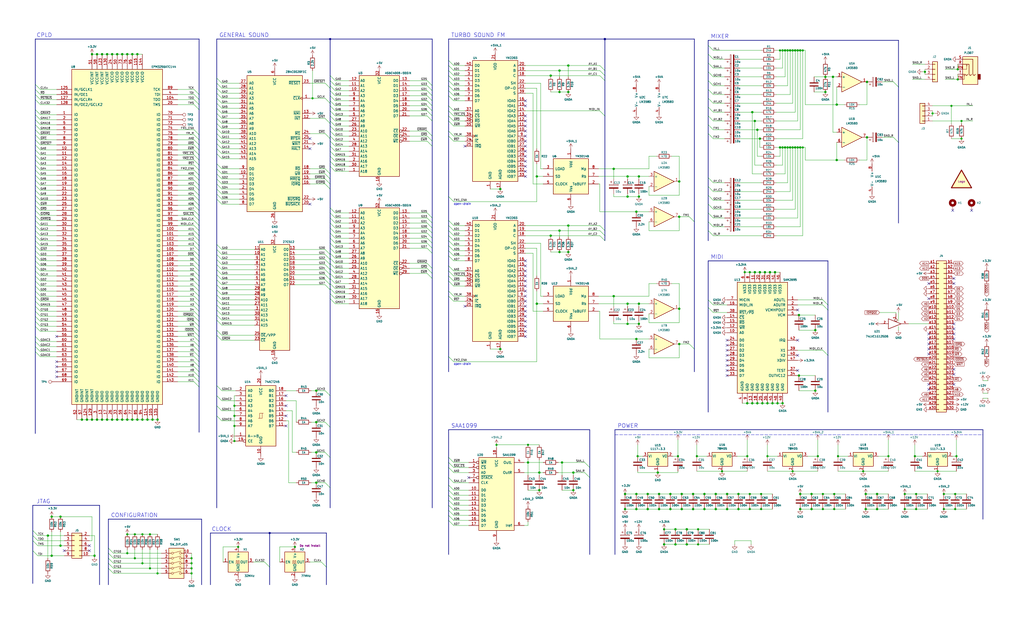
<source format=kicad_sch>
(kicad_sch (version 20211123) (generator eeschema)
  (paper "User" 516.001 310.998)
  (title_block (title "ZX-MULTISOUND") (date "2022-06-02") (rev "A") (company "Eugene Lozovoy"))
  (lib_symbols
    (symbol "74xGxx:74LVC1G125" (pin_names (offset 1.016))
      (property "Reference" "U" (at -2.54 3.81 0))
      (property "Value" "74LVC1G125" (at 0 -3.81 0))
      (symbol "74LVC1G125_1_1"
        (pin input inverted (at 0 5.08 270) (length 3.81) (name "~") (number "1"))
        (pin input line (at -7.62 0 0) (length 3.81) (name "~") (number "2"))
        (pin power_in line (at 1.27 -1.27 270) (length 0) hide (name "GND") (number "3"))
        (pin tri_state line (at 6.35 0 180) (length 3.81) (name "~") (number "4"))
        (pin power_in line (at 1.27 1.27 90) (length 0) hide (name "VCC") (number "5"))
      )
    )
    (symbol "74xx:74HC245" (pin_names (offset 1.016))
      (property "Reference" "U14" (at -8.255 17.145 0))
      (property "Value" "74ACT245" (at 1.905 17.145 0))
      (symbol "74HC245_1_0"
        (pin input line (at -12.7 -10.16 0) (length 5.08) (name "A->B") (number "1"))
        (pin power_in line (at 0 -20.32 90) (length 5.08) (name "GND") (number "10"))
        (pin tri_state line (at 12.7 -5.08 180) (length 5.08) (name "B7") (number "11"))
        (pin tri_state line (at 12.7 -2.54 180) (length 5.08) (name "B6") (number "12"))
        (pin tri_state line (at 12.7 0 180) (length 5.08) (name "B5") (number "13"))
        (pin tri_state line (at 12.7 2.54 180) (length 5.08) (name "B4") (number "14"))
        (pin tri_state line (at 12.7 5.08 180) (length 5.08) (name "B3") (number "15"))
        (pin tri_state line (at 12.7 7.62 180) (length 5.08) (name "B2") (number "16"))
        (pin tri_state line (at 12.7 10.16 180) (length 5.08) (name "B1") (number "17"))
        (pin tri_state line (at 12.7 12.7 180) (length 5.08) (name "B0") (number "18"))
        (pin input inverted (at -12.7 -12.7 0) (length 5.08) (name "CE") (number "19"))
        (pin tri_state line (at -12.7 12.7 0) (length 5.08) (name "A0") (number "2"))
        (pin power_in line (at 0 20.32 270) (length 5.08) (name "VCC") (number "20"))
        (pin input line (at -12.7 10.16 0) (length 5.08) (name "A1") (number "3"))
        (pin tri_state line (at -12.7 7.62 0) (length 5.08) (name "A2") (number "4"))
        (pin input line (at -12.7 5.08 0) (length 5.08) (name "A3") (number "5"))
        (pin tri_state line (at -12.7 2.54 0) (length 5.08) (name "A4") (number "6"))
        (pin input line (at -12.7 0 0) (length 5.08) (name "A5") (number "7"))
        (pin tri_state line (at -12.7 -2.54 0) (length 5.08) (name "A6") (number "8"))
        (pin input line (at -12.7 -5.08 0) (length 5.08) (name "A7") (number "9"))
      )
    )
    (symbol "Amplifier_Operational:MCP602" (pin_names (offset 0.127))
      (property "Reference" "U" (at 0 5.08 0))
      (property "Value" "MCP602" (at 0 -5.08 0))
      (symbol "MCP602_1_1"
        (pin output line (at 7.62 0 180) (length 2.54) (name "~") (number "1"))
        (pin input line (at -7.62 -2.54 0) (length 2.54) (name "-") (number "2"))
        (pin input line (at -7.62 2.54 0) (length 2.54) (name "+") (number "3"))
      )
      (symbol "MCP602_2_1"
        (pin input line (at -7.62 2.54 0) (length 2.54) (name "+") (number "5"))
        (pin input line (at -7.62 -2.54 0) (length 2.54) (name "-") (number "6"))
        (pin output line (at 7.62 0 180) (length 2.54) (name "~") (number "7"))
      )
      (symbol "MCP602_3_1"
        (pin power_in line (at -2.54 -7.62 90) (length 3.81) (name "V-") (number "4"))
        (pin power_in line (at -2.54 7.62 270) (length 3.81) (name "V+") (number "8"))
      )
    )
    (symbol "Connector:AudioJack3_SwitchTR"
      (property "Reference" "J" (at 0 8.89 0))
      (property "Value" "AudioJack3_SwitchTR" (at 0 6.35 0))
      (symbol "AudioJack3_SwitchTR_1_1"
        (pin passive line (at 5.08 0 180) (length 2.54) (name "~") (number "R"))
        (pin passive line (at 5.08 -2.54 180) (length 2.54) (name "~") (number "RN"))
        (pin passive line (at 5.08 2.54 180) (length 2.54) (name "~") (number "S"))
        (pin passive line (at 5.08 -5.08 180) (length 2.54) (name "~") (number "T"))
        (pin passive line (at 5.08 -7.62 180) (length 2.54) (name "~") (number "TN"))
      )
    )
    (symbol "Connector:TestPoint" (pin_numbers hide) (pin_names (offset 0.762) hide)
      (property "Reference" "TP" (at 0 6.858 0))
      (property "Value" "TestPoint" (at 0 5.08 0))
      (symbol "TestPoint_1_1"
        (pin passive line (at 0 0 90) (length 2.54) (name "1") (number "1"))
      )
    )
    (symbol "Connector_Generic:Conn_01x04" (pin_names (offset 1.016) hide)
      (property "Reference" "J" (at 0 5.08 0))
      (property "Value" "Conn_01x04" (at 0 -7.62 0))
      (symbol "Conn_01x04_1_1"
        (pin passive line (at -5.08 2.54 0) (length 3.81) (name "Pin_1") (number "1"))
        (pin passive line (at -5.08 0 0) (length 3.81) (name "Pin_2") (number "2"))
        (pin passive line (at -5.08 -2.54 0) (length 3.81) (name "Pin_3") (number "3"))
        (pin passive line (at -5.08 -5.08 0) (length 3.81) (name "Pin_4") (number "4"))
      )
    )
    (symbol "Connector_Generic:Conn_02x05_Odd_Even" (pin_names (offset 1.016) hide)
      (property "Reference" "J" (at 1.27 7.62 0))
      (property "Value" "Conn_02x05_Odd_Even" (at 1.27 -7.62 0))
      (symbol "Conn_02x05_Odd_Even_1_1"
        (pin passive line (at -5.08 5.08 0) (length 3.81) (name "Pin_1") (number "1"))
        (pin passive line (at 7.62 -5.08 180) (length 3.81) (name "Pin_10") (number "10"))
        (pin passive line (at 7.62 5.08 180) (length 3.81) (name "Pin_2") (number "2"))
        (pin passive line (at -5.08 2.54 0) (length 3.81) (name "Pin_3") (number "3"))
        (pin passive line (at 7.62 2.54 180) (length 3.81) (name "Pin_4") (number "4"))
        (pin passive line (at -5.08 0 0) (length 3.81) (name "Pin_5") (number "5"))
        (pin passive line (at 7.62 0 180) (length 3.81) (name "Pin_6") (number "6"))
        (pin passive line (at -5.08 -2.54 0) (length 3.81) (name "Pin_7") (number "7"))
        (pin passive line (at 7.62 -2.54 180) (length 3.81) (name "Pin_8") (number "8"))
        (pin passive line (at -5.08 -5.08 0) (length 3.81) (name "Pin_9") (number "9"))
      )
    )
    (symbol "Connector_Generic:Conn_02x30_Row_Letter_First" (pin_names (offset 1.016) hide)
      (property "Reference" "J" (at 1.27 38.1 0))
      (property "Value" "Conn_02x30_Row_Letter_First" (at 1.27 -40.64 0))
      (symbol "Conn_02x30_Row_Letter_First_1_1"
        (pin passive line (at -5.08 35.56 0) (length 3.81) (name "Pin_a1") (number "a1"))
        (pin passive line (at -5.08 12.7 0) (length 3.81) (name "Pin_a10") (number "a10"))
        (pin passive line (at -5.08 10.16 0) (length 3.81) (name "Pin_a11") (number "a11"))
        (pin passive line (at -5.08 7.62 0) (length 3.81) (name "Pin_a12") (number "a12"))
        (pin passive line (at -5.08 5.08 0) (length 3.81) (name "Pin_a13") (number "a13"))
        (pin passive line (at -5.08 2.54 0) (length 3.81) (name "Pin_a14") (number "a14"))
        (pin passive line (at -5.08 0 0) (length 3.81) (name "Pin_a15") (number "a15"))
        (pin passive line (at -5.08 -2.54 0) (length 3.81) (name "Pin_a16") (number "a16"))
        (pin passive line (at -5.08 -5.08 0) (length 3.81) (name "Pin_a17") (number "a17"))
        (pin passive line (at -5.08 -7.62 0) (length 3.81) (name "Pin_a18") (number "a18"))
        (pin passive line (at -5.08 -10.16 0) (length 3.81) (name "Pin_a19") (number "a19"))
        (pin passive line (at -5.08 33.02 0) (length 3.81) (name "Pin_a2") (number "a2"))
        (pin passive line (at -5.08 -12.7 0) (length 3.81) (name "Pin_a20") (number "a20"))
        (pin passive line (at -5.08 -15.24 0) (length 3.81) (name "Pin_a21") (number "a21"))
        (pin passive line (at -5.08 -17.78 0) (length 3.81) (name "Pin_a22") (number "a22"))
        (pin passive line (at -5.08 -20.32 0) (length 3.81) (name "Pin_a23") (number "a23"))
        (pin passive line (at -5.08 -22.86 0) (length 3.81) (name "Pin_a24") (number "a24"))
        (pin passive line (at -5.08 -25.4 0) (length 3.81) (name "Pin_a25") (number "a25"))
        (pin passive line (at -5.08 -27.94 0) (length 3.81) (name "Pin_a26") (number "a26"))
        (pin passive line (at -5.08 -30.48 0) (length 3.81) (name "Pin_a27") (number "a27"))
        (pin passive line (at -5.08 -33.02 0) (length 3.81) (name "Pin_a28") (number "a28"))
        (pin passive line (at -5.08 -35.56 0) (length 3.81) (name "Pin_a29") (number "a29"))
        (pin passive line (at -5.08 30.48 0) (length 3.81) (name "Pin_a3") (number "a3"))
        (pin passive line (at -5.08 -38.1 0) (length 3.81) (name "Pin_a30") (number "a30"))
        (pin passive line (at -5.08 27.94 0) (length 3.81) (name "Pin_a4") (number "a4"))
        (pin passive line (at -5.08 25.4 0) (length 3.81) (name "Pin_a5") (number "a5"))
        (pin passive line (at -5.08 22.86 0) (length 3.81) (name "Pin_a6") (number "a6"))
        (pin passive line (at -5.08 20.32 0) (length 3.81) (name "Pin_a7") (number "a7"))
        (pin passive line (at -5.08 17.78 0) (length 3.81) (name "Pin_a8") (number "a8"))
        (pin passive line (at -5.08 15.24 0) (length 3.81) (name "Pin_a9") (number "a9"))
        (pin passive line (at 7.62 35.56 180) (length 3.81) (name "Pin_b1") (number "b1"))
        (pin passive line (at 7.62 12.7 180) (length 3.81) (name "Pin_b10") (number "b10"))
        (pin passive line (at 7.62 10.16 180) (length 3.81) (name "Pin_b11") (number "b11"))
        (pin passive line (at 7.62 7.62 180) (length 3.81) (name "Pin_b12") (number "b12"))
        (pin passive line (at 7.62 5.08 180) (length 3.81) (name "Pin_b13") (number "b13"))
        (pin passive line (at 7.62 2.54 180) (length 3.81) (name "Pin_b14") (number "b14"))
        (pin passive line (at 7.62 0 180) (length 3.81) (name "Pin_b15") (number "b15"))
        (pin passive line (at 7.62 -2.54 180) (length 3.81) (name "Pin_b16") (number "b16"))
        (pin passive line (at 7.62 -5.08 180) (length 3.81) (name "Pin_b17") (number "b17"))
        (pin passive line (at 7.62 -7.62 180) (length 3.81) (name "Pin_b18") (number "b18"))
        (pin passive line (at 7.62 -10.16 180) (length 3.81) (name "Pin_b19") (number "b19"))
        (pin passive line (at 7.62 33.02 180) (length 3.81) (name "Pin_b2") (number "b2"))
        (pin passive line (at 7.62 -12.7 180) (length 3.81) (name "Pin_b20") (number "b20"))
        (pin passive line (at 7.62 -15.24 180) (length 3.81) (name "Pin_b21") (number "b21"))
        (pin passive line (at 7.62 -17.78 180) (length 3.81) (name "Pin_b22") (number "b22"))
        (pin passive line (at 7.62 -20.32 180) (length 3.81) (name "Pin_b23") (number "b23"))
        (pin passive line (at 7.62 -22.86 180) (length 3.81) (name "Pin_b24") (number "b24"))
        (pin passive line (at 7.62 -25.4 180) (length 3.81) (name "Pin_b25") (number "b25"))
        (pin passive line (at 7.62 -27.94 180) (length 3.81) (name "Pin_b26") (number "b26"))
        (pin passive line (at 7.62 -30.48 180) (length 3.81) (name "Pin_b27") (number "b27"))
        (pin passive line (at 7.62 -33.02 180) (length 3.81) (name "Pin_b28") (number "b28"))
        (pin passive line (at 7.62 -35.56 180) (length 3.81) (name "Pin_b29") (number "b29"))
        (pin passive line (at 7.62 30.48 180) (length 3.81) (name "Pin_b3") (number "b3"))
        (pin passive line (at 7.62 -38.1 180) (length 3.81) (name "Pin_b30") (number "b30"))
        (pin passive line (at 7.62 27.94 180) (length 3.81) (name "Pin_b4") (number "b4"))
        (pin passive line (at 7.62 25.4 180) (length 3.81) (name "Pin_b5") (number "b5"))
        (pin passive line (at 7.62 22.86 180) (length 3.81) (name "Pin_b6") (number "b6"))
        (pin passive line (at 7.62 20.32 180) (length 3.81) (name "Pin_b7") (number "b7"))
        (pin passive line (at 7.62 17.78 180) (length 3.81) (name "Pin_b8") (number "b8"))
        (pin passive line (at 7.62 15.24 180) (length 3.81) (name "Pin_b9") (number "b9"))
      )
    )
    (symbol "Device:C" (pin_numbers hide) (pin_names (offset 0.254))
      (property "Reference" "C" (at 0.635 2.54 0))
      (property "Value" "C" (at 0.635 -2.54 0))
      (symbol "C_1_1"
        (pin passive line (at 0 3.81 270) (length 2.794) (name "~") (number "1"))
        (pin passive line (at 0 -3.81 90) (length 2.794) (name "~") (number "2"))
      )
    )
    (symbol "Device:C_Polarized" (pin_numbers hide) (pin_names (offset 0.254))
      (property "Reference" "C" (at 0.635 2.54 0))
      (property "Value" "C_Polarized" (at 0.635 -2.54 0))
      (symbol "C_Polarized_1_1"
        (pin passive line (at 0 3.81 270) (length 2.794) (name "~") (number "1"))
        (pin passive line (at 0 -3.81 90) (length 2.794) (name "~") (number "2"))
      )
    )
    (symbol "Device:R" (pin_numbers hide) (pin_names (offset 0))
      (property "Reference" "R" (at 2.032 0 90))
      (property "Value" "R" (at 0 0 90))
      (symbol "R_1_1"
        (pin passive line (at 0 3.81 270) (length 1.27) (name "~") (number "1"))
        (pin passive line (at 0 -3.81 90) (length 1.27) (name "~") (number "2"))
      )
    )
    (symbol "Mechanical:MountingHole_Pad" (pin_numbers hide) (pin_names (offset 1.016) hide)
      (property "Reference" "H" (at 0 6.35 0))
      (property "Value" "MountingHole_Pad" (at 0 4.445 0))
      (symbol "MountingHole_Pad_1_1"
        (pin input line (at 0 -2.54 90) (length 2.54) (name "1") (number "1"))
      )
    )
    (symbol "Memory_EPROM:27C512PLCC"
      (property "Reference" "U" (at -7.62 26.67 0))
      (property "Value" "27C512PLCC" (at 2.54 -29.21 0))
      (symbol "27C512PLCC_1_1"
        (pin no_connect line (at 7.62 -17.78 180) (length 2.54) hide (name "NC") (number "1"))
        (pin input line (at -10.16 20.32 0) (length 2.54) (name "A1") (number "10"))
        (pin input line (at -10.16 22.86 0) (length 2.54) (name "A0") (number "11"))
        (pin no_connect line (at 7.62 -22.86 180) (length 2.54) hide (name "NC") (number "12"))
        (pin tri_state line (at 10.16 22.86 180) (length 2.54) (name "O0") (number "13"))
        (pin tri_state line (at 10.16 20.32 180) (length 2.54) (name "O1") (number "14"))
        (pin tri_state line (at 10.16 17.78 180) (length 2.54) (name "O2") (number "15"))
        (pin power_in line (at 0 -30.48 90) (length 2.54) (name "GND") (number "16"))
        (pin no_connect line (at 7.62 -20.32 180) (length 2.54) hide (name "NC") (number "17"))
        (pin tri_state line (at 10.16 15.24 180) (length 2.54) (name "O3") (number "18"))
        (pin tri_state line (at 10.16 12.7 180) (length 2.54) (name "O4") (number "19"))
        (pin input line (at -10.16 -15.24 0) (length 2.54) (name "A15") (number "2"))
        (pin tri_state line (at 10.16 10.16 180) (length 2.54) (name "O5") (number "20"))
        (pin tri_state line (at 10.16 7.62 180) (length 2.54) (name "O6") (number "21"))
        (pin tri_state line (at 10.16 5.08 180) (length 2.54) (name "O7") (number "22"))
        (pin input line (at -10.16 -22.86 0) (length 2.54) (name "~{CE}") (number "23"))
        (pin input line (at -10.16 -2.54 0) (length 2.54) (name "A10") (number "24"))
        (pin input line (at -10.16 -20.32 0) (length 2.54) (name "~{OE}/VPP") (number "25"))
        (pin no_connect line (at 7.62 -25.4 180) (length 2.54) hide (name "NC") (number "26"))
        (pin input line (at -10.16 -5.08 0) (length 2.54) (name "A11") (number "27"))
        (pin input line (at -10.16 0 0) (length 2.54) (name "A9") (number "28"))
        (pin input line (at -10.16 2.54 0) (length 2.54) (name "A8") (number "29"))
        (pin input line (at -10.16 -7.62 0) (length 2.54) (name "A12") (number "3"))
        (pin input line (at -10.16 -10.16 0) (length 2.54) (name "A13") (number "30"))
        (pin input line (at -10.16 -12.7 0) (length 2.54) (name "A14") (number "31"))
        (pin power_in line (at 0 27.94 270) (length 2.54) (name "VCC") (number "32"))
        (pin input line (at -10.16 5.08 0) (length 2.54) (name "A7") (number "4"))
        (pin input line (at -10.16 7.62 0) (length 2.54) (name "A6") (number "5"))
        (pin input line (at -10.16 10.16 0) (length 2.54) (name "A5") (number "6"))
        (pin input line (at -10.16 12.7 0) (length 2.54) (name "A4") (number "7"))
        (pin input line (at -10.16 15.24 0) (length 2.54) (name "A3") (number "8"))
        (pin input line (at -10.16 17.78 0) (length 2.54) (name "A2") (number "9"))
      )
    )
    (symbol "Oscillator:XO91" (pin_names (offset 0.254))
      (property "Reference" "X" (at -5.08 6.35 0))
      (property "Value" "XO91" (at 1.27 -6.35 0))
      (symbol "XO91_1_1"
        (pin input line (at -7.62 0 0) (length 2.54) (name "EN") (number "1"))
        (pin power_in line (at 0 -7.62 90) (length 2.54) (name "GND") (number "2"))
        (pin output line (at 7.62 0 180) (length 2.54) (name "OUT") (number "3"))
        (pin power_in line (at 0 7.62 270) (length 2.54) (name "V+") (number "4"))
      )
    )
    (symbol "Regulator_Linear:AMS1117-3.3" (pin_names (offset 0.254))
      (property "Reference" "U" (at -3.81 3.175 0))
      (property "Value" "AMS1117-3.3" (at 0 3.175 0))
      (symbol "AMS1117-3.3_1_1"
        (pin power_in line (at 0 -7.62 90) (length 2.54) (name "GND") (number "1"))
        (pin power_out line (at 7.62 0 180) (length 2.54) (name "VO") (number "2"))
        (pin power_in line (at -7.62 0 0) (length 2.54) (name "VI") (number "3"))
      )
    )
    (symbol "Regulator_Linear:LM78M05_TO252" (pin_names (offset 0.254))
      (property "Reference" "U" (at -3.81 3.175 0))
      (property "Value" "LM78M05_TO252" (at 0 3.175 0))
      (symbol "LM78M05_TO252_1_1"
        (pin power_in line (at -7.62 0 0) (length 2.54) (name "VI") (number "1"))
        (pin power_in line (at 0 -7.62 90) (length 2.54) (name "GND") (number "2"))
        (pin power_out line (at 7.62 0 180) (length 2.54) (name "VO") (number "3"))
      )
    )
    (symbol "Switch:SW_DIP_x05" (pin_names (offset 0) hide)
      (property "Reference" "SW" (at 0 8.89 0))
      (property "Value" "SW_DIP_x05" (at 0 -8.89 0))
      (symbol "SW_DIP_x05_1_1"
        (pin passive line (at -7.62 5.08 0) (length 5.08) (name "~") (number "1"))
        (pin passive line (at 7.62 5.08 180) (length 5.08) (name "~") (number "10"))
        (pin passive line (at -7.62 2.54 0) (length 5.08) (name "~") (number "2"))
        (pin passive line (at -7.62 0 0) (length 5.08) (name "~") (number "3"))
        (pin passive line (at -7.62 -2.54 0) (length 5.08) (name "~") (number "4"))
        (pin passive line (at -7.62 -5.08 0) (length 5.08) (name "~") (number "5"))
        (pin passive line (at 7.62 -5.08 180) (length 5.08) (name "~") (number "6"))
        (pin passive line (at 7.62 -2.54 180) (length 5.08) (name "~") (number "7"))
        (pin passive line (at 7.62 0 180) (length 5.08) (name "~") (number "8"))
        (pin passive line (at 7.62 2.54 180) (length 5.08) (name "~") (number "9"))
      )
    )
    (symbol "YM2203_1" (pin_names (offset 1.016))
      (property "Reference" "U" (at -10.16 35.56 0))
      (property "Value" "YM2203_1" (at 7.62 35.56 0))
      (symbol "YM2203_1_0_0"
        (pin power_in line (at 2.54 -30.48 90) (length 3.81) (name "AGND") (number "17"))
      )
      (symbol "YM2203_1_1_1"
        (pin power_in line (at -2.54 -30.48 90) (length 3.81) (name "GND") (number "1"))
        (pin bidirectional line (at 15.24 -1.27 180) (length 3.81) (name "IOA6") (number "10"))
        (pin bidirectional line (at 15.24 1.27 180) (length 3.81) (name "IOA5") (number "11"))
        (pin bidirectional line (at 15.24 3.81 180) (length 3.81) (name "IOA4") (number "12"))
        (pin bidirectional line (at 15.24 6.35 180) (length 3.81) (name "IOA3") (number "13"))
        (pin bidirectional line (at 15.24 8.89 180) (length 3.81) (name "IOA2") (number "14"))
        (pin bidirectional line (at 15.24 11.43 180) (length 3.81) (name "IOA1") (number "15"))
        (pin bidirectional line (at 15.24 13.97 180) (length 3.81) (name "IOA0") (number "16"))
        (pin output line (at 15.24 26.67 180) (length 3.81) (name "C") (number "18"))
        (pin output line (at 15.24 29.21 180) (length 3.81) (name "B") (number "19"))
        (pin bidirectional line (at -15.24 29.21 0) (length 3.81) (name "D1") (number "2"))
        (pin output line (at 15.24 31.75 180) (length 3.81) (name "A") (number "20"))
        (pin power_in line (at 0 38.1 270) (length 3.81) (name "VDD") (number "21"))
        (pin output line (at 15.24 22.86 180) (length 3.81) (name "SH") (number "22"))
        (pin output line (at 15.24 20.32 180) (length 3.81) (name "OP-O") (number "23"))
        (pin input input_low (at -15.24 -6.35 0) (length 3.81) (name "~{IC}") (number "24"))
        (pin output line (at -15.24 -8.89 0) (length 3.81) (name "~{IRQ}") (number "25"))
        (pin bidirectional line (at 15.24 -6.35 180) (length 3.81) (name "IOB0") (number "26"))
        (pin bidirectional line (at 15.24 -8.89 180) (length 3.81) (name "IOB1") (number "27"))
        (pin bidirectional line (at 15.24 -11.43 180) (length 3.81) (name "IOB2") (number "28"))
        (pin bidirectional line (at 15.24 -13.97 180) (length 3.81) (name "IOB3") (number "29"))
        (pin bidirectional line (at -15.24 26.67 0) (length 3.81) (name "D2") (number "3"))
        (pin bidirectional line (at 15.24 -16.51 180) (length 3.81) (name "IOB4") (number "30"))
        (pin bidirectional line (at 15.24 -19.05 180) (length 3.81) (name "IOB5") (number "31"))
        (pin bidirectional line (at 15.24 -21.59 180) (length 3.81) (name "IOB6") (number "32"))
        (pin bidirectional line (at 15.24 -24.13 180) (length 3.81) (name "IOB7") (number "33"))
        (pin input inverted (at -15.24 6.35 0) (length 3.81) (name "~{CS}") (number "34"))
        (pin input line (at -15.24 1.27 0) (length 3.81) (name "~{WR}") (number "35"))
        (pin input inverted (at -15.24 3.81 0) (length 3.81) (name "~{RD}") (number "36"))
        (pin input line (at -15.24 8.89 0) (length 3.81) (name "A0") (number "37"))
        (pin input clock (at -15.24 -3.81 0) (length 3.81) (name "M") (number "38"))
        (pin output line (at 15.24 17.78 180) (length 3.81) (name "S") (number "39"))
        (pin bidirectional line (at -15.24 24.13 0) (length 3.81) (name "D3") (number "4"))
        (pin bidirectional line (at -15.24 31.75 0) (length 3.81) (name "D0") (number "40"))
        (pin bidirectional line (at -15.24 21.59 0) (length 3.81) (name "D4") (number "5"))
        (pin bidirectional line (at -15.24 19.05 0) (length 3.81) (name "D5") (number "6"))
        (pin bidirectional line (at -15.24 16.51 0) (length 3.81) (name "D6") (number "7"))
        (pin bidirectional line (at -15.24 13.97 0) (length 3.81) (name "D7") (number "8"))
        (pin bidirectional line (at 15.24 -3.81 180) (length 3.81) (name "IOA7") (number "9"))
      )
    )
    (symbol "YM3014B_1" (pin_names (offset 1.016))
      (property "Reference" "U" (at -6.35 10.16 0))
      (property "Value" "YM3014B_1" (at 5.08 10.16 0))
      (symbol "YM3014B_1_0_0"
        (pin power_in line (at 0 13.97 270) (length 5.08) (name "Vdd") (number "1"))
        (pin output line (at 13.97 -3.81 180) (length 5.08) (name "ToBUFF") (number "2"))
        (pin input line (at -13.97 3.81 0) (length 5.08) (name "LOAD") (number "3"))
        (pin input line (at -13.97 0 0) (length 5.08) (name "SD") (number "4"))
        (pin input line (at -13.97 -3.81 0) (length 5.08) (name "CLOCK") (number "5"))
        (pin power_in line (at 0 -13.97 90) (length 5.08) (name "Vss") (number "6"))
        (pin output line (at 13.97 0 180) (length 5.08) (name "Rb") (number "7"))
        (pin input line (at 13.97 3.81 180) (length 5.08) (name "Mp") (number "8"))
      )
    )
    (symbol "my:AS6C4008"
      (property "Reference" "U" (at -10.16 26.035 0))
      (property "Value" "AS6C4008" (at 2.54 26.035 0))
      (symbol "AS6C4008_0_0"
        (pin power_in line (at 0 -27.94 90) (length 2.54) (name "GND") (number "16"))
        (pin power_in line (at 0 27.94 270) (length 2.54) (name "VCC") (number "32"))
      )
      (symbol "AS6C4008_1_1"
        (pin input line (at -15.24 -22.86 0) (length 5.08) (name "A18") (number "1"))
        (pin input line (at -15.24 17.78 0) (length 5.08) (name "A2") (number "10"))
        (pin input line (at -15.24 20.32 0) (length 5.08) (name "A1") (number "11"))
        (pin input line (at -15.24 22.86 0) (length 5.08) (name "A0") (number "12"))
        (pin tri_state line (at 15.24 22.86 180) (length 5.08) (name "D0") (number "13"))
        (pin tri_state line (at 15.24 20.32 180) (length 5.08) (name "D1") (number "14"))
        (pin tri_state line (at 15.24 17.78 180) (length 5.08) (name "D2") (number "15"))
        (pin tri_state line (at 15.24 15.24 180) (length 5.08) (name "D3") (number "17"))
        (pin tri_state line (at 15.24 12.7 180) (length 5.08) (name "D4") (number "18"))
        (pin tri_state line (at 15.24 10.16 180) (length 5.08) (name "D5") (number "19"))
        (pin input line (at -15.24 -17.78 0) (length 5.08) (name "A16") (number "2"))
        (pin tri_state line (at 15.24 7.62 180) (length 5.08) (name "D6") (number "20"))
        (pin tri_state line (at 15.24 5.08 180) (length 5.08) (name "D7") (number "21"))
        (pin input inverted (at 15.24 -2.54 180) (length 5.08) (name "~{CE}") (number "22"))
        (pin input line (at -15.24 -2.54 0) (length 5.08) (name "A10") (number "23"))
        (pin input inverted (at 15.24 -5.08 180) (length 5.08) (name "~{OE}") (number "24"))
        (pin input line (at -15.24 -5.08 0) (length 5.08) (name "A11") (number "25"))
        (pin input line (at -15.24 0 0) (length 5.08) (name "A9") (number "26"))
        (pin input line (at -15.24 2.54 0) (length 5.08) (name "A8") (number "27"))
        (pin input line (at -15.24 -10.16 0) (length 5.08) (name "A13") (number "28"))
        (pin input inverted (at 15.24 -7.62 180) (length 5.08) (name "~{WE}") (number "29"))
        (pin input line (at -15.24 -12.7 0) (length 5.08) (name "A14") (number "3"))
        (pin input line (at -15.24 -20.32 0) (length 5.08) (name "A17") (number "30"))
        (pin input line (at -15.24 -15.24 0) (length 5.08) (name "A15") (number "31"))
        (pin input line (at -15.24 -7.62 0) (length 5.08) (name "A12") (number "4"))
        (pin input line (at -15.24 5.08 0) (length 5.08) (name "A7") (number "5"))
        (pin input line (at -15.24 7.62 0) (length 5.08) (name "A6") (number "6"))
        (pin input line (at -15.24 10.16 0) (length 5.08) (name "A5") (number "7"))
        (pin input line (at -15.24 12.7 0) (length 5.08) (name "A4") (number "8"))
        (pin input line (at -15.24 15.24 0) (length 5.08) (name "A3") (number "9"))
      )
    )
    (symbol "my:EPM3256ATC144" (pin_names (offset 1.016))
      (property "Reference" "U" (at 0 -3.81 0))
      (property "Value" "EPM3256ATC144" (at 0 1.27 0))
      (symbol "EPM3256ATC144_1_1"
        (pin bidirectional line (at -30.48 63.5 0) (length 7.62) (name "IO") (number "1"))
        (pin bidirectional line (at -30.48 45.72 0) (length 7.62) (name "IO") (number "10"))
        (pin bidirectional line (at 30.48 5.08 180) (length 7.62) (name "IO") (number "100"))
        (pin bidirectional line (at 30.48 2.54 180) (length 7.62) (name "IO") (number "101"))
        (pin bidirectional line (at 30.48 0 180) (length 7.62) (name "IO") (number "102"))
        (pin bidirectional line (at 30.48 -2.54 180) (length 7.62) (name "IO") (number "103"))
        (pin bidirectional line (at 30.48 71.12 180) (length 7.62) (name "TDO") (number "104"))
        (pin power_in line (at 17.78 -90.17 90) (length 7.62) (name "GNDIO") (number "105"))
        (pin bidirectional line (at 30.48 -5.08 180) (length 7.62) (name "IO") (number "106"))
        (pin bidirectional line (at 30.48 -7.62 180) (length 7.62) (name "IO") (number "107"))
        (pin bidirectional line (at 30.48 -10.16 180) (length 7.62) (name "IO") (number "108"))
        (pin bidirectional line (at 30.48 -12.7 180) (length 7.62) (name "IO") (number "109"))
        (pin bidirectional line (at -30.48 43.18 0) (length 7.62) (name "IO") (number "11"))
        (pin bidirectional line (at 30.48 -15.24 180) (length 7.62) (name "IO") (number "110"))
        (pin bidirectional line (at 30.48 -17.78 180) (length 7.62) (name "IO") (number "111"))
        (pin bidirectional line (at 30.48 -20.32 180) (length 7.62) (name "IO") (number "112"))
        (pin bidirectional line (at 30.48 -22.86 180) (length 7.62) (name "IO") (number "113"))
        (pin power_in line (at 15.24 -90.17 90) (length 7.62) (name "GNDIO") (number "114"))
        (pin power_in line (at 10.16 93.98 270) (length 7.62) (name "VCCIO") (number "115"))
        (pin bidirectional line (at 30.48 -25.4 180) (length 7.62) (name "IO") (number "116"))
        (pin bidirectional line (at 30.48 -27.94 180) (length 7.62) (name "IO") (number "117"))
        (pin bidirectional line (at 30.48 -30.48 180) (length 7.62) (name "IO") (number "118"))
        (pin bidirectional line (at 30.48 -33.02 180) (length 7.62) (name "IO") (number "119"))
        (pin bidirectional line (at -30.48 40.64 0) (length 7.62) (name "IO") (number "12"))
        (pin bidirectional line (at 30.48 -35.56 180) (length 7.62) (name "IO") (number "120"))
        (pin bidirectional line (at 30.48 -38.1 180) (length 7.62) (name "IO") (number "121"))
        (pin bidirectional line (at 30.48 -40.64 180) (length 7.62) (name "IO") (number "122"))
        (pin power_in line (at -7.62 93.98 270) (length 7.62) (name "VCCINT") (number "123"))
        (pin power_in line (at -15.24 -90.17 90) (length 7.62) (name "GNDINT") (number "124"))
        (pin input line (at -30.48 76.2 0) (length 7.62) (name "IN/GCLK1") (number "125"))
        (pin input line (at -30.48 73.66 0) (length 7.62) (name "IN/OE1") (number "126"))
        (pin input line (at -30.48 71.12 0) (length 7.62) (name "IN/GCLRn") (number "127"))
        (pin input line (at -30.48 68.58 0) (length 7.62) (name "IN/OE2/GCLK2") (number "128"))
        (pin power_in line (at -12.7 -90.17 90) (length 7.62) (name "GNDINT") (number "129"))
        (pin power_in line (at -7.62 -90.17 90) (length 7.62) (name "GNDIO") (number "13"))
        (pin power_in line (at -5.08 93.98 270) (length 7.62) (name "VCCINT") (number "130"))
        (pin bidirectional line (at 30.48 -43.18 180) (length 7.62) (name "IO") (number "131"))
        (pin bidirectional line (at 30.48 -45.72 180) (length 7.62) (name "IO") (number "132"))
        (pin bidirectional line (at 30.48 -48.26 180) (length 7.62) (name "IO") (number "133"))
        (pin bidirectional line (at 30.48 -50.8 180) (length 7.62) (name "IO") (number "134"))
        (pin power_in line (at 20.32 -90.17 90) (length 7.62) (name "GNDIO") (number "135"))
        (pin bidirectional line (at 30.48 -53.34 180) (length 7.62) (name "IO") (number "136"))
        (pin bidirectional line (at 30.48 -55.88 180) (length 7.62) (name "IO") (number "137"))
        (pin bidirectional line (at 30.48 -58.42 180) (length 7.62) (name "IO") (number "138"))
        (pin bidirectional line (at 30.48 -60.96 180) (length 7.62) (name "IO") (number "139"))
        (pin bidirectional line (at -30.48 38.1 0) (length 7.62) (name "IO") (number "14"))
        (pin bidirectional line (at 30.48 -63.5 180) (length 7.62) (name "IO") (number "140"))
        (pin bidirectional line (at 30.48 -66.04 180) (length 7.62) (name "IO") (number "141"))
        (pin bidirectional line (at 30.48 -68.58 180) (length 7.62) (name "IO") (number "142"))
        (pin bidirectional line (at 30.48 -71.12 180) (length 7.62) (name "IO") (number "143"))
        (pin power_in line (at 12.7 93.98 270) (length 7.62) (name "VCCIO") (number "144"))
        (pin bidirectional line (at -30.48 35.56 0) (length 7.62) (name "IO") (number "15"))
        (pin bidirectional line (at -30.48 33.02 0) (length 7.62) (name "IO") (number "16"))
        (pin power_in line (at -5.08 -90.17 90) (length 7.62) (name "GNDIO") (number "17"))
        (pin bidirectional line (at -30.48 30.48 0) (length 7.62) (name "IO") (number "18"))
        (pin bidirectional line (at -30.48 27.94 0) (length 7.62) (name "IO") (number "19"))
        (pin bidirectional line (at -30.48 60.96 0) (length 7.62) (name "IO") (number "2"))
        (pin input line (at 30.48 68.58 180) (length 7.62) (name "TMS") (number "20"))
        (pin bidirectional line (at -30.48 25.4 0) (length 7.62) (name "IO") (number "21"))
        (pin bidirectional line (at -30.48 22.86 0) (length 7.62) (name "IO") (number "22"))
        (pin bidirectional line (at -30.48 20.32 0) (length 7.62) (name "IO") (number "23"))
        (pin power_in line (at -2.54 93.98 270) (length 7.62) (name "VCCIO") (number "24"))
        (pin bidirectional line (at -30.48 17.78 0) (length 7.62) (name "IO") (number "25"))
        (pin power_in line (at -2.54 -90.17 90) (length 7.62) (name "GNDIO") (number "26"))
        (pin bidirectional line (at -30.48 15.24 0) (length 7.62) (name "IO") (number "27"))
        (pin bidirectional line (at -30.48 12.7 0) (length 7.62) (name "IO") (number "28"))
        (pin bidirectional line (at -30.48 10.16 0) (length 7.62) (name "IO") (number "29"))
        (pin power_in line (at -10.16 -90.17 90) (length 7.62) (name "GNDIO") (number "3"))
        (pin bidirectional line (at -30.48 7.62 0) (length 7.62) (name "IO") (number "30"))
        (pin bidirectional line (at -30.48 5.08 0) (length 7.62) (name "IO") (number "31"))
        (pin bidirectional line (at -30.48 2.54 0) (length 7.62) (name "IO") (number "32"))
        (pin power_in line (at 0 -90.17 90) (length 7.62) (name "GNDIO") (number "33"))
        (pin bidirectional line (at -30.48 0 0) (length 7.62) (name "IO") (number "34"))
        (pin bidirectional line (at -30.48 -2.54 0) (length 7.62) (name "IO") (number "35"))
        (pin bidirectional line (at -30.48 -5.08 0) (length 7.62) (name "IO") (number "36"))
        (pin bidirectional line (at -30.48 -7.62 0) (length 7.62) (name "IO") (number "37"))
        (pin bidirectional line (at -30.48 -10.16 0) (length 7.62) (name "IO") (number "38"))
        (pin bidirectional line (at -30.48 -12.7 0) (length 7.62) (name "IO") (number "39"))
        (pin input line (at 30.48 73.66 180) (length 7.62) (name "TDI") (number "4"))
        (pin bidirectional line (at -30.48 -15.24 0) (length 7.62) (name "IO") (number "40"))
        (pin bidirectional line (at -30.48 -17.78 0) (length 7.62) (name "IO") (number "41"))
        (pin bidirectional line (at -30.48 -20.32 0) (length 7.62) (name "IO") (number "42"))
        (pin bidirectional line (at -30.48 -22.86 0) (length 7.62) (name "IO") (number "43"))
        (pin bidirectional line (at -30.48 -25.4 0) (length 7.62) (name "IO") (number "44"))
        (pin bidirectional line (at -30.48 -27.94 0) (length 7.62) (name "IO") (number "45"))
        (pin bidirectional line (at -30.48 -30.48 0) (length 7.62) (name "IO") (number "46"))
        (pin bidirectional line (at -30.48 -33.02 0) (length 7.62) (name "IO") (number "47"))
        (pin bidirectional line (at -30.48 -35.56 0) (length 7.62) (name "IO") (number "48"))
        (pin bidirectional line (at -30.48 -38.1 0) (length 7.62) (name "IO") (number "49"))
        (pin bidirectional line (at -30.48 58.42 0) (length 7.62) (name "IO") (number "5"))
        (pin power_in line (at 0 93.98 270) (length 7.62) (name "VCCIO") (number "50"))
        (pin power_in line (at -12.7 93.98 270) (length 7.62) (name "VCCINT") (number "51"))
        (pin power_in line (at -20.32 -90.17 90) (length 7.62) (name "GNDINT") (number "52"))
        (pin bidirectional line (at -30.48 -40.64 0) (length 7.62) (name "IO") (number "53"))
        (pin bidirectional line (at -30.48 -43.18 0) (length 7.62) (name "IO") (number "54"))
        (pin bidirectional line (at -30.48 -45.72 0) (length 7.62) (name "IO") (number "55"))
        (pin bidirectional line (at -30.48 -48.26 0) (length 7.62) (name "IO") (number "56"))
        (pin power_in line (at -17.78 -90.17 90) (length 7.62) (name "GNDINT") (number "57"))
        (pin power_in line (at -10.16 93.98 270) (length 7.62) (name "VCCINT") (number "58"))
        (pin power_in line (at 2.54 -90.17 90) (length 7.62) (name "GNDIO") (number "59"))
        (pin bidirectional line (at -30.48 55.88 0) (length 7.62) (name "IO") (number "6"))
        (pin bidirectional line (at -30.48 -50.8 0) (length 7.62) (name "IO") (number "60"))
        (pin bidirectional line (at -30.48 -53.34 0) (length 7.62) (name "IO") (number "61"))
        (pin bidirectional line (at -30.48 -55.88 0) (length 7.62) (name "IO") (number "62"))
        (pin bidirectional line (at -30.48 -58.42 0) (length 7.62) (name "IO") (number "63"))
        (pin power_in line (at 5.08 -90.17 90) (length 7.62) (name "GNDIO") (number "64"))
        (pin bidirectional line (at -30.48 -60.96 0) (length 7.62) (name "IO") (number "65"))
        (pin bidirectional line (at -30.48 -63.5 0) (length 7.62) (name "IO") (number "66"))
        (pin bidirectional line (at -30.48 -66.04 0) (length 7.62) (name "IO") (number "67"))
        (pin bidirectional line (at -30.48 -68.58 0) (length 7.62) (name "IO") (number "68"))
        (pin bidirectional line (at -30.48 -71.12 0) (length 7.62) (name "IO") (number "69"))
        (pin bidirectional line (at -30.48 53.34 0) (length 7.62) (name "IO") (number "7"))
        (pin bidirectional line (at 30.48 63.5 180) (length 7.62) (name "IO") (number "70"))
        (pin bidirectional line (at 30.48 60.96 180) (length 7.62) (name "IO") (number "71"))
        (pin bidirectional line (at 30.48 58.42 180) (length 7.62) (name "IO") (number "72"))
        (pin power_in line (at 2.54 93.98 270) (length 7.62) (name "VCCIO") (number "73"))
        (pin bidirectional line (at 30.48 55.88 180) (length 7.62) (name "IO") (number "74"))
        (pin bidirectional line (at 30.48 53.34 180) (length 7.62) (name "IO") (number "75"))
        (pin power_in line (at 5.08 93.98 270) (length 7.62) (name "VCCIO") (number "76"))
        (pin power_in line (at 7.62 -90.17 90) (length 7.62) (name "GNDIO") (number "77"))
        (pin bidirectional line (at 30.48 50.8 180) (length 7.62) (name "IO") (number "78"))
        (pin bidirectional line (at 30.48 48.26 180) (length 7.62) (name "IO") (number "79"))
        (pin bidirectional line (at -30.48 50.8 0) (length 7.62) (name "IO") (number "8"))
        (pin bidirectional line (at 30.48 45.72 180) (length 7.62) (name "IO") (number "80"))
        (pin bidirectional line (at 30.48 43.18 180) (length 7.62) (name "IO") (number "81"))
        (pin bidirectional line (at 30.48 40.64 180) (length 7.62) (name "IO") (number "82"))
        (pin bidirectional line (at 30.48 38.1 180) (length 7.62) (name "IO") (number "83"))
        (pin bidirectional line (at 30.48 35.56 180) (length 7.62) (name "IO") (number "84"))
        (pin power_in line (at 10.16 -90.17 90) (length 7.62) (name "GNDIO") (number "85"))
        (pin bidirectional line (at 30.48 33.02 180) (length 7.62) (name "IO") (number "86"))
        (pin bidirectional line (at 30.48 30.48 180) (length 7.62) (name "IO") (number "87"))
        (pin bidirectional line (at 30.48 27.94 180) (length 7.62) (name "IO") (number "88"))
        (pin input line (at 30.48 76.2 180) (length 7.62) (name "TCK") (number "89"))
        (pin bidirectional line (at -30.48 48.26 0) (length 7.62) (name "IO") (number "9"))
        (pin bidirectional line (at 30.48 25.4 180) (length 7.62) (name "IO") (number "90"))
        (pin bidirectional line (at 30.48 22.86 180) (length 7.62) (name "IO") (number "91"))
        (pin bidirectional line (at 30.48 20.32 180) (length 7.62) (name "IO") (number "92"))
        (pin bidirectional line (at 30.48 17.78 180) (length 7.62) (name "IO") (number "93"))
        (pin power_in line (at 12.7 -90.17 90) (length 7.62) (name "GNDIO") (number "94"))
        (pin power_in line (at 7.62 93.98 270) (length 7.62) (name "VCCIO") (number "95"))
        (pin bidirectional line (at 30.48 15.24 180) (length 7.62) (name "IO") (number "96"))
        (pin bidirectional line (at 30.48 12.7 180) (length 7.62) (name "IO") (number "97"))
        (pin bidirectional line (at 30.48 10.16 180) (length 7.62) (name "IO") (number "98"))
        (pin bidirectional line (at 30.48 7.62 180) (length 7.62) (name "IO") (number "99"))
      )
    )
    (symbol "my:SAA1099" (pin_names (offset 1.016))
      (property "Reference" "U" (at -8.89 19.05 0))
      (property "Value" "SAA1099" (at 5.08 19.05 0))
      (symbol "SAA1099_0_0"
        (pin bidirectional line (at -13.97 -16.51 0) (length 5.08) (name "D7") (number "17"))
      )
      (symbol "SAA1099_1_1"
        (pin input inverted (at -13.97 15.24 0) (length 5.08) (name "~{WR}") (number "1"))
        (pin bidirectional line (at -13.97 1.27 0) (length 5.08) (name "D0") (number "10"))
        (pin bidirectional line (at -13.97 -1.27 0) (length 5.08) (name "D1") (number "11"))
        (pin bidirectional line (at -13.97 -3.81 0) (length 5.08) (name "D2") (number "12"))
        (pin bidirectional line (at -13.97 -6.35 0) (length 5.08) (name "D3") (number "13"))
        (pin bidirectional line (at -13.97 -8.89 0) (length 5.08) (name "D4") (number "14"))
        (pin bidirectional line (at -13.97 -11.43 0) (length 5.08) (name "D5") (number "15"))
        (pin bidirectional line (at -13.97 -13.97 0) (length 5.08) (name "D6") (number "16"))
        (pin power_in line (at 0 22.86 270) (length 5.08) (name "VCC") (number "18"))
        (pin input inverted (at -13.97 12.7 0) (length 5.08) (name "~{CS}") (number "2"))
        (pin input line (at -13.97 10.16 0) (length 5.08) (name "A0") (number "3"))
        (pin output line (at 13.97 15.24 180) (length 5.08) (name "OutL") (number "4"))
        (pin output line (at 13.97 10.16 180) (length 5.08) (name "OutR") (number "5"))
        (pin input line (at 13.97 -16.51 180) (length 5.08) (name "Iref") (number "6"))
        (pin output inverted (at -13.97 7.62 0) (length 5.08) (name "~{DTACK}") (number "7"))
        (pin input line (at -13.97 5.08 0) (length 5.08) (name "CLK") (number "8"))
        (pin power_in line (at 0 -24.13 90) (length 5.08) (name "GND") (number "9"))
      )
    )
    (symbol "my:SAM2695" (pin_names (offset 1.016))
      (property "Reference" "U" (at -13.97 29.21 0))
      (property "Value" "SAM2695" (at 12.7 29.21 0))
      (symbol "SAM2695_0_0"
        (pin output line (at 17.78 19.05 180) (length 5.08) (name "AOUTL") (number "1"))
        (pin input line (at -17.78 2.54 0) (length 5.08) (name "A0") (number "10"))
        (pin power_in line (at -3.81 33.02 270) (length 5.08) (name "VD33") (number "11"))
        (pin input line (at -17.78 5.08 0) (length 5.08) (name "~{WR}") (number "12"))
        (pin power_in line (at -5.08 -33.02 90) (length 5.08) (name "GND") (number "13"))
        (pin input line (at -17.78 10.16 0) (length 5.08) (name "~{CS}") (number "14"))
        (pin input line (at -17.78 7.62 0) (length 5.08) (name "~{RD}") (number "15"))
        (pin input line (at -17.78 16.51 0) (length 5.08) (name "MIDI_IN") (number "16"))
        (pin no_connect line (at 17.78 7.62 180) (length 5.08) hide (name "NC") (number "17"))
        (pin power_in line (at -2.54 -33.02 90) (length 5.08) (name "GND") (number "18"))
        (pin no_connect line (at 17.78 8.89 180) (length 5.08) hide (name "NC") (number "19"))
        (pin output line (at 17.78 16.51 180) (length 5.08) (name "AOUTR") (number "2"))
        (pin power_in line (at -1.27 33.02 270) (length 5.08) (name "VD33") (number "20"))
        (pin no_connect line (at 17.78 6.35 180) (length 5.08) hide (name "NC") (number "21"))
        (pin no_connect line (at 17.78 5.08 180) (length 5.08) hide (name "NC") (number "22"))
        (pin no_connect line (at 17.78 3.81 180) (length 5.08) hide (name "NC") (number "23"))
        (pin bidirectional line (at -17.78 -1.27 0) (length 5.08) (name "D0") (number "24"))
        (pin power_in line (at 0 -33.02 90) (length 5.08) (name "GND") (number "25"))
        (pin bidirectional line (at -17.78 -3.81 0) (length 5.08) (name "D1") (number "26"))
        (pin bidirectional line (at -17.78 -6.35 0) (length 5.08) (name "D2") (number "27"))
        (pin bidirectional line (at -17.78 -8.89 0) (length 5.08) (name "D3") (number "28"))
        (pin bidirectional line (at -17.78 -11.43 0) (length 5.08) (name "D4") (number "29"))
        (pin output line (at 17.78 13.97 180) (length 5.08) (name "VCMHPOUT") (number "3"))
        (pin bidirectional line (at -17.78 -13.97 0) (length 5.08) (name "D5") (number "30"))
        (pin power_in line (at 1.27 33.02 270) (length 5.08) (name "VD33") (number "31"))
        (pin bidirectional line (at -17.78 -16.51 0) (length 5.08) (name "D6") (number "32"))
        (pin bidirectional line (at -17.78 -19.05 0) (length 5.08) (name "D7") (number "33"))
        (pin power_out line (at 17.78 -19.05 180) (length 5.08) (name "OUTVC12") (number "34"))
        (pin power_in line (at 3.81 33.02 270) (length 5.08) (name "VD33") (number "35"))
        (pin power_in line (at 2.54 -33.02 90) (length 5.08) (name "GND") (number "36"))
        (pin input line (at 17.78 -16.51 180) (length 5.08) (name "TEST") (number "37"))
        (pin input line (at -17.78 12.7 0) (length 5.08) (name "~{RST}/~{PD}") (number "38"))
        (pin input line (at 17.78 -6.35 180) (length 5.08) (name "X1") (number "39"))
        (pin power_in line (at -10.16 -33.02 90) (length 5.08) (name "AGND") (number "4"))
        (pin input line (at 17.78 -8.89 180) (length 5.08) (name "X2") (number "40"))
        (pin power_in line (at 6.35 33.02 270) (length 5.08) (name "VD33") (number "41"))
        (pin output line (at 17.78 -1.27 180) (length 5.08) (name "IRQ") (number "42"))
        (pin no_connect line (at 17.78 2.54 180) (length 5.08) hide (name "NC") (number "43"))
        (pin no_connect line (at 17.78 1.27 180) (length 5.08) hide (name "NC") (number "44"))
        (pin power_in line (at 5.08 -33.02 90) (length 5.08) (name "GND") (number "45"))
        (pin power_in line (at 8.89 33.02 270) (length 5.08) (name "VD33") (number "46"))
        (pin input line (at 17.78 -11.43 180) (length 5.08) (name "XDIV") (number "47"))
        (pin power_in line (at 7.62 -33.02 90) (length 5.08) (name "GND") (number "48"))
        (pin output line (at 17.78 11.43 180) (length 5.08) (name "VCM") (number "5"))
        (pin power_in line (at -8.89 33.02 270) (length 5.08) (name "VA33") (number "6"))
        (pin input line (at -17.78 19.05 0) (length 5.08) (name "MICIN") (number "7"))
        (pin power_in line (at -6.35 33.02 270) (length 5.08) (name "VD33") (number "8"))
        (pin power_in line (at -7.62 -33.02 90) (length 5.08) (name "GND") (number "9"))
      )
      (symbol "SAM2695_1_1"
        (pin power_in line (at 10.16 -33.02 90) (length 5.08) (name "GND") (number "49"))
      )
    )
    (symbol "my:YM2203" (pin_names (offset 1.016))
      (property "Reference" "U" (at -10.16 35.56 0))
      (property "Value" "YM2203" (at 7.62 35.56 0))
      (symbol "YM2203_0_0"
        (pin power_in line (at 2.54 -30.48 90) (length 3.81) (name "AGND") (number "17"))
      )
      (symbol "YM2203_1_1"
        (pin power_in line (at -2.54 -30.48 90) (length 3.81) (name "GND") (number "1"))
        (pin bidirectional line (at 15.24 -1.27 180) (length 3.81) (name "IOA6") (number "10"))
        (pin bidirectional line (at 15.24 1.27 180) (length 3.81) (name "IOA5") (number "11"))
        (pin bidirectional line (at 15.24 3.81 180) (length 3.81) (name "IOA4") (number "12"))
        (pin bidirectional line (at 15.24 6.35 180) (length 3.81) (name "IOA3") (number "13"))
        (pin bidirectional line (at 15.24 8.89 180) (length 3.81) (name "IOA2") (number "14"))
        (pin bidirectional line (at 15.24 11.43 180) (length 3.81) (name "IOA1") (number "15"))
        (pin bidirectional line (at 15.24 13.97 180) (length 3.81) (name "IOA0") (number "16"))
        (pin output line (at 15.24 26.67 180) (length 3.81) (name "C") (number "18"))
        (pin output line (at 15.24 29.21 180) (length 3.81) (name "B") (number "19"))
        (pin bidirectional line (at -15.24 29.21 0) (length 3.81) (name "D1") (number "2"))
        (pin output line (at 15.24 31.75 180) (length 3.81) (name "A") (number "20"))
        (pin power_in line (at 0 38.1 270) (length 3.81) (name "VDD") (number "21"))
        (pin output line (at 15.24 22.86 180) (length 3.81) (name "SH") (number "22"))
        (pin output line (at 15.24 20.32 180) (length 3.81) (name "OP-O") (number "23"))
        (pin input input_low (at -15.24 -6.35 0) (length 3.81) (name "~{IC}") (number "24"))
        (pin output line (at -15.24 -8.89 0) (length 3.81) (name "~{IRQ}") (number "25"))
        (pin bidirectional line (at 15.24 -6.35 180) (length 3.81) (name "IOB0") (number "26"))
        (pin bidirectional line (at 15.24 -8.89 180) (length 3.81) (name "IOB1") (number "27"))
        (pin bidirectional line (at 15.24 -11.43 180) (length 3.81) (name "IOB2") (number "28"))
        (pin bidirectional line (at 15.24 -13.97 180) (length 3.81) (name "IOB3") (number "29"))
        (pin bidirectional line (at -15.24 26.67 0) (length 3.81) (name "D2") (number "3"))
        (pin bidirectional line (at 15.24 -16.51 180) (length 3.81) (name "IOB4") (number "30"))
        (pin bidirectional line (at 15.24 -19.05 180) (length 3.81) (name "IOB5") (number "31"))
        (pin bidirectional line (at 15.24 -21.59 180) (length 3.81) (name "IOB6") (number "32"))
        (pin bidirectional line (at 15.24 -24.13 180) (length 3.81) (name "IOB7") (number "33"))
        (pin input inverted (at -15.24 6.35 0) (length 3.81) (name "~{CS}") (number "34"))
        (pin input line (at -15.24 1.27 0) (length 3.81) (name "~{WR}") (number "35"))
        (pin input inverted (at -15.24 3.81 0) (length 3.81) (name "~{RD}") (number "36"))
        (pin input line (at -15.24 8.89 0) (length 3.81) (name "A0") (number "37"))
        (pin input clock (at -15.24 -3.81 0) (length 3.81) (name "M") (number "38"))
        (pin output line (at 15.24 17.78 180) (length 3.81) (name "S") (number "39"))
        (pin bidirectional line (at -15.24 24.13 0) (length 3.81) (name "D3") (number "4"))
        (pin bidirectional line (at -15.24 31.75 0) (length 3.81) (name "D0") (number "40"))
        (pin bidirectional line (at -15.24 21.59 0) (length 3.81) (name "D4") (number "5"))
        (pin bidirectional line (at -15.24 19.05 0) (length 3.81) (name "D5") (number "6"))
        (pin bidirectional line (at -15.24 16.51 0) (length 3.81) (name "D6") (number "7"))
        (pin bidirectional line (at -15.24 13.97 0) (length 3.81) (name "D7") (number "8"))
        (pin bidirectional line (at 15.24 -3.81 180) (length 3.81) (name "IOA7") (number "9"))
      )
    )
    (symbol "my:YM3014B" (pin_names (offset 1.016))
      (property "Reference" "U" (at -6.35 10.16 0))
      (property "Value" "YM3014B" (at 5.08 10.16 0))
      (symbol "YM3014B_0_0"
        (pin power_in line (at 0 13.97 270) (length 5.08) (name "Vdd") (number "1"))
        (pin output line (at 13.97 -3.81 180) (length 5.08) (name "ToBUFF") (number "2"))
        (pin input line (at -13.97 3.81 0) (length 5.08) (name "LOAD") (number "3"))
        (pin input line (at -13.97 0 0) (length 5.08) (name "SD") (number "4"))
        (pin input line (at -13.97 -3.81 0) (length 5.08) (name "CLOCK") (number "5"))
        (pin power_in line (at 0 -13.97 90) (length 5.08) (name "Vss") (number "6"))
        (pin output line (at 13.97 0 180) (length 5.08) (name "Rb") (number "7"))
        (pin input line (at 13.97 3.81 180) (length 5.08) (name "Mp") (number "8"))
      )
    )
    (symbol "my:Z80CPU_QFP" (pin_names (offset 1.016))
      (property "Reference" "U" (at -13.97 35.56 0))
      (property "Value" "Z80CPU_QFP" (at 6.35 35.56 0))
      (symbol "Z80CPU_QFP_1_1"
        (pin input clock (at -17.78 22.86 0) (length 3.81) (name "~{CLK}") (number "1"))
        (pin bidirectional line (at 17.78 -15.24 180) (length 3.81) (name "D1") (number "10"))
        (pin no_connect line (at 2.54 -38.1 90) (length 3.81) hide (name "NC") (number "11"))
        (pin input line (at -17.78 12.7 0) (length 3.81) (name "~{INT}") (number "12"))
        (pin input line (at -17.78 15.24 0) (length 3.81) (name "~{NMI}") (number "13"))
        (pin output line (at -17.78 -2.54 0) (length 3.81) (name "~{HALT}") (number "14"))
        (pin output line (at -17.78 -17.78 0) (length 3.81) (name "~{MREQ}") (number "15"))
        (pin output line (at -17.78 -20.32 0) (length 3.81) (name "~{IORQ}") (number "16"))
        (pin no_connect line (at 5.08 -38.1 90) (length 3.81) hide (name "NC") (number "17"))
        (pin output line (at -17.78 -12.7 0) (length 3.81) (name "~{RD}") (number "18"))
        (pin output line (at -17.78 -15.24 0) (length 3.81) (name "~{WR}") (number "19"))
        (pin bidirectional line (at 17.78 -22.86 180) (length 3.81) (name "D4") (number "2"))
        (pin output line (at -17.78 -30.48 0) (length 3.81) (name "~{BUSACK}") (number "20"))
        (pin input line (at -17.78 0 0) (length 3.81) (name "~{WAIT}") (number "21"))
        (pin input line (at -17.78 -27.94 0) (length 3.81) (name "~{BUSRQ}") (number "22"))
        (pin input line (at -17.78 30.48 0) (length 3.81) (name "~{RESET}") (number "23"))
        (pin output line (at -17.78 5.08 0) (length 3.81) (name "~{M1}") (number "24"))
        (pin output line (at -17.78 2.54 0) (length 3.81) (name "~{RFSH}") (number "25"))
        (pin power_in line (at 0 -38.1 90) (length 3.81) (name "GND") (number "26"))
        (pin output line (at 17.78 30.48 180) (length 3.81) (name "A0") (number "27"))
        (pin output line (at 17.78 27.94 180) (length 3.81) (name "A1") (number "28"))
        (pin output line (at 17.78 25.4 180) (length 3.81) (name "A2") (number "29"))
        (pin bidirectional line (at 17.78 -20.32 180) (length 3.81) (name "D3") (number "3"))
        (pin output line (at 17.78 22.86 180) (length 3.81) (name "A3") (number "30"))
        (pin output line (at 17.78 20.32 180) (length 3.81) (name "A4") (number "31"))
        (pin output line (at 17.78 17.78 180) (length 3.81) (name "A5") (number "32"))
        (pin no_connect line (at 7.62 -38.1 90) (length 3.81) hide (name "NC") (number "33"))
        (pin output line (at 17.78 15.24 180) (length 3.81) (name "A6") (number "34"))
        (pin output line (at 17.78 12.7 180) (length 3.81) (name "A7") (number "35"))
        (pin output line (at 17.78 10.16 180) (length 3.81) (name "A8") (number "36"))
        (pin output line (at 17.78 7.62 180) (length 3.81) (name "A9") (number "37"))
        (pin output line (at 17.78 5.08 180) (length 3.81) (name "A10") (number "38"))
        (pin no_connect line (at 10.16 -38.1 90) (length 3.81) hide (name "NC") (number "39"))
        (pin bidirectional line (at 17.78 -25.4 180) (length 3.81) (name "D5") (number "4"))
        (pin output line (at 17.78 2.54 180) (length 3.81) (name "A11") (number "40"))
        (pin output line (at 17.78 0 180) (length 3.81) (name "A12") (number "41"))
        (pin output line (at 17.78 -2.54 180) (length 3.81) (name "A13") (number "42"))
        (pin output line (at 17.78 -5.08 180) (length 3.81) (name "A14") (number "43"))
        (pin output line (at 17.78 -7.62 180) (length 3.81) (name "A15") (number "44"))
        (pin bidirectional line (at 17.78 -27.94 180) (length 3.81) (name "D6") (number "5"))
        (pin power_in line (at 0 38.1 270) (length 3.81) (name "VCC") (number "6"))
        (pin bidirectional line (at 17.78 -17.78 180) (length 3.81) (name "D2") (number "7"))
        (pin bidirectional line (at 17.78 -30.48 180) (length 3.81) (name "D7") (number "8"))
        (pin bidirectional line (at 17.78 -12.7 180) (length 3.81) (name "D0") (number "9"))
      )
    )
    (symbol "my:logo" (pin_names (offset 1.016) hide))
    (symbol "mypower:+5VA_1" (power) (pin_names (offset 0))
      (property "Value" "+5VA_1" (at 0 3.556 0))
      (symbol "+5VA_1_1_1"
        (pin power_in line (at 0 0 90) (length 0) hide (name "+5VA_1") (number "1"))
      )
    )
    (symbol "mypower:+5VA_2" (power) (pin_names (offset 0))
      (property "Value" "+5VA_2" (at 0 3.556 0))
      (symbol "+5VA_2_1_1"
        (pin power_in line (at 0 0 90) (length 0) hide (name "+5VA_2") (number "1"))
      )
    )
    (symbol "power:+12V" (power) (pin_names (offset 0))
      (property "Value" "+12V" (at 0 3.556 0))
      (symbol "+12V_1_1"
        (pin power_in line (at 0 0 90) (length 0) hide (name "+12V") (number "1"))
      )
    )
    (symbol "power:+3.3V" (power) (pin_names (offset 0))
      (property "Value" "+3.3V" (at 0 3.556 0))
      (symbol "+3.3V_1_1"
        (pin power_in line (at 0 0 90) (length 0) hide (name "+3.3V") (number "1"))
      )
    )
    (symbol "power:+3.3VA" (power) (pin_names (offset 0))
      (property "Value" "+3.3VA" (at 0 3.556 0))
      (symbol "+3.3VA_1_1"
        (pin power_in line (at 0 0 90) (length 0) hide (name "+3.3VA") (number "1"))
      )
    )
    (symbol "power:+5V" (power) (pin_names (offset 0))
      (property "Value" "+5V" (at 0 3.556 0))
      (symbol "+5V_1_1"
        (pin power_in line (at 0 0 90) (length 0) hide (name "+5V") (number "1"))
      )
    )
    (symbol "power:+5VA" (power) (pin_names (offset 0))
      (property "Value" "+5VA" (at 0 3.556 0))
      (symbol "+5VA_1_1"
        (pin power_in line (at 0 0 90) (length 0) hide (name "+5VA") (number "1"))
      )
    )
    (symbol "power:GND" (power) (pin_names (offset 0))
      (property "Value" "GND" (at 0 -3.81 0))
      (symbol "GND_1_1"
        (pin power_in line (at 0 0 270) (length 0) hide (name "GND") (number "1"))
      )
    )
    (symbol "power:GNDA" (power) (pin_names (offset 0))
      (property "Value" "GNDA" (at 0 -3.81 0))
      (symbol "GNDA_1_1"
        (pin power_in line (at 0 0 270) (length 0) hide (name "GNDA") (number "1"))
      )
    )
    (symbol "power:PWR_FLAG" (power) (pin_numbers hide) (pin_names (offset 0) hide)
      (property "Value" "PWR_FLAG" (at 0 3.81 0))
      (symbol "PWR_FLAG_0_0"
        (pin power_out line (at 0 0 90) (length 0) (name "pwr") (number "1"))
      )
    )
  )
  (junction (at 79.375 288.925))
  (junction (at 386.715 229.87))
  (junction (at 342.265 155.575) (diameter 1.016))
  (junction (at 403.225 256.54) (diameter 1.016))
  (junction (at 316.23 99.06) (diameter 1.016))
  (junction (at 402.59 158.75) (diameter 1.016))
  (junction (at 283.21 233.045) (diameter 1.016))
  (junction (at 341.63 229.87))
  (junction (at 342.265 91.44) (diameter 1.016))
  (junction (at 61.595 211.455) (diameter 1.016))
  (junction (at 159.385 227.965) (diameter 1.016))
  (junction (at 390.525 137.16) (diameter 1.016))
  (junction (at 461.645 256.54))
  (junction (at 320.675 170.815) (diameter 1.016))
  (junction (at 394.335 25.4) (diameter 1.016))
  (junction (at 48.895 27.305) (diameter 1.016))
  (junction (at 48.895 211.455) (diameter 1.016))
  (junction (at 135.89 268.605))
  (junction (at 372.11 248.92) (diameter 1.016))
  (junction (at 118.11 214.63))
  (junction (at 51.435 27.305) (diameter 1.016))
  (junction (at 321.31 229.87))
  (junction (at 56.515 211.455) (diameter 1.016))
  (junction (at 166.37 19.685))
  (junction (at 484.505 69.85))
  (junction (at 59.055 211.455) (diameter 1.016))
  (junction (at 342.265 109.22) (diameter 1.016))
  (junction (at 281.94 127) (diameter 1.016))
  (junction (at 67.945 269.24))
  (junction (at 67.945 281.305))
  (junction (at 380.365 137.16) (diameter 1.016))
  (junction (at 266.065 233.045) (diameter 1.016))
  (junction (at 316.23 153.035) (diameter 1.016))
  (junction (at 422.275 229.87))
  (junction (at 46.355 211.455) (diameter 1.016))
  (junction (at 321.945 88.9) (diameter 1.016))
  (junction (at 75.565 286.385))
  (junction (at 252.095 175.895) (diameter 1.016))
  (junction (at 436.88 41.275) (diameter 1.016))
  (junction (at 484.505 60.96))
  (junction (at 455.93 256.54))
  (junction (at 381.635 203.2) (diameter 1.016))
  (junction (at 410.845 196.85) (diameter 1.016))
  (junction (at 71.755 211.455) (diameter 1.016))
  (junction (at 118.11 222.25))
  (junction (at 434.975 237.49))
  (junction (at 436.88 69.215) (diameter 1.016))
  (junction (at 118.11 204.47))
  (junction (at 41.275 211.455) (diameter 1.016))
  (junction (at 59.055 27.305) (diameter 1.016))
  (junction (at 321.945 99.06) (diameter 1.016))
  (junction (at 51.435 211.455) (diameter 1.016))
  (junction (at 61.595 27.305) (diameter 1.016))
  (junction (at 403.225 248.92) (diameter 1.016))
  (junction (at 47.625 280.035) (diameter 1.016))
  (junction (at 421.64 52.705) (diameter 1.016))
  (junction (at 399.415 237.49))
  (junction (at 321.945 153.035) (diameter 1.016))
  (junction (at 157.48 49.53))
  (junction (at 96.52 288.925))
  (junction (at 400.685 25.4) (diameter 1.016))
  (junction (at 363.855 237.49))
  (junction (at 410.845 166.37) (diameter 1.016))
  (junction (at 393.065 74.295) (diameter 1.016))
  (junction (at 360.68 248.92) (diameter 1.016))
  (junction (at 482.6 34.925))
  (junction (at 394.335 74.295) (diameter 1.016))
  (junction (at 385.445 137.16) (diameter 1.016))
  (junction (at 383.54 256.54))
  (junction (at 66.675 211.455) (diameter 1.016))
  (junction (at 404.495 74.295))
  (junction (at 96.52 286.385))
  (junction (at 79.375 211.455) (diameter 1.016))
  (junction (at 337.82 256.54) (diameter 1.016))
  (junction (at 332.105 256.54) (diameter 1.016))
  (junction (at 380.365 60.96) (diameter 1.016))
  (junction (at 461.01 229.87))
  (junction (at 24.13 269.875) (diameter 1.016))
  (junction (at 354.965 248.92) (diameter 1.016))
  (junction (at 383.54 248.92))
  (junction (at 288.925 247.015) (diameter 1.016))
  (junction (at 389.255 203.2) (diameter 1.016))
  (junction (at 281.94 46.355) (diameter 1.016))
  (junction (at 394.335 203.2) (diameter 1.016))
  (junction (at 120.015 275.59))
  (junction (at 76.835 211.455) (diameter 1.016))
  (junction (at 479.425 53.34))
  (junction (at 346.075 274.32) (diameter 1.016))
  (junction (at 472.44 237.49))
  (junction (at 395.605 25.4) (diameter 1.016))
  (junction (at 381.635 65.405) (diameter 1.016))
  (junction (at 316.23 163.195) (diameter 1.016))
  (junction (at 351.79 266.7))
  (junction (at 376.555 203.2) (diameter 1.016))
  (junction (at 30.48 260.35) (diameter 1.016))
  (junction (at 288.925 238.125) (diameter 1.016))
  (junction (at 377.825 137.16))
  (junction (at 277.495 118.745) (diameter 1.016))
  (junction (at 66.675 27.305) (diameter 1.016))
  (junction (at 408.94 256.54) (diameter 1.016))
  (junction (at 384.175 203.2) (diameter 1.016))
  (junction (at 396.875 74.295) (diameter 1.016))
  (junction (at 395.605 74.295) (diameter 1.016))
  (junction (at 436.245 248.92) (diameter 1.016))
  (junction (at 475.615 256.54))
  (junction (at 286.385 127) (diameter 1.016))
  (junction (at 375.285 137.16))
  (junction (at 96.52 281.305))
  (junction (at 461.645 248.92))
  (junction (at 391.795 203.2) (diameter 1.016))
  (junction (at 64.135 269.24))
  (junction (at 403.225 74.295) (diameter 1.016))
  (junction (at 252.095 95.25) (diameter 1.016))
  (junction (at 43.815 211.455) (diameter 1.016))
  (junction (at 396.875 25.4) (diameter 1.016))
  (junction (at 286.385 113.665) (diameter 1.016))
  (junction (at 420.37 256.54))
  (junction (at 415.925 46.355) (diameter 1.016))
  (junction (at 286.385 33.02) (diameter 1.016))
  (junction (at 354.965 256.54) (diameter 1.016))
  (junction (at 320.675 106.68) (diameter 1.016))
  (junction (at 64.135 211.455) (diameter 1.016))
  (junction (at 159.385 212.725) (diameter 1.016))
  (junction (at 399.415 74.295) (diameter 1.016))
  (junction (at 270.51 88.9) (diameter 1.016))
  (junction (at 481.33 248.92))
  (junction (at 387.985 137.16) (diameter 1.016))
  (junction (at 286.385 46.355) (diameter 1.016))
  (junction (at 159.385 196.85) (diameter 1.016))
  (junction (at 466.09 36.195))
  (junction (at 314.96 248.92) (diameter 1.016))
  (junction (at 379.095 203.2) (diameter 1.016))
  (junction (at 326.39 256.54) (diameter 1.016))
  (junction (at 421.64 80.645) (diameter 1.016))
  (junction (at 398.145 25.4) (diameter 1.016))
  (junction (at 340.36 266.7) (diameter 1.016))
  (junction (at 412.115 229.87))
  (junction (at 69.215 211.455) (diameter 1.016))
  (junction (at 408.94 248.92) (diameter 1.016))
  (junction (at 53.975 27.305) (diameter 1.016))
  (junction (at 304.8 19.685) (diameter 1.016))
  (junction (at 349.25 256.54) (diameter 1.016))
  (junction (at 334.645 266.7))
  (junction (at 334.645 274.32) (diameter 1.016))
  (junction (at 441.96 256.54) (diameter 1.016))
  (junction (at 403.225 25.4) (diameter 1.016))
  (junction (at 414.655 248.92))
  (junction (at 342.265 173.355) (diameter 1.016))
  (junction (at 118.11 209.55))
  (junction (at 326.39 248.92) (diameter 1.016))
  (junction (at 46.355 27.305) (diameter 1.016))
  (junction (at 159.385 243.205) (diameter 1.016))
  (junction (at 71.755 283.845))
  (junction (at 271.78 247.015) (diameter 1.016))
  (junction (at 320.675 256.54) (diameter 1.016))
  (junction (at 419.735 38.735) (diameter 1.016))
  (junction (at 402.59 189.23) (diameter 1.016))
  (junction (at 53.975 211.455) (diameter 1.016))
  (junction (at 270.51 153.035) (diameter 1.016))
  (junction (at 74.295 211.455) (diameter 1.016))
  (junction (at 447.675 229.87))
  (junction (at 386.715 203.2) (diameter 1.016))
  (junction (at 349.25 248.92) (diameter 1.016))
  (junction (at 377.825 256.54))
  (junction (at 401.955 74.295) (diameter 1.016))
  (junction (at 382.905 137.16) (diameter 1.016))
  (junction (at 316.23 88.9) (diameter 1.016))
  (junction (at 400.685 74.295) (diameter 1.016))
  (junction (at 266.065 224.155))
  (junction (at 475.615 248.92))
  (junction (at 64.135 278.765))
  (junction (at 376.555 229.87))
  (junction (at 382.905 69.85) (diameter 1.016))
  (junction (at 271.78 238.125) (diameter 1.016))
  (junction (at 309.245 149.225) (diameter 1.016))
  (junction (at 481.965 229.87))
  (junction (at 346.075 266.7) (diameter 1.016))
  (junction (at 343.535 248.92) (diameter 1.016))
  (junction (at 351.155 229.87))
  (junction (at 281.94 116.205) (diameter 1.016))
  (junction (at 332.105 248.92) (diameter 1.016))
  (junction (at 379.095 56.515) (diameter 1.016))
  (junction (at 69.215 27.305) (diameter 1.016))
  (junction (at 401.955 25.4) (diameter 1.016))
  (junction (at 71.755 269.24))
  (junction (at 26.035 260.35) (diameter 1.016))
  (junction (at 96.52 283.845))
  (junction (at 455.93 248.92))
  (junction (at 75.565 269.24))
  (junction (at 404.495 25.4))
  (junction (at 343.535 256.54) (diameter 1.016))
  (junction (at 56.515 27.305) (diameter 1.016))
  (junction (at 481.33 256.54))
  (junction (at 277.495 38.1) (diameter 1.016))
  (junction (at 436.245 256.54) (diameter 1.016))
  (junction (at 366.395 256.54) (diameter 1.016))
  (junction (at 399.415 25.4) (diameter 1.016))
  (junction (at 351.79 274.32))
  (junction (at 331.47 238.125) (diameter 1.016))
  (junction (at 398.145 74.295) (diameter 1.016))
  (junction (at 26.035 280.035) (diameter 1.016))
  (junction (at 360.68 256.54) (diameter 1.016))
  (junction (at 321.945 163.195) (diameter 1.016))
  (junction (at 372.11 256.54) (diameter 1.016))
  (junction (at 469.9 57.15))
  (junction (at 415.925 38.735) (diameter 1.016))
  (junction (at 482.6 40.005))
  (junction (at 366.395 248.92) (diameter 1.016))
  (junction (at 337.82 248.92) (diameter 1.016))
  (junction (at 340.36 274.32) (diameter 1.016))
  (junction (at 309.245 85.09) (diameter 1.016))
  (junction (at 420.37 248.92))
  (junction (at 320.675 248.92) (diameter 1.016))
  (junction (at 314.96 256.54) (diameter 1.016))
  (junction (at 441.96 248.92) (diameter 1.016))
  (junction (at 281.94 35.56) (diameter 1.016))
  (junction (at 377.825 248.92))
  (junction (at 250.19 224.155))
  (junction (at 148.59 275.59))
  (junction (at 30.48 274.955) (diameter 1.016))
  (junction (at 64.135 27.305) (diameter 1.016))
  (junction (at 393.065 25.4))
  (junction (at 414.655 256.54))
  (no_connect (at 480.695 168.275))
  (no_connect (at 264.795 136.525))
  (no_connect (at 32.385 277.495))
  (no_connect (at 480.695 163.195))
  (no_connect (at 480.695 165.735))
  (no_connect (at 401.955 156.21))
  (no_connect (at 366.395 176.53))
  (no_connect (at 264.795 133.985))
  (no_connect (at 467.995 178.435))
  (no_connect (at 264.795 83.82))
  (no_connect (at 264.795 159.385))
  (no_connect (at 28.575 187.325))
  (no_connect (at 264.795 169.545))
  (no_connect (at 264.795 53.34))
  (no_connect (at 480.695 193.675))
  (no_connect (at 156.21 74.93))
  (no_connect (at 264.795 76.2))
  (no_connect (at 480.695 142.875))
  (no_connect (at 480.695 140.335))
  (no_connect (at 467.995 168.275))
  (no_connect (at 264.795 151.765))
  (no_connect (at 264.795 88.9))
  (no_connect (at 264.795 154.305))
  (no_connect (at 264.795 50.8))
  (no_connect (at 45.085 277.495))
  (no_connect (at 264.795 66.04))
  (no_connect (at 28.575 189.865))
  (no_connect (at 264.795 78.74))
  (no_connect (at 264.795 161.925))
  (no_connect (at 480.06 106.045))
  (no_connect (at 264.795 167.005))
  (no_connect (at 264.795 164.465))
  (no_connect (at 480.695 170.815))
  (no_connect (at 480.695 188.595))
  (no_connect (at 264.795 63.5))
  (no_connect (at 467.995 170.815))
  (no_connect (at 467.995 175.895))
  (no_connect (at 264.795 58.42))
  (no_connect (at 366.395 171.45))
  (no_connect (at 366.395 186.69))
  (no_connect (at 144.145 204.47))
  (no_connect (at 264.795 149.225))
  (no_connect (at 264.795 81.28))
  (no_connect (at 264.795 60.96))
  (no_connect (at 366.395 173.99))
  (no_connect (at 467.995 142.875))
  (no_connect (at 489.585 106.045))
  (no_connect (at 264.795 131.445))
  (no_connect (at 366.395 184.15))
  (no_connect (at 480.695 186.055))
  (no_connect (at 401.955 179.07))
  (no_connect (at 236.22 240.665))
  (no_connect (at 467.995 173.355))
  (no_connect (at 467.995 193.675))
  (no_connect (at 264.795 141.605))
  (no_connect (at 401.955 171.45))
  (no_connect (at 144.145 214.63))
  (no_connect (at 264.795 146.685))
  (no_connect (at 366.395 181.61))
  (no_connect (at 45.085 274.955))
  (no_connect (at 264.795 68.58))
  (no_connect (at 156.21 102.87))
  (no_connect (at 28.575 184.785))
  (no_connect (at 156.21 69.85))
  (no_connect (at 264.795 86.36))
  (no_connect (at 264.795 73.66))
  (no_connect (at 366.395 179.07))
  (no_connect (at 144.145 199.39))
  (no_connect (at 28.575 182.245))
  (no_connect (at 234.315 73.66))
  (no_connect (at 264.795 139.065))
  (no_connect (at 28.575 169.545))
  (no_connect (at 234.315 154.305))
  (no_connect (at 144.145 209.55))
  (no_connect (at 264.795 156.845))
  (no_connect (at 467.995 196.215))
  (no_connect (at 467.995 150.495))
  (no_connect (at 401.955 186.69))
  (no_connect (at 264.795 71.12))
  (no_connect (at 264.795 144.145))
  (no_connect (at 366.395 189.23))
  (bus_entry (at 17.78 73.025) (size 2.54 2.54) (stroke (width 0.1524)))
  (bus_entry (at 163.83 227.965) (size 2.54 2.54) (stroke (width 0.1524)))
  (bus_entry (at 100.33 144.145) (size -2.54 -2.54) (stroke (width 0.1524)))
  (bus_entry (at 166.37 76.2) (size 2.54 2.54) (stroke (width 0.1524)))
  (bus_entry (at 109.22 209.55) (size 2.54 2.54) (stroke (width 0.1524)))
  (bus_entry (at 302.26 116.205) (size 2.54 2.54) (stroke (width 0.1524)))
  (bus_entry (at 166.37 117.475) (size 2.54 2.54) (stroke (width 0.1524)))
  (bus_entry (at 17.78 85.725) (size 2.54 2.54) (stroke (width 0.1524)))
  (bus_entry (at 109.22 158.75) (size 2.54 2.54) (stroke (width 0.1524)))
  (bus_entry (at 226.06 43.18) (size 2.54 2.54) (stroke (width 0.1524)))
  (bus_entry (at 163.83 130.81) (size 2.54 2.54) (stroke (width 0.1524)))
  (bus_entry (at 100.33 184.785) (size -2.54 -2.54) (stroke (width 0.1524)))
  (bus_entry (at 356.87 93.98) (size 2.54 2.54) (stroke (width 0.1524)))
  (bus_entry (at 226.06 133.985) (size 2.54 2.54) (stroke (width 0.1524)))
  (bus_entry (at 100.33 55.245) (size -2.54 -2.54) (stroke (width 0.1524)))
  (bus_entry (at 226.06 66.04) (size 2.54 2.54) (stroke (width 0.1524)))
  (bus_entry (at 215.265 120.015) (size 2.54 2.54) (stroke (width 0.1524)))
  (bus_entry (at 215.265 135.255) (size 2.54 2.54) (stroke (width 0.1524)))
  (bus_entry (at 109.22 44.45) (size 2.54 2.54) (stroke (width 0.1524)))
  (bus_entry (at 109.22 39.37) (size 2.54 2.54) (stroke (width 0.1524)))
  (bus_entry (at 226.06 262.255) (size 2.54 2.54) (stroke (width 0.1524)))
  (bus_entry (at 166.37 58.42) (size 2.54 2.54) (stroke (width 0.1524)))
  (bus_entry (at 226.06 235.585) (size 2.54 2.54) (stroke (width 0.1524)))
  (bus_entry (at 163.83 49.53) (size 2.54 2.54) (stroke (width 0.1524)))
  (bus_entry (at 100.33 141.605) (size -2.54 -2.54) (stroke (width 0.1524)))
  (bus_entry (at 163.83 243.205) (size 2.54 2.54) (stroke (width 0.1524)))
  (bus_entry (at 100.33 73.025) (size -2.54 -2.54) (stroke (width 0.1524)))
  (bus_entry (at 302.26 33.02) (size 2.54 2.54) (stroke (width 0.1524)))
  (bus_entry (at 109.22 77.47) (size 2.54 2.54) (stroke (width 0.1524)))
  (bus_entry (at 163.83 128.27) (size 2.54 2.54) (stroke (width 0.1524)))
  (bus_entry (at 17.78 136.525) (size 2.54 2.54) (stroke (width 0.1524)))
  (bus_entry (at 17.78 62.865) (size 2.54 2.54) (stroke (width 0.1524)))
  (bus_entry (at 166.37 45.72) (size 2.54 2.54) (stroke (width 0.1524)))
  (bus_entry (at 166.37 92.71) (size -2.54 -2.54) (stroke (width 0.1524)))
  (bus_entry (at 109.22 148.59) (size 2.54 2.54) (stroke (width 0.1524)))
  (bus_entry (at 166.37 130.175) (size 2.54 2.54) (stroke (width 0.1524)))
  (bus_entry (at 226.06 40.64) (size 2.54 2.54) (stroke (width 0.1524)))
  (bus_entry (at 100.33 154.305) (size -2.54 -2.54) (stroke (width 0.1524)))
  (bus_entry (at 166.37 78.74) (size 2.54 2.54) (stroke (width 0.1524)))
  (bus_entry (at 54.61 286.385) (size 2.54 2.54) (stroke (width 0.1524)))
  (bus_entry (at 100.33 128.905) (size -2.54 -2.54) (stroke (width 0.1524)))
  (bus_entry (at 347.345 173.355) (size 2.54 2.54) (stroke (width 0.1524)))
  (bus_entry (at 17.78 116.205) (size 2.54 2.54) (stroke (width 0.1524)))
  (bus_entry (at 111.76 168.91) (size -2.54 -2.54) (stroke (width 0.1524)))
  (bus_entry (at 215.265 45.72) (size 2.54 2.54) (stroke (width 0.1524)))
  (bus_entry (at 100.33 131.445) (size -2.54 -2.54) (stroke (width 0.1524)))
  (bus_entry (at 17.78 121.285) (size 2.54 2.54) (stroke (width 0.1524)))
  (bus_entry (at 17.78 50.165) (size 2.54 2.54) (stroke (width 0.1524)))
  (bus_entry (at 215.265 114.935) (size 2.54 2.54) (stroke (width 0.1524)))
  (bus_entry (at 16.51 277.495) (size 2.54 2.54) (stroke (width 0.1524)))
  (bus_entry (at 226.06 128.905) (size 2.54 2.54) (stroke (width 0.1524)))
  (bus_entry (at 109.22 146.05) (size 2.54 2.54) (stroke (width 0.1524)))
  (bus_entry (at 166.37 73.66) (size 2.54 2.54) (stroke (width 0.1524)))
  (bus_entry (at 163.83 138.43) (size 2.54 2.54) (stroke (width 0.1524)))
  (bus_entry (at 100.33 151.765) (size -2.54 -2.54) (stroke (width 0.1524)))
  (bus_entry (at 166.37 140.335) (size 2.54 2.54) (stroke (width 0.1524)))
  (bus_entry (at 17.78 113.665) (size 2.54 2.54) (stroke (width 0.1524)))
  (bus_entry (at 111.76 87.63) (size -2.54 -2.54) (stroke (width 0.1524)))
  (bus_entry (at 97.79 108.585) (size 2.54 2.54) (stroke (width 0.1524)))
  (bus_entry (at 17.78 172.085) (size 2.54 2.54) (stroke (width 0.1524)))
  (bus_entry (at 111.76 102.87) (size -2.54 -2.54) (stroke (width 0.1524)))
  (bus_entry (at 166.37 107.315) (size 2.54 2.54) (stroke (width 0.1524)))
  (bus_entry (at 163.83 125.73) (size 2.54 2.54) (stroke (width 0.1524)))
  (bus_entry (at 17.78 60.325) (size 2.54 2.54) (stroke (width 0.1524)))
  (bus_entry (at 356.87 98.425) (size 2.54 2.54) (stroke (width 0.1524)))
  (bus_entry (at 226.06 254.635) (size 2.54 2.54) (stroke (width 0.1524)))
  (bus_entry (at 356.87 111.76) (size 2.54 2.54) (stroke (width 0.1524)))
  (bus_entry (at 54.61 281.305) (size 2.54 2.54) (stroke (width 0.1524)))
  (bus_entry (at 54.61 276.225) (size 2.54 2.54) (stroke (width 0.1524)))
  (bus_entry (at 215.265 125.095) (size 2.54 2.54) (stroke (width 0.1524)))
  (bus_entry (at 226.06 249.555) (size 2.54 2.54) (stroke (width 0.1524)))
  (bus_entry (at 100.33 93.345) (size -2.54 -2.54) (stroke (width 0.1524)))
  (bus_entry (at 109.22 62.23) (size 2.54 2.54) (stroke (width 0.1524)))
  (bus_entry (at 226.06 259.715) (size 2.54 2.54) (stroke (width 0.1524)))
  (bus_entry (at 356.87 27.305) (size 2.54 2.54) (stroke (width 0.1524)))
  (bus_entry (at 100.33 189.865) (size -2.54 -2.54) (stroke (width 0.1524)))
  (bus_entry (at 302.26 55.88) (size 2.54 2.54) (stroke (width 0.1524)))
  (bus_entry (at 109.22 194.31) (size 2.54 2.54) (stroke (width 0.1524)))
  (bus_entry (at 100.33 174.625) (size -2.54 -2.54) (stroke (width 0.1524)))
  (bus_entry (at 294.64 233.045) (size 2.54 2.54) (stroke (width 0.1524)))
  (bus_entry (at 100.33 172.085) (size -2.54 -2.54) (stroke (width 0.1524)))
  (bus_entry (at 109.22 64.77) (size 2.54 2.54) (stroke (width 0.1524)))
  (bus_entry (at 17.78 146.685) (size 2.54 2.54) (stroke (width 0.1524)))
  (bus_entry (at 215.265 58.42) (size 2.54 2.54) (stroke (width 0.1524)))
  (bus_entry (at 215.265 40.64) (size 2.54 2.54) (stroke (width 0.1524)))
  (bus_entry (at 226.06 118.745) (size 2.54 2.54) (stroke (width 0.1524)))
  (bus_entry (at 100.33 70.485) (size -2.54 -2.54) (stroke (width 0.1524)))
  (bus_entry (at 356.87 49.53) (size 2.54 2.54) (stroke (width 0.1524)))
  (bus_entry (at 109.22 57.15) (size 2.54 2.54) (stroke (width 0.1524)))
  (bus_entry (at 100.33 159.385) (size -2.54 -2.54) (stroke (width 0.1524)))
  (bus_entry (at 166.37 150.495) (size 2.54 2.54) (stroke (width 0.1524)))
  (bus_entry (at 100.33 85.725) (size -2.54 -2.54) (stroke (width 0.1524)))
  (bus_entry (at 109.22 69.85) (size 2.54 2.54) (stroke (width 0.1524)))
  (bus_entry (at 17.78 65.405) (size 2.54 2.54) (stroke (width 0.1524)))
  (bus_entry (at 166.37 83.82) (size 2.54 2.54) (stroke (width 0.1524)))
  (bus_entry (at 109.22 125.73) (size 2.54 2.54) (stroke (width 0.1524)))
  (bus_entry (at 17.78 154.305) (size 2.54 2.54) (stroke (width 0.1524)))
  (bus_entry (at 17.78 118.745) (size 2.54 2.54) (stroke (width 0.1524)))
  (bus_entry (at 356.87 58.42) (size 2.54 2.54) (stroke (width 0.1524)))
  (bus_entry (at 111.76 85.09) (size -2.54 -2.54) (stroke (width 0.1524)))
  (bus_entry (at 163.83 196.85) (size 2.54 2.54) (stroke (width 0.1524)))
  (bus_entry (at 17.78 95.885) (size 2.54 2.54) (stroke (width 0.1524)))
  (bus_entry (at 109.22 130.81) (size 2.54 2.54) (stroke (width 0.1524)))
  (bus_entry (at 226.06 179.705) (size 2.54 2.54) (stroke (width 0.1524)))
  (bus_entry (at 166.37 142.875) (size 2.54 2.54) (stroke (width 0.1524)))
  (bus_entry (at 215.265 109.855) (size 2.54 2.54) (stroke (width 0.1524)))
  (bus_entry (at 226.06 240.665) (size 2.54 2.54) (stroke (width 0.1524)))
  (bus_entry (at 100.33 182.245) (size -2.54 -2.54) (stroke (width 0.1524)))
  (bus_entry (at 226.06 45.72) (size 2.54 2.54) (stroke (width 0.1524)))
  (bus_entry (at 109.22 161.29) (size 2.54 2.54) (stroke (width 0.1524)))
  (bus_entry (at 226.06 141.605) (size 2.54 2.54) (stroke (width 0.1524)))
  (bus_entry (at 109.22 156.21) (size 2.54 2.54) (stroke (width 0.1524)))
  (bus_entry (at 226.06 53.34) (size 2.54 2.54) (stroke (width 0.1524)))
  (bus_entry (at 450.215 41.275) (size 2.54 2.54) (stroke (width 0.1524)))
  (bus_entry (at 356.87 40.64) (size 2.54 2.54) (stroke (width 0.1524)))
  (bus_entry (at 356.87 154.94) (size 2.54 2.54) (stroke (width 0.1524)))
  (bus_entry (at 17.78 98.425) (size 2.54 2.54) (stroke (width 0.1524)))
  (bus_entry (at 356.87 89.535) (size 2.54 2.54) (stroke (width 0.1524)))
  (bus_entry (at 166.37 48.26) (size 2.54 2.54) (stroke (width 0.1524)))
  (bus_entry (at 166.37 132.715) (size 2.54 2.54) (stroke (width 0.1524)))
  (bus_entry (at 111.76 92.71) (size -2.54 -2.54) (stroke (width 0.1524)))
  (bus_entry (at 109.22 59.69) (size 2.54 2.54) (stroke (width 0.1524)))
  (bus_entry (at 215.265 43.18) (size 2.54 2.54) (stroke (width 0.1524)))
  (bus_entry (at 97.79 118.745) (size 2.54 2.54) (stroke (width 0.1524)))
  (bus_entry (at 166.37 38.1) (size 2.54 2.54) (stroke (width 0.1524)))
  (bus_entry (at 17.78 131.445) (size 2.54 2.54) (stroke (width 0.1524)))
  (bus_entry (at 166.37 81.28) (size 2.54 2.54) (stroke (width 0.1524)))
  (bus_entry (at 100.33 133.985) (size -2.54 -2.54) (stroke (width 0.1524)))
  (bus_entry (at 215.265 117.475) (size 2.54 2.54) (stroke (width 0.1524)))
  (bus_entry (at 166.37 66.04) (size 2.54 2.54) (stroke (width 0.1524)))
  (bus_entry (at 97.79 103.505) (size 2.54 2.54) (stroke (width 0.1524)))
  (bus_entry (at 100.33 156.845) (size -2.54 -2.54) (stroke (width 0.1524)))
  (bus_entry (at 166.37 104.775) (size 2.54 2.54) (stroke (width 0.1524)))
  (bus_entry (at 100.33 177.165) (size -2.54 -2.54) (stroke (width 0.1524)))
  (bus_entry (at 414.655 151.13) (size 2.54 2.54) (stroke (width 0.1524)))
  (bus_entry (at 17.78 80.645) (size 2.54 2.54) (stroke (width 0.1524)))
  (bus_entry (at 166.37 69.85) (size -2.54 -2.54) (stroke (width 0.1524)))
  (bus_entry (at 166.37 120.015) (size 2.54 2.54) (stroke (width 0.1524)))
  (bus_entry (at 226.06 111.125) (size 2.54 2.54) (stroke (width 0.1524)))
  (bus_entry (at 17.78 151.765) (size 2.54 2.54) (stroke (width 0.1524)))
  (bus_entry (at 100.33 78.105) (size -2.54 -2.54) (stroke (width 0.1524)))
  (bus_entry (at 109.22 199.39) (size 2.54 2.54) (stroke (width 0.1524)))
  (bus_entry (at 17.78 133.985) (size 2.54 2.54) (stroke (width 0.1524)))
  (bus_entry (at 356.87 116.205) (size 2.54 2.54) (stroke (width 0.1524)))
  (bus_entry (at 100.33 50.165) (size -2.54 -2.54) (stroke (width 0.1524)))
  (bus_entry (at 347.345 109.22) (size 2.54 2.54) (stroke (width 0.1524)))
  (bus_entry (at 17.78 90.805) (size 2.54 2.54) (stroke (width 0.1524)))
  (bus_entry (at 100.33 75.565) (size -2.54 -2.54) (stroke (width 0.1524)))
  (bus_entry (at 356.87 67.31) (size 2.54 2.54) (stroke (width 0.1524)))
  (bus_entry (at 17.78 75.565) (size 2.54 2.54) (stroke (width 0.1524)))
  (bus_entry (at 226.06 149.225) (size 2.54 2.54) (stroke (width 0.1524)))
  (bus_entry (at 226.06 257.175) (size 2.54 2.54) (stroke (width 0.1524)))
  (bus_entry (at 226.06 136.525) (size 2.54 2.54) (stroke (width 0.1524)))
  (bus_entry (at 111.76 100.33) (size -2.54 -2.54) (stroke (width 0.1524)))
  (bus_entry (at 100.33 136.525) (size -2.54 -2.54) (stroke (width 0.1524)))
  (bus_entry (at 215.265 68.58) (size 2.54 2.54) (stroke (width 0.1524)))
  (bus_entry (at 215.265 132.715) (size 2.54 2.54) (stroke (width 0.1524)))
  (bus_entry (at 226.06 244.475) (size 2.54 2.54) (stroke (width 0.1524)))
  (bus_entry (at 17.78 70.485) (size 2.54 2.54) (stroke (width 0.1524)))
  (bus_entry (at 100.33 146.685) (size -2.54 -2.54) (stroke (width 0.1524)))
  (bus_entry (at 17.78 177.165) (size 2.54 2.54) (stroke (width 0.1524)))
  (bus_entry (at 226.06 60.96) (size 2.54 2.54) (stroke (width 0.1524)))
  (bus_entry (at 109.22 128.27) (size 2.54 2.54) (stroke (width 0.1524)))
  (bus_entry (at 166.37 68.58) (size 2.54 2.54) (stroke (width 0.1524)))
  (bus_entry (at 109.22 52.07) (size 2.54 2.54) (stroke (width 0.1524)))
  (bus_entry (at 215.265 112.395) (size 2.54 2.54) (stroke (width 0.1524)))
  (bus_entry (at 356.87 102.87) (size 2.54 2.54) (stroke (width 0.1524)))
  (bus_entry (at 100.33 88.265) (size -2.54 -2.54) (stroke (width 0.1524)))
  (bus_entry (at 109.22 143.51) (size 2.54 2.54) (stroke (width 0.1524)))
  (bus_entry (at 226.06 139.065) (size 2.54 2.54) (stroke (width 0.1524)))
  (bus_entry (at 356.87 62.865) (size 2.54 2.54) (stroke (width 0.1524)))
  (bus_entry (at 17.78 78.105) (size 2.54 2.54) (stroke (width 0.1524)))
  (bus_entry (at 17.78 100.965) (size 2.54 2.54) (stroke (width 0.1524)))
  (bus_entry (at 163.83 41.91) (size 2.54 2.54) (stroke (width 0.1524)))
  (bus_entry (at 54.61 283.845) (size 2.54 2.54) (stroke (width 0.1524)))
  (bus_entry (at 109.22 140.97) (size 2.54 2.54) (stroke (width 0.1524)))
  (bus_entry (at 226.06 48.26) (size 2.54 2.54) (stroke (width 0.1524)))
  (bus_entry (at 17.78 169.545) (size 2.54 2.54) (stroke (width 0.1524)))
  (bus_entry (at 17.78 123.825) (size 2.54 2.54) (stroke (width 0.1524)))
  (bus_entry (at 356.87 151.13) (size 2.54 2.54) (stroke (width 0.1524)))
  (bus_entry (at 166.37 135.255) (size 2.54 2.54) (stroke (width 0.1524)))
  (bus_entry (at 302.26 35.56) (size 2.54 2.54) (stroke (width 0.1524)))
  (bus_entry (at 302.26 113.665) (size 2.54 2.54) (stroke (width 0.1524)))
  (bus_entry (at 161.925 283.21) (size 2.54 2.54) (stroke (width 0.1524)))
  (bus_entry (at 226.06 123.825) (size 2.54 2.54) (stroke (width 0.1524)))
  (bus_entry (at 100.33 47.625) (size -2.54 -2.54) (stroke (width 0.1524)))
  (bus_entry (at 356.87 53.975) (size 2.54 2.54) (stroke (width 0.1524)))
  (bus_entry (at 109.22 49.53) (size 2.54 2.54) (stroke (width 0.1524)))
  (bus_entry (at 17.78 93.345) (size 2.54 2.54) (stroke (width 0.1524)))
  (bus_entry (at 17.78 88.265) (size 2.54 2.54) (stroke (width 0.1524)))
  (bus_entry (at 17.78 45.085) (size 2.54 2.54))
  (bus_entry (at 111.76 95.25) (size -2.54 -2.54) (stroke (width 0.1524)))
  (bus_entry (at 166.37 125.095) (size 2.54 2.54) (stroke (width 0.1524)))
  (bus_entry (at 226.06 126.365) (size 2.54 2.54) (stroke (width 0.1524)))
  (bus_entry (at 166.37 145.415) (size 2.54 2.54) (stroke (width 0.1524)))
  (bus_entry (at 17.78 174.625) (size 2.54 2.54) (stroke (width 0.1524)))
  (bus_entry (at 226.06 121.285) (size 2.54 2.54) (stroke (width 0.1524)))
  (bus_entry (at 111.76 171.45) (size -2.54 -2.54) (stroke (width 0.1524)))
  (bus_entry (at 215.265 107.315) (size 2.54 2.54) (stroke (width 0.1524)))
  (bus_entry (at 414.655 153.67) (size 2.54 2.54) (stroke (width 0.1524)))
  (bus_entry (at 16.51 269.875) (size 2.54 2.54) (stroke (width 0.1524)))
  (bus_entry (at 166.37 127.635) (size 2.54 2.54) (stroke (width 0.1524)))
  (bus_entry (at 17.78 57.785) (size 2.54 2.54) (stroke (width 0.1524)))
  (bus_entry (at 163.83 59.69) (size 2.54 2.54) (stroke (width 0.1524)))
  (bus_entry (at 226.06 230.505) (size 2.54 2.54) (stroke (width 0.1524)))
  (bus_entry (at 356.87 107.315) (size 2.54 2.54) (stroke (width 0.1524)))
  (bus_entry (at 163.83 143.51) (size 2.54 2.54) (stroke (width 0.1524)))
  (bus_entry (at 356.87 36.195) (size 2.54 2.54) (stroke (width 0.1524)))
  (bus_entry (at 109.22 54.61) (size 2.54 2.54) (stroke (width 0.1524)))
  (bus_entry (at 414.655 176.53) (size 2.54 2.54) (stroke (width 0.1524)))
  (bus_entry (at 17.78 144.145) (size 2.54 2.54) (stroke (width 0.1524)))
  (bus_entry (at 109.22 72.39) (size 2.54 2.54) (stroke (width 0.1524)))
  (bus_entry (at 226.06 35.56) (size 2.54 2.54) (stroke (width 0.1524)))
  (bus_entry (at 356.87 31.75) (size 2.54 2.54) (stroke (width 0.1524)))
  (bus_entry (at 163.83 212.725) (size 2.54 2.54) (stroke (width 0.1524)))
  (bus_entry (at 215.265 53.34) (size 2.54 2.54) (stroke (width 0.1524)))
  (bus_entry (at 166.37 90.17) (size -2.54 -2.54) (stroke (width 0.1524)))
  (bus_entry (at 109.22 123.19) (size 2.54 2.54) (stroke (width 0.1524)))
  (bus_entry (at 17.78 111.125) (size 2.54 2.54) (stroke (width 0.1524)))
  (bus_entry (at 226.06 113.665) (size 2.54 2.54) (stroke (width 0.1524)))
  (bus_entry (at 226.06 55.88) (size 2.54 2.54) (stroke (width 0.1524)))
  (bus_entry (at 100.33 192.405) (size -2.54 -2.54) (stroke (width 0.1524)))
  (bus_entry (at 166.37 43.18) (size 2.54 2.54) (stroke (width 0.1524)))
  (bus_entry (at 109.22 46.99) (size 2.54 2.54) (stroke (width 0.1524)))
  (bus_entry (at 166.37 53.34) (size 2.54 2.54) (stroke (width 0.1524)))
  (bus_entry (at 97.79 100.965) (size 2.54 2.54) (stroke (width 0.1524)))
  (bus_entry (at 163.83 133.35) (size 2.54 2.54) (stroke (width 0.1524)))
  (bus_entry (at 294.64 238.125) (size 2.54 2.54) (stroke (width 0.1524)))
  (bus_entry (at 97.79 113.665) (size 2.54 2.54) (stroke (width 0.1524)))
  (bus_entry (at 97.79 111.125) (size 2.54 2.54) (stroke (width 0.1524)))
  (bus_entry (at 17.78 159.385) (size 2.54 2.54) (stroke (width 0.1524)))
  (bus_entry (at 97.79 121.285) (size 2.54 2.54) (stroke (width 0.1524)))
  (bus_entry (at 111.76 90.17) (size -2.54 -2.54) (stroke (width 0.1524)))
  (bus_entry (at 17.78 126.365) (size 2.54 2.54) (stroke (width 0.1524)))
  (bus_entry (at 100.33 167.005) (size -2.54 -2.54) (stroke (width 0.1524)))
  (bus_entry (at 100.33 90.805) (size -2.54 -2.54) (stroke (width 0.1524)))
  (bus_entry (at 133.35 283.21) (size 2.54 2.54) (stroke (width 0.1524)))
  (bus_entry (at 109.22 67.31) (size 2.54 2.54) (stroke (width 0.1524)))
  (bus_entry (at 109.22 138.43) (size 2.54 2.54) (stroke (width 0.1524)))
  (bus_entry (at 16.51 267.335) (size 2.54 2.54) (stroke (width 0.1524)))
  (bus_entry (at 226.06 33.02) (size 2.54 2.54) (stroke (width 0.1524)))
  (bus_entry (at 166.37 60.96) (size 2.54 2.54) (stroke (width 0.1524)))
  (bus_entry (at 166.37 87.63) (size -2.54 -2.54) (stroke (width 0.1524)))
  (bus_entry (at 97.79 106.045) (size 2.54 2.54) (stroke (width 0.1524)))
  (bus_entry (at 166.37 71.12) (size 2.54 2.54) (stroke (width 0.1524)))
  (bus_entry (at 97.79 116.205) (size 2.54 2.54) (stroke (width 0.1524)))
  (bus_entry (at 100.33 149.225) (size -2.54 -2.54) (stroke (width 0.1524)))
  (bus_entry (at 226.06 233.045) (size 2.54 2.54) (stroke (width 0.1524)))
  (bus_entry (at 109.22 41.91) (size 2.54 2.54) (stroke (width 0.1524)))
  (bus_entry (at 100.33 52.705) (size -2.54 -2.54) (stroke (width 0.1524)))
  (bus_entry (at 100.33 95.885) (size -2.54 -2.54) (stroke (width 0.1524)))
  (bus_entry (at 100.33 98.425) (size -2.54 -2.54) (stroke (width 0.1524)))
  (bus_entry (at 302.26 118.745) (size 2.54 2.54) (stroke (width 0.1524)))
  (bus_entry (at 226.06 99.06) (size 2.54 2.54) (stroke (width 0.1524)))
  (bus_entry (at 109.22 151.13) (size 2.54 2.54) (stroke (width 0.1524)))
  (bus_entry (at 17.78 103.505) (size 2.54 2.54) (stroke (width 0.1524)))
  (bus_entry (at 100.33 169.545) (size -2.54 -2.54) (stroke (width 0.1524)))
  (bus_entry (at 17.78 139.065) (size 2.54 2.54) (stroke (width 0.1524)))
  (bus_entry (at 109.22 135.89) (size 2.54 2.54) (stroke (width 0.1524)))
  (bus_entry (at 17.78 141.605) (size 2.54 2.54) (stroke (width 0.1524)))
  (bus_entry (at 166.37 109.855) (size 2.54 2.54) (stroke (width 0.1524)))
  (bus_entry (at 16.51 272.415) (size 2.54 2.54) (stroke (width 0.1524)))
  (bus_entry (at 109.22 204.47) (size 2.54 2.54) (stroke (width 0.1524)))
  (bus_entry (at 166.37 137.795) (size 2.54 2.54) (stroke (width 0.1524)))
  (bus_entry (at 100.33 126.365) (size -2.54 -2.54) (stroke (width 0.1524)))
  (bus_entry (at 166.37 55.88) (size 2.54 2.54) (stroke (width 0.1524)))
  (bus_entry (at 166.37 63.5) (size 2.54 2.54) (stroke (width 0.1524)))
  (bus_entry (at 226.06 146.685) (size 2.54 2.54) (stroke (width 0.1524)))
  (bus_entry (at 163.83 140.97) (size 2.54 2.54) (stroke (width 0.1524)))
  (bus_entry (at 226.06 252.095) (size 2.54 2.54) (stroke (width 0.1524)))
  (bus_entry (at 20.32 45.085) (size -2.54 -2.54) (stroke (width 0.1524)))
  (bus_entry (at 215.265 55.88) (size 2.54 2.54) (stroke (width 0.1524)))
  (bus_entry (at 100.33 187.325) (size -2.54 -2.54) (stroke (width 0.1524)))
  (bus_entry (at 17.78 128.905) (size 2.54 2.54) (stroke (width 0.1524)))
  (bus_entry (at 302.26 38.1) (size 2.54 2.54) (stroke (width 0.1524)))
  (bus_entry (at 111.76 97.79) (size -2.54 -2.54) (stroke (width 0.1524)))
  (bus_entry (at 356.87 22.86) (size 2.54 2.54) (stroke (width 0.1524)))
  (bus_entry (at 17.78 156.845) (size 2.54 2.54) (stroke (width 0.1524)))
  (bus_entry (at 215.265 137.795) (size 2.54 2.54) (stroke (width 0.1524)))
  (bus_entry (at 100.33 80.645) (size -2.54 -2.54) (stroke (width 0.1524)))
  (bus_entry (at 226.06 58.42) (size 2.54 2.54) (stroke (width 0.1524)))
  (bus_entry (at 226.06 68.58) (size 2.54 2.54) (stroke (width 0.1524)))
  (bus_entry (at 226.06 247.015) (size 2.54 2.54) (stroke (width 0.1524)))
  (bus_entry (at 17.78 161.925) (size 2.54 2.54) (stroke (width 0.1524)))
  (bus_entry (at 17.78 106.045) (size 2.54 2.54) (stroke (width 0.1524)))
  (bus_entry (at 109.22 153.67) (size 2.54 2.54) (stroke (width 0.1524)))
  (bus_entry (at 17.78 108.585) (size 2.54 2.54) (stroke (width 0.1524)))
  (bus_entry (at 97.79 80.645) (size 2.54 2.54) (stroke (width 0.1524)))
  (bus_entry (at 226.06 116.205) (size 2.54 2.54) (stroke (width 0.1524)))
  (bus_entry (at 100.33 67.945) (size -2.54 -2.54) (stroke (width 0.1524)))
  (bus_entry (at 226.06 38.1) (size 2.54 2.54) (stroke (width 0.1524)))
  (bus_entry (at 215.265 48.26) (size 2.54 2.54) (stroke (width 0.1524)))
  (bus_entry (at 109.22 133.35) (size 2.54 2.54) (stroke (width 0.1524)))
  (bus_entry (at 17.78 55.245) (size 2.54 2.54) (stroke (width 0.1524)))
  (bus_entry (at 109.22 74.93) (size 2.54 2.54) (stroke (width 0.1524)))
  (bus_entry (at 100.33 194.945) (size -2.54 -2.54) (stroke (width 0.1524)))
  (bus_entry (at 356.87 45.085) (size 2.54 2.54) (stroke (width 0.1524)))
  (bus_entry (at 100.33 164.465) (size -2.54 -2.54) (stroke (width 0.1524)))
  (bus_entry (at 166.37 50.8) (size 2.54 2.54) (stroke (width 0.1524)))
  (bus_entry (at 100.33 161.925) (size -2.54 -2.54) (stroke (width 0.1524)))
  (bus_entry (at 226.06 30.48) (size 2.54 2.54) (stroke (width 0.1524)))
  (bus_entry (at 100.33 139.065) (size -2.54 -2.54) (stroke (width 0.1524)))
  (bus_entry (at 166.37 147.955) (size 2.54 2.54) (stroke (width 0.1524)))
  (bus_entry (at 17.78 67.945) (size 2.54 2.54) (stroke (width 0.1524)))
  (bus_entry (at 17.78 83.185) (size 2.54 2.54) (stroke (width 0.1524)))
  (bus_entry (at 215.265 50.8) (size 2.54 2.54) (stroke (width 0.1524)))
  (bus_entry (at 163.83 135.89) (size 2.54 2.54) (stroke (width 0.1524)))
  (bus_entry (at 450.215 69.215) (size 2.54 2.54) (stroke (width 0.1524)))
  (bus_entry (at 215.265 122.555) (size 2.54 2.54) (stroke (width 0.1524)))
  (bus_entry (at 166.37 40.64) (size 2.54 2.54) (stroke (width 0.1524)))
  (bus_entry (at 17.78 47.625) (size 2.54 2.54) (stroke (width 0.1524)))
  (bus_entry (at 100.33 179.705) (size -2.54 -2.54) (stroke (width 0.1524)))
  (bus_entry (at 17.78 149.225) (size 2.54 2.54) (stroke (width 0.1524)))
  (bus_entry (at 215.265 66.04) (size 2.54 2.54) (stroke (width 0.1524)))
  (bus_entry (at 54.61 278.765) (size 2.54 2.54) (stroke (width 0.1524)))
  (bus_entry (at 166.37 95.25) (size -2.54 -2.54) (stroke (width 0.1524)))
  (bus_entry (at 97.79 98.425) (size 2.54 2.54) (stroke (width 0.1524)))
  (bus_entry (at 166.37 122.555) (size 2.54 2.54) (stroke (width 0.1524)))
  (bus_entry (at 17.78 164.465) (size 2.54 2.54) (stroke (width 0.1524)))
  (bus_entry (at 215.265 71.12) (size 2.54 2.54) (stroke (width 0.1524)))
  (bus_entry (at 166.37 114.935) (size 2.54 2.54) (stroke (width 0.1524)))
  (bus_entry (at 166.37 112.395) (size 2.54 2.54) (stroke (width 0.1524)))
  (wire (pts (xy 20.32 128.905) (xy 28.575 128.905)))
  (wire (pts (xy 45.085 272.415) (xy 46.355 272.415)))
  (wire (pts (xy 343.535 248.92) (xy 349.25 248.92)))
  (wire (pts (xy 309.245 90.17) (xy 309.245 85.09)))
  (wire (pts (xy 97.79 174.625) (xy 89.535 174.625)))
  (wire (pts (xy 111.76 133.35) (xy 128.27 133.35)))
  (bus (pts (xy 226.06 257.175) (xy 226.06 259.715)))
  (wire (pts (xy 370.205 272.415) (xy 370.205 274.32)))
  (bus (pts (xy 100.33 100.965) (xy 100.33 103.505)))
  (bus (pts (xy 17.78 177.165) (xy 17.78 218.44)))
  (wire (pts (xy 332.105 256.54) (xy 337.82 256.54)))
  (wire (pts (xy 277.495 46.355) (xy 281.94 46.355)))
  (wire (pts (xy 97.79 103.505) (xy 89.535 103.505)))
  (wire (pts (xy 20.32 100.965) (xy 28.575 100.965)))
  (wire (pts (xy 365.125 52.07) (xy 359.41 52.07)))
  (bus (pts (xy 166.37 137.795) (xy 166.37 138.43)))
  (wire (pts (xy 206.375 48.26) (xy 215.265 48.26)))
  (wire (pts (xy 89.535 85.725) (xy 97.79 85.725)))
  (wire (pts (xy 168.91 117.475) (xy 175.895 117.475)))
  (wire (pts (xy 111.76 156.21) (xy 128.27 156.21)))
  (bus (pts (xy 166.37 69.85) (xy 166.37 71.12)))
  (bus (pts (xy 100.33 83.185) (xy 100.33 85.725)))
  (bus (pts (xy 17.78 106.045) (xy 17.78 108.585)))
  (wire (pts (xy 481.33 256.54) (xy 487.045 256.54)))
  (bus (pts (xy 304.8 116.205) (xy 304.8 118.745)))
  (wire (pts (xy 268.605 127.635) (xy 268.605 156.845)))
  (bus (pts (xy 164.465 268.605) (xy 164.465 285.75)))
  (wire (pts (xy 393.065 78.74) (xy 391.16 78.74)))
  (bus (pts (xy 17.78 19.685) (xy 100.33 19.685)))
  (bus (pts (xy 17.78 60.325) (xy 17.78 62.865)))
  (wire (pts (xy 89.535 65.405) (xy 97.79 65.405)))
  (wire (pts (xy 281.94 46.355) (xy 286.385 46.355)))
  (bus (pts (xy 17.78 95.885) (xy 17.78 98.425)))
  (wire (pts (xy 45.085 280.035) (xy 47.625 280.035)))
  (wire (pts (xy 327.025 85.09) (xy 327.025 78.74)))
  (wire (pts (xy 228.6 136.525) (xy 234.315 136.525)))
  (wire (pts (xy 97.79 113.665) (xy 89.535 113.665)))
  (wire (pts (xy 111.76 153.67) (xy 128.27 153.67)))
  (bus (pts (xy 217.805 53.34) (xy 217.805 55.88)))
  (bus (pts (xy 166.37 71.12) (xy 166.37 73.66)))
  (wire (pts (xy 168.91 86.36) (xy 175.895 86.36)))
  (wire (pts (xy 281.305 238.125) (xy 288.925 238.125)))
  (wire (pts (xy 281.94 116.205) (xy 281.94 119.38)))
  (wire (pts (xy 148.59 143.51) (xy 163.83 143.51)))
  (wire (pts (xy 89.535 128.905) (xy 97.79 128.905)))
  (bus (pts (xy 226.06 123.825) (xy 226.06 126.365)))
  (wire (pts (xy 144.145 207.01) (xy 147.32 207.01)))
  (wire (pts (xy 372.745 43.18) (xy 383.54 43.18)))
  (wire (pts (xy 163.83 85.09) (xy 156.21 85.09)))
  (wire (pts (xy 309.245 99.06) (xy 309.245 97.79)))
  (wire (pts (xy 393.065 29.845) (xy 391.16 29.845)))
  (wire (pts (xy 264.795 35.56) (xy 281.94 35.56)))
  (wire (pts (xy 383.54 255.905) (xy 383.54 256.54)))
  (bus (pts (xy 17.78 50.165) (xy 17.78 55.245)))
  (bus (pts (xy 356.87 116.205) (xy 356.87 121.285)))
  (bus (pts (xy 100.33 164.465) (xy 100.33 167.005)))
  (bus (pts (xy 54.61 276.225) (xy 54.61 278.765)))
  (wire (pts (xy 403.225 65.405) (xy 391.16 65.405)))
  (bus (pts (xy 17.78 144.145) (xy 17.78 146.685)))
  (wire (pts (xy 452.755 164.465) (xy 452.755 166.37)))
  (wire (pts (xy 168.91 81.28) (xy 175.895 81.28)))
  (wire (pts (xy 327.025 142.875) (xy 330.835 142.875)))
  (wire (pts (xy 461.01 229.87) (xy 464.82 229.87)))
  (wire (pts (xy 381.635 65.405) (xy 383.54 65.405)))
  (wire (pts (xy 321.945 99.06) (xy 316.23 99.06)))
  (wire (pts (xy 47.625 280.035) (xy 47.625 280.67)))
  (bus (pts (xy 109.22 100.33) (xy 109.22 123.19)))
  (bus (pts (xy 100.33 182.245) (xy 100.33 184.785)))
  (wire (pts (xy 281.305 233.045) (xy 283.21 233.045)))
  (wire (pts (xy 394.335 203.2) (xy 391.795 203.2)))
  (bus (pts (xy 217.805 120.015) (xy 217.805 122.555)))
  (wire (pts (xy 120.65 74.93) (xy 111.76 74.93)))
  (bus (pts (xy 166.37 135.255) (xy 166.37 135.89)))
  (bus (pts (xy 166.37 114.935) (xy 166.37 117.475)))
  (wire (pts (xy 475.615 256.54) (xy 481.33 256.54)))
  (bus (pts (xy 109.22 97.79) (xy 109.22 100.33)))
  (wire (pts (xy 469.9 53.34) (xy 479.425 53.34)))
  (bus (pts (xy 166.37 92.71) (xy 166.37 95.25)))
  (wire (pts (xy 228.6 252.095) (xy 236.22 252.095)))
  (wire (pts (xy 422.275 237.49) (xy 434.975 237.49)))
  (wire (pts (xy 175.895 135.255) (xy 168.91 135.255)))
  (wire (pts (xy 372.745 60.96) (xy 380.365 60.96)))
  (wire (pts (xy 410.21 46.355) (xy 415.925 46.355)))
  (bus (pts (xy 217.805 45.72) (xy 217.805 48.26)))
  (bus (pts (xy 106.045 268.605) (xy 135.89 268.605)))
  (wire (pts (xy 273.685 153.035) (xy 270.51 153.035)))
  (wire (pts (xy 342.265 116.205) (xy 342.265 109.22)))
  (wire (pts (xy 228.6 50.8) (xy 234.315 50.8)))
  (bus (pts (xy 166.37 55.88) (xy 166.37 58.42)))
  (bus (pts (xy 356.87 20.32) (xy 356.87 22.86)))
  (wire (pts (xy 20.32 116.205) (xy 28.575 116.205)))
  (bus (pts (xy 100.33 85.725) (xy 100.33 88.265)))
  (wire (pts (xy 283.21 233.045) (xy 283.21 239.395)))
  (wire (pts (xy 316.23 88.9) (xy 321.945 88.9)))
  (wire (pts (xy 175.895 140.335) (xy 168.91 140.335)))
  (wire (pts (xy 475.615 248.92) (xy 481.33 248.92)))
  (wire (pts (xy 20.32 164.465) (xy 28.575 164.465)))
  (wire (pts (xy 281.94 35.56) (xy 302.26 35.56)))
  (bus (pts (xy 109.22 49.53) (xy 109.22 52.07)))
  (wire (pts (xy 206.375 68.58) (xy 215.265 68.58)))
  (bus (pts (xy 100.33 128.905) (xy 100.33 131.445)))
  (bus (pts (xy 226.06 45.72) (xy 226.06 48.26)))
  (bus (pts (xy 304.8 38.1) (xy 304.8 40.64)))
  (wire (pts (xy 96.52 283.845) (xy 96.52 281.305)))
  (wire (pts (xy 79.375 211.455) (xy 76.835 211.455)))
  (wire (pts (xy 20.32 113.665) (xy 28.575 113.665)))
  (wire (pts (xy 264.795 127.635) (xy 268.605 127.635)))
  (bus (pts (xy 226.06 68.58) (xy 226.06 99.06)))
  (bus (pts (xy 17.78 156.845) (xy 17.78 159.385)))
  (bus (pts (xy 417.195 156.21) (xy 417.195 179.07)))
  (bus (pts (xy 100.33 184.785) (xy 100.33 187.325)))
  (wire (pts (xy 111.76 196.85) (xy 118.745 196.85)))
  (wire (pts (xy 383.54 248.92) (xy 389.255 248.92)))
  (bus (pts (xy 166.37 52.07) (xy 166.37 53.34)))
  (wire (pts (xy 386.715 224.155) (xy 386.715 229.87)))
  (wire (pts (xy 281.94 127) (xy 286.385 127)))
  (wire (pts (xy 283.21 233.045) (xy 294.64 233.045)))
  (wire (pts (xy 384.175 203.2) (xy 381.635 203.2)))
  (wire (pts (xy 53.975 27.305) (xy 56.515 27.305)))
  (wire (pts (xy 379.095 56.515) (xy 383.54 56.515)))
  (wire (pts (xy 20.32 52.705) (xy 28.575 52.705)))
  (wire (pts (xy 338.455 78.74) (xy 342.265 78.74)))
  (wire (pts (xy 97.79 189.865) (xy 89.535 189.865)))
  (wire (pts (xy 351.79 274.32) (xy 346.075 274.32)))
  (bus (pts (xy 356.87 27.305) (xy 356.87 31.75)))
  (bus (pts (xy 17.78 45.085) (xy 17.78 47.625)))
  (bus (pts (xy 106.045 268.605) (xy 106.045 294.64)))
  (wire (pts (xy 321.945 163.195) (xy 321.945 161.925)))
  (wire (pts (xy 405.765 25.4) (xy 405.765 52.705)))
  (wire (pts (xy 391.16 74.295) (xy 393.065 74.295)))
  (wire (pts (xy 349.25 256.54) (xy 354.965 256.54)))
  (bus (pts (xy 226.06 48.26) (xy 226.06 53.34)))
  (wire (pts (xy 401.955 25.4) (xy 401.955 60.96)))
  (wire (pts (xy 389.255 203.2) (xy 386.715 203.2)))
  (bus (pts (xy 356.87 102.87) (xy 356.87 107.315)))
  (wire (pts (xy 118.745 199.39) (xy 118.11 199.39)))
  (bus (pts (xy 100.33 136.525) (xy 100.33 139.065)))
  (wire (pts (xy 320.675 256.54) (xy 326.39 256.54)))
  (wire (pts (xy 421.64 80.645) (xy 425.45 80.645)))
  (wire (pts (xy 97.79 179.705) (xy 89.535 179.705)))
  (wire (pts (xy 360.68 256.54) (xy 366.395 256.54)))
  (wire (pts (xy 391.16 38.735) (xy 395.605 38.735)))
  (wire (pts (xy 270.51 153.035) (xy 270.51 182.245)))
  (wire (pts (xy 376.555 221.615) (xy 376.555 229.87)))
  (bus (pts (xy 17.78 136.525) (xy 17.78 139.065)))
  (bus (pts (xy 356.87 22.86) (xy 356.87 27.305)))
  (wire (pts (xy 433.07 52.705) (xy 436.88 52.705)))
  (bus (pts (xy 100.33 179.705) (xy 100.33 182.245)))
  (bus (pts (xy 17.78 174.625) (xy 17.78 177.165)))
  (wire (pts (xy 89.535 139.065) (xy 97.79 139.065)))
  (wire (pts (xy 96.52 281.305) (xy 96.52 278.765)))
  (bus (pts (xy 417.195 179.07) (xy 417.195 207.645)))
  (wire (pts (xy 380.365 137.16) (xy 377.825 137.16)))
  (wire (pts (xy 163.83 49.53) (xy 157.48 49.53)))
  (wire (pts (xy 46.355 211.455) (xy 43.815 211.455)))
  (wire (pts (xy 383.54 256.54) (xy 389.255 256.54)))
  (wire (pts (xy 97.79 47.625) (xy 89.535 47.625)))
  (wire (pts (xy 387.985 137.16) (xy 385.445 137.16)))
  (bus (pts (xy 100.33 126.365) (xy 100.33 128.905)))
  (wire (pts (xy 342.265 78.74) (xy 342.265 91.44)))
  (wire (pts (xy 412.115 229.87) (xy 407.035 229.87)))
  (bus (pts (xy 100.33 55.245) (xy 100.33 67.945)))
  (wire (pts (xy 381.635 203.2) (xy 379.095 203.2)))
  (bus (pts (xy 226.06 60.96) (xy 226.06 66.04)))
  (wire (pts (xy 20.32 126.365) (xy 28.575 126.365)))
  (wire (pts (xy 228.6 118.745) (xy 234.315 118.745)))
  (bus (pts (xy 166.37 245.745) (xy 166.37 255.905)))
  (wire (pts (xy 228.6 131.445) (xy 234.315 131.445)))
  (bus (pts (xy 100.33 141.605) (xy 100.33 144.145)))
  (wire (pts (xy 393.065 74.295) (xy 394.335 74.295)))
  (wire (pts (xy 228.6 43.18) (xy 234.315 43.18)))
  (wire (pts (xy 120.65 95.25) (xy 111.76 95.25)))
  (wire (pts (xy 168.91 58.42) (xy 175.895 58.42)))
  (bus (pts (xy 166.37 81.28) (xy 166.37 83.82)))
  (wire (pts (xy 327.025 170.815) (xy 320.675 170.815)))
  (wire (pts (xy 79.375 276.86) (xy 79.375 288.925)))
  (wire (pts (xy 400.685 56.515) (xy 391.16 56.515)))
  (wire (pts (xy 228.6 182.245) (xy 270.51 182.245)))
  (wire (pts (xy 66.675 27.305) (xy 69.215 27.305)))
  (bus (pts (xy 17.78 103.505) (xy 17.78 106.045)))
  (bus (pts (xy 297.18 240.665) (xy 297.18 279.4)))
  (wire (pts (xy 20.32 45.085) (xy 28.575 45.085)))
  (bus (pts (xy 166.37 117.475) (xy 166.37 120.015)))
  (wire (pts (xy 111.76 148.59) (xy 128.27 148.59)))
  (wire (pts (xy 359.41 153.67) (xy 366.395 153.67)))
  (bus (pts (xy 16.51 267.335) (xy 16.51 269.875)))
  (wire (pts (xy 206.375 120.015) (xy 215.265 120.015)))
  (bus (pts (xy 100.33 98.425) (xy 100.33 100.965)))
  (wire (pts (xy 309.245 85.09) (xy 327.025 85.09)))
  (wire (pts (xy 228.6 238.125) (xy 236.22 238.125)))
  (wire (pts (xy 421.64 43.815) (xy 421.64 52.705)))
  (bus (pts (xy 356.87 40.64) (xy 356.87 45.085)))
  (wire (pts (xy 89.535 164.465) (xy 97.79 164.465)))
  (wire (pts (xy 20.32 90.805) (xy 28.575 90.805)))
  (wire (pts (xy 19.05 280.035) (xy 26.035 280.035)))
  (wire (pts (xy 351.79 266.7) (xy 357.505 266.7)))
  (wire (pts (xy 301.625 88.9) (xy 316.23 88.9)))
  (wire (pts (xy 372.745 65.405) (xy 381.635 65.405)))
  (wire (pts (xy 422.275 224.155) (xy 422.275 229.87)))
  (bus (pts (xy 166.37 95.25) (xy 166.37 104.775)))
  (wire (pts (xy 270.51 88.9) (xy 273.685 88.9)))
  (wire (pts (xy 111.76 67.31) (xy 120.65 67.31)))
  (wire (pts (xy 20.32 133.985) (xy 28.575 133.985)))
  (bus (pts (xy 109.22 52.07) (xy 109.22 54.61)))
  (bus (pts (xy 17.78 67.945) (xy 17.78 70.485)))
  (wire (pts (xy 372.11 256.54) (xy 377.825 256.54)))
  (wire (pts (xy 89.535 136.525) (xy 97.79 136.525)))
  (wire (pts (xy 30.48 260.35) (xy 46.355 260.35)))
  (wire (pts (xy 469.9 57.15) (xy 469.9 55.88)))
  (wire (pts (xy 396.875 92.075) (xy 396.875 74.295)))
  (wire (pts (xy 57.15 288.925) (xy 79.375 288.925)))
  (wire (pts (xy 96.52 288.925) (xy 96.52 291.465)))
  (wire (pts (xy 145.415 212.09) (xy 145.415 243.205)))
  (wire (pts (xy 391.16 83.185) (xy 394.335 83.185)))
  (wire (pts (xy 97.79 172.085) (xy 89.535 172.085)))
  (wire (pts (xy 309.245 149.225) (xy 327.025 149.225)))
  (wire (pts (xy 59.055 27.305) (xy 61.595 27.305)))
  (wire (pts (xy 206.375 58.42) (xy 215.265 58.42)))
  (wire (pts (xy 266.065 247.015) (xy 271.78 247.015)))
  (wire (pts (xy 71.755 283.845) (xy 81.28 283.845)))
  (wire (pts (xy 149.225 201.93) (xy 144.145 201.93)))
  (wire (pts (xy 375.285 137.16) (xy 377.825 137.16)))
  (bus (pts (xy 166.37 215.265) (xy 166.37 230.505)))
  (bus (pts (xy 217.805 50.8) (xy 217.805 53.34)))
  (bus (pts (xy 164.465 285.75) (xy 164.465 294.64)))
  (wire (pts (xy 89.535 146.685) (xy 97.79 146.685)))
  (bus (pts (xy 109.22 62.23) (xy 109.22 64.77)))
  (wire (pts (xy 327.025 116.205) (xy 342.265 116.205)))
  (wire (pts (xy 28.575 60.325) (xy 20.32 60.325)))
  (wire (pts (xy 228.6 116.205) (xy 234.315 116.205)))
  (wire (pts (xy 379.095 56.515) (xy 379.095 87.63)))
  (wire (pts (xy 19.05 269.875) (xy 24.13 269.875)))
  (wire (pts (xy 401.955 158.75) (xy 402.59 158.75)))
  (wire (pts (xy 64.135 278.765) (xy 81.28 278.765)))
  (wire (pts (xy 148.59 135.89) (xy 163.83 135.89)))
  (bus (pts (xy 217.805 43.18) (xy 217.805 45.72)))
  (bus (pts (xy 226.06 146.685) (xy 226.06 149.225)))
  (bus (pts (xy 109.22 64.77) (xy 109.22 67.31)))
  (bus (pts (xy 100.33 118.745) (xy 100.33 121.285)))
  (bus (pts (xy 100.33 52.705) (xy 100.33 55.245)))
  (wire (pts (xy 421.64 38.735) (xy 419.735 38.735)))
  (bus (pts (xy 452.755 20.32) (xy 452.755 43.815)))
  (wire (pts (xy 393.065 74.295) (xy 393.065 78.74)))
  (wire (pts (xy 394.335 83.185) (xy 394.335 74.295)))
  (wire (pts (xy 283.21 247.015) (xy 288.925 247.015)))
  (wire (pts (xy 97.79 187.325) (xy 89.535 187.325)))
  (wire (pts (xy 340.36 266.7) (xy 346.075 266.7)))
  (bus (pts (xy 54.61 261.62) (xy 54.61 276.225)))
  (bus (pts (xy 109.22 95.25) (xy 109.22 97.79)))
  (wire (pts (xy 228.6 254.635) (xy 236.22 254.635)))
  (wire (pts (xy 206.375 43.18) (xy 215.265 43.18)))
  (wire (pts (xy 281.94 35.56) (xy 281.94 38.735)))
  (wire (pts (xy 118.11 204.47) (xy 118.745 204.47)))
  (bus (pts (xy 100.33 151.765) (xy 100.33 154.305)))
  (wire (pts (xy 144.145 212.09) (xy 145.415 212.09)))
  (wire (pts (xy 163.83 212.725) (xy 159.385 212.725)))
  (bus (pts (xy 17.78 128.905) (xy 17.78 131.445)))
  (wire (pts (xy 301.625 92.71) (xy 302.26 92.71)))
  (bus (pts (xy 166.37 68.58) (xy 166.37 69.85)))
  (bus (pts (xy 109.22 125.73) (xy 109.22 128.27)))
  (bus (pts (xy 17.78 159.385) (xy 17.78 161.925)))
  (wire (pts (xy 382.905 137.16) (xy 380.365 137.16)))
  (wire (pts (xy 396.875 25.4) (xy 395.605 25.4)))
  (wire (pts (xy 372.745 38.735) (xy 383.54 38.735)))
  (bus (pts (xy 100.33 159.385) (xy 100.33 161.925)))
  (wire (pts (xy 168.91 125.095) (xy 175.895 125.095)))
  (wire (pts (xy 376.555 203.2) (xy 374.015 203.2)))
  (bus (pts (xy 109.22 199.39) (xy 109.22 204.47)))
  (wire (pts (xy 111.76 85.09) (xy 120.65 85.09)))
  (wire (pts (xy 359.41 157.48) (xy 366.395 157.48)))
  (wire (pts (xy 342.265 180.34) (xy 342.265 173.355)))
  (wire (pts (xy 341.63 221.615) (xy 341.63 229.87)))
  (bus (pts (xy 109.22 161.29) (xy 109.22 166.37)))
  (bus (pts (xy 417.195 131.445) (xy 417.195 153.67)))
  (wire (pts (xy 277.495 127) (xy 281.94 127)))
  (wire (pts (xy 414.655 176.53) (xy 401.955 176.53)))
  (wire (pts (xy 206.375 50.8) (xy 215.265 50.8)))
  (bus (pts (xy 100.33 108.585) (xy 100.33 111.125)))
  (bus (pts (xy 166.37 130.175) (xy 166.37 130.81)))
  (wire (pts (xy 421.64 71.755) (xy 421.64 80.645)))
  (bus (pts (xy 109.22 128.27) (xy 109.22 130.81)))
  (wire (pts (xy 61.595 27.305) (xy 64.135 27.305)))
  (wire (pts (xy 464.82 36.195) (xy 466.09 36.195)))
  (bus (pts (xy 166.37 63.5) (xy 166.37 66.04)))
  (bus (pts (xy 166.37 199.39) (xy 166.37 215.265)))
  (bus (pts (xy 17.78 73.025) (xy 17.78 75.565)))
  (bus (pts (xy 452.755 43.815) (xy 452.755 71.755)))
  (wire (pts (xy 163.83 196.85) (xy 159.385 196.85)))
  (wire (pts (xy 168.91 147.955) (xy 175.895 147.955)))
  (bus (pts (xy 109.22 54.61) (xy 109.22 57.15)))
  (wire (pts (xy 76.835 211.455) (xy 74.295 211.455)))
  (bus (pts (xy 217.805 140.335) (xy 217.805 255.905)))
  (wire (pts (xy 327.025 78.74) (xy 330.835 78.74)))
  (wire (pts (xy 156.845 227.965) (xy 159.385 227.965)))
  (wire (pts (xy 264.795 41.91) (xy 272.415 41.91)))
  (bus (pts (xy 17.78 108.585) (xy 17.78 111.125)))
  (wire (pts (xy 414.655 153.67) (xy 401.955 153.67)))
  (wire (pts (xy 20.32 83.185) (xy 28.575 83.185)))
  (bus (pts (xy 17.78 139.065) (xy 17.78 141.605)))
  (wire (pts (xy 148.59 138.43) (xy 163.83 138.43)))
  (bus (pts (xy 166.37 138.43) (xy 166.37 140.335)))
  (wire (pts (xy 168.91 71.12) (xy 175.895 71.12)))
  (wire (pts (xy 111.76 168.91) (xy 128.27 168.91)))
  (wire (pts (xy 111.76 97.79) (xy 120.65 97.79)))
  (bus (pts (xy 309.88 216.535) (xy 309.88 279.4)))
  (wire (pts (xy 111.76 62.23) (xy 120.65 62.23)))
  (wire (pts (xy 421.64 52.705) (xy 405.765 52.705)))
  (wire (pts (xy 111.76 130.81) (xy 128.27 130.81)))
  (wire (pts (xy 57.15 281.305) (xy 67.945 281.305)))
  (wire (pts (xy 461.01 224.155) (xy 461.01 229.87)))
  (wire (pts (xy 372.745 114.3) (xy 383.54 114.3)))
  (wire (pts (xy 421.64 80.645) (xy 405.765 80.645)))
  (wire (pts (xy 19.05 274.955) (xy 30.48 274.955)))
  (wire (pts (xy 359.41 43.18) (xy 365.125 43.18)))
  (wire (pts (xy 111.76 128.27) (xy 128.27 128.27)))
  (wire (pts (xy 97.79 50.165) (xy 89.535 50.165)))
  (wire (pts (xy 97.79 95.885) (xy 89.535 95.885)))
  (wire (pts (xy 20.32 106.045) (xy 28.575 106.045)))
  (wire (pts (xy 320.675 248.92) (xy 326.39 248.92)))
  (wire (pts (xy 386.715 229.87) (xy 391.795 229.87)))
  (bus (pts (xy 100.33 19.685) (xy 100.33 47.625)))
  (bus (pts (xy 135.89 268.605) (xy 164.465 268.605)))
  (wire (pts (xy 377.825 248.92) (xy 383.54 248.92)))
  (bus (pts (xy 226.06 216.535) (xy 297.18 216.535)))
  (wire (pts (xy 156.21 92.71) (xy 163.83 92.71)))
  (wire (pts (xy 403.225 25.4) (xy 403.225 65.405)))
  (wire (pts (xy 97.79 78.105) (xy 89.535 78.105)))
  (wire (pts (xy 380.365 60.96) (xy 383.54 60.96)))
  (wire (pts (xy 349.25 248.92) (xy 354.965 248.92)))
  (bus (pts (xy 226.06 235.585) (xy 226.06 240.665)))
  (wire (pts (xy 147.32 227.965) (xy 149.225 227.965)))
  (wire (pts (xy 111.76 138.43) (xy 128.27 138.43)))
  (bus (pts (xy 17.78 55.245) (xy 17.78 57.785)))
  (wire (pts (xy 97.79 149.225) (xy 89.535 149.225)))
  (wire (pts (xy 20.32 73.025) (xy 28.575 73.025)))
  (bus (pts (xy 100.33 177.165) (xy 100.33 179.705)))
  (bus (pts (xy 304.8 58.42) (xy 304.8 116.205)))
  (wire (pts (xy 327.025 106.68) (xy 320.675 106.68)))
  (wire (pts (xy 398.145 74.295) (xy 399.415 74.295)))
  (wire (pts (xy 277.495 118.745) (xy 277.495 119.38)))
  (wire (pts (xy 401.955 109.855) (xy 401.955 74.295)))
  (bus (pts (xy 17.78 126.365) (xy 17.78 128.905)))
  (wire (pts (xy 461.645 248.92) (xy 467.36 248.92)))
  (bus (pts (xy 166.37 107.315) (xy 166.37 109.855)))
  (bus (pts (xy 17.78 169.545) (xy 17.78 172.085)))
  (wire (pts (xy 149.225 201.93) (xy 149.225 212.725)))
  (wire (pts (xy 316.23 154.305) (xy 316.23 153.035)))
  (wire (pts (xy 302.26 113.665) (xy 286.385 113.665)))
  (bus (pts (xy 166.37 38.1) (xy 166.37 40.64)))
  (wire (pts (xy 97.79 98.425) (xy 89.535 98.425)))
  (wire (pts (xy 111.76 135.89) (xy 128.27 135.89)))
  (wire (pts (xy 97.79 121.285) (xy 89.535 121.285)))
  (wire (pts (xy 272.415 85.09) (xy 273.685 85.09)))
  (wire (pts (xy 382.905 69.85) (xy 382.905 74.295)))
  (bus (pts (xy 217.805 109.855) (xy 217.805 112.395)))
  (wire (pts (xy 206.375 117.475) (xy 215.265 117.475)))
  (bus (pts (xy 226.06 244.475) (xy 226.06 247.015)))
  (wire (pts (xy 391.16 114.3) (xy 403.225 114.3)))
  (wire (pts (xy 28.575 57.785) (xy 20.32 57.785)))
  (wire (pts (xy 288.925 238.125) (xy 294.64 238.125)))
  (wire (pts (xy 342.265 98.425) (xy 327.025 98.425)))
  (wire (pts (xy 168.91 150.495) (xy 175.895 150.495)))
  (wire (pts (xy 264.795 33.02) (xy 286.385 33.02)))
  (wire (pts (xy 401.955 74.295) (xy 403.225 74.295)))
  (bus (pts (xy 100.33 78.105) (xy 100.33 80.645)))
  (bus (pts (xy 100.33 67.945) (xy 100.33 70.485)))
  (bus (pts (xy 17.78 85.725) (xy 17.78 88.265)))
  (wire (pts (xy 206.375 137.795) (xy 215.265 137.795)))
  (wire (pts (xy 288.925 239.395) (xy 288.925 238.125)))
  (wire (pts (xy 206.375 109.855) (xy 215.265 109.855)))
  (wire (pts (xy 401.955 25.4) (xy 403.225 25.4)))
  (bus (pts (xy 166.37 43.18) (xy 166.37 44.45)))
  (wire (pts (xy 301.625 85.09) (xy 309.245 85.09)))
  (wire (pts (xy 404.495 69.85) (xy 404.495 25.4)))
  (bus (pts (xy 356.87 131.445) (xy 356.87 151.13)))
  (wire (pts (xy 20.32 144.145) (xy 28.575 144.145)))
  (wire (pts (xy 228.6 262.255) (xy 236.22 262.255)))
  (wire (pts (xy 327.025 98.425) (xy 327.025 93.98)))
  (wire (pts (xy 316.23 90.17) (xy 316.23 88.9)))
  (bus (pts (xy 226.06 118.745) (xy 226.06 121.285)))
  (bus (pts (xy 109.22 151.13) (xy 109.22 153.67)))
  (bus (pts (xy 100.33 106.045) (xy 100.33 108.585)))
  (wire (pts (xy 97.79 83.185) (xy 89.535 83.185)))
  (wire (pts (xy 359.41 100.965) (xy 365.125 100.965)))
  (wire (pts (xy 26.035 267.97) (xy 26.035 280.035)))
  (bus (pts (xy 356.87 131.445) (xy 417.195 131.445)))
  (wire (pts (xy 455.93 256.54) (xy 461.645 256.54)))
  (wire (pts (xy 168.91 153.035) (xy 175.895 153.035)))
  (wire (pts (xy 144.145 196.85) (xy 149.225 196.85)))
  (wire (pts (xy 495.3 200.66) (xy 497.84 200.66)))
  (wire (pts (xy 422.275 229.87) (xy 427.355 229.87)))
  (wire (pts (xy 316.23 153.035) (xy 321.945 153.035)))
  (bus (pts (xy 166.37 133.35) (xy 166.37 135.255)))
  (bus (pts (xy 356.87 62.865) (xy 356.87 67.31)))
  (wire (pts (xy 206.375 55.88) (xy 215.265 55.88)))
  (wire (pts (xy 168.91 132.715) (xy 175.895 132.715)))
  (wire (pts (xy 67.945 281.305) (xy 81.28 281.305)))
  (wire (pts (xy 112.395 275.59) (xy 112.395 283.21)))
  (wire (pts (xy 461.01 237.49) (xy 472.44 237.49)))
  (wire (pts (xy 206.375 45.72) (xy 215.265 45.72)))
  (wire (pts (xy 206.375 112.395) (xy 215.265 112.395)))
  (wire (pts (xy 264.795 113.665) (xy 286.385 113.665)))
  (wire (pts (xy 175.895 120.015) (xy 168.91 120.015)))
  (wire (pts (xy 19.05 272.415) (xy 32.385 272.415)))
  (wire (pts (xy 450.215 41.275) (xy 444.5 41.275)))
  (bus (pts (xy 16.51 277.495) (xy 16.51 294.005)))
  (wire (pts (xy 51.435 211.455) (xy 48.895 211.455)))
  (wire (pts (xy 228.6 113.665) (xy 234.315 113.665)))
  (wire (pts (xy 118.11 209.55) (xy 118.745 209.55)))
  (bus (pts (xy 17.78 90.805) (xy 17.78 93.345)))
  (wire (pts (xy 281.94 116.205) (xy 302.26 116.205)))
  (wire (pts (xy 69.215 27.305) (xy 71.755 27.305)))
  (wire (pts (xy 403.225 248.92) (xy 408.94 248.92)))
  (bus (pts (xy 226.06 216.535) (xy 226.06 230.505)))
  (wire (pts (xy 443.23 157.48) (xy 451.485 157.48)))
  (wire (pts (xy 386.715 237.49) (xy 399.415 237.49)))
  (wire (pts (xy 71.755 211.455) (xy 69.215 211.455)))
  (wire (pts (xy 97.79 144.145) (xy 89.535 144.145)))
  (bus (pts (xy 16.51 254.635) (xy 16.51 267.335)))
  (wire (pts (xy 48.895 27.305) (xy 51.435 27.305)))
  (wire (pts (xy 354.965 256.54) (xy 360.68 256.54)))
  (wire (pts (xy 395.605 87.63) (xy 395.605 74.295)))
  (wire (pts (xy 228.6 151.765) (xy 234.315 151.765)))
  (wire (pts (xy 20.32 161.925) (xy 28.575 161.925)))
  (bus (pts (xy 304.8 35.56) (xy 304.8 38.1)))
  (wire (pts (xy 89.535 133.985) (xy 97.79 133.985)))
  (wire (pts (xy 396.875 25.4) (xy 396.875 43.18)))
  (bus (pts (xy 100.33 111.125) (xy 100.33 113.665)))
  (wire (pts (xy 351.79 266.7) (xy 346.075 266.7)))
  (wire (pts (xy 396.875 25.4) (xy 398.145 25.4)))
  (wire (pts (xy 415.925 38.735) (xy 410.21 38.735)))
  (bus (pts (xy 217.805 112.395) (xy 217.805 114.935)))
  (wire (pts (xy 321.945 154.305) (xy 321.945 153.035)))
  (wire (pts (xy 97.79 45.085) (xy 89.535 45.085)))
  (wire (pts (xy 228.6 33.02) (xy 234.315 33.02)))
  (bus (pts (xy 226.06 33.02) (xy 226.06 35.56)))
  (wire (pts (xy 396.875 74.295) (xy 398.145 74.295)))
  (wire (pts (xy 228.6 68.58) (xy 234.315 68.58)))
  (wire (pts (xy 89.535 156.845) (xy 97.79 156.845)))
  (bus (pts (xy 17.78 133.985) (xy 17.78 136.525)))
  (wire (pts (xy 436.245 248.92) (xy 441.96 248.92)))
  (wire (pts (xy 20.32 131.445) (xy 28.575 131.445)))
  (wire (pts (xy 30.48 274.955) (xy 32.385 274.955)))
  (wire (pts (xy 250.19 224.155) (xy 250.19 225.425)))
  (bus (pts (xy 166.37 127.635) (xy 166.37 128.27)))
  (bus (pts (xy 17.78 19.685) (xy 17.78 42.545)))
  (bus (pts (xy 100.33 75.565) (xy 100.33 78.105)))
  (bus (pts (xy 356.87 98.425) (xy 356.87 102.87)))
  (bus (pts (xy 217.805 71.12) (xy 217.805 73.66)))
  (bus (pts (xy 166.37 122.555) (xy 166.37 125.095)))
  (wire (pts (xy 402.59 189.23) (xy 410.845 189.23)))
  (wire (pts (xy 379.095 203.2) (xy 376.555 203.2)))
  (wire (pts (xy 120.65 49.53) (xy 111.76 49.53)))
  (wire (pts (xy 301.625 153.035) (xy 316.23 153.035)))
  (wire (pts (xy 372.745 34.29) (xy 383.54 34.29)))
  (wire (pts (xy 20.32 174.625) (xy 28.575 174.625)))
  (bus (pts (xy 166.37 66.04) (xy 166.37 68.58)))
  (bus (pts (xy 166.37 135.89) (xy 166.37 137.795)))
  (wire (pts (xy 447.675 229.87) (xy 442.595 229.87)))
  (bus (pts (xy 304.8 19.685) (xy 304.8 35.56)))
  (wire (pts (xy 414.655 151.13) (xy 401.955 151.13)))
  (wire (pts (xy 118.11 204.47) (xy 118.11 209.55)))
  (bus (pts (xy 226.06 247.015) (xy 226.06 249.555)))
  (bus (pts (xy 100.33 172.085) (xy 100.33 174.625)))
  (wire (pts (xy 495.3 198.12) (xy 497.84 198.12)))
  (bus (pts (xy 356.87 36.195) (xy 356.87 40.64)))
  (wire (pts (xy 342.265 155.575) (xy 342.265 162.56)))
  (wire (pts (xy 403.225 74.295) (xy 404.495 74.295)))
  (bus (pts (xy 356.87 45.085) (xy 356.87 49.53)))
  (bus (pts (xy 17.78 80.645) (xy 17.78 83.185)))
  (wire (pts (xy 466.09 34.925) (xy 466.09 36.195)))
  (wire (pts (xy 414.655 248.92) (xy 420.37 248.92)))
  (wire (pts (xy 234.315 63.5) (xy 228.6 63.5)))
  (wire (pts (xy 20.32 93.345) (xy 28.575 93.345)))
  (wire (pts (xy 451.485 157.48) (xy 451.485 158.115)))
  (wire (pts (xy 228.6 58.42) (xy 234.315 58.42)))
  (bus (pts (xy 17.78 151.765) (xy 17.78 154.305)))
  (wire (pts (xy 20.32 146.685) (xy 28.575 146.685)))
  (wire (pts (xy 342.265 91.44) (xy 342.265 98.425)))
  (wire (pts (xy 228.6 35.56) (xy 234.315 35.56)))
  (wire (pts (xy 321.945 99.06) (xy 321.945 97.79)))
  (wire (pts (xy 378.46 274.32) (xy 378.46 272.415)))
  (bus (pts (xy 166.37 50.8) (xy 166.37 52.07)))
  (bus (pts (xy 297.18 235.585) (xy 297.18 240.665)))
  (wire (pts (xy 480.06 229.87) (xy 481.965 229.87)))
  (wire (pts (xy 20.32 65.405) (xy 28.575 65.405)))
  (wire (pts (xy 120.65 102.87) (xy 111.76 102.87)))
  (wire (pts (xy 341.63 238.125) (xy 341.63 237.49)))
  (wire (pts (xy 391.16 96.52) (xy 398.145 96.52)))
  (wire (pts (xy 316.23 97.79) (xy 316.23 99.06)))
  (wire (pts (xy 386.715 203.2) (xy 384.175 203.2)))
  (bus (pts (xy 226.06 149.225) (xy 226.06 179.705)))
  (wire (pts (xy 264.795 46.99) (xy 268.605 46.99)))
  (bus (pts (xy 109.22 209.55) (xy 109.22 255.905)))
  (bus (pts (xy 166.37 128.27) (xy 166.37 130.175)))
  (wire (pts (xy 175.895 48.26) (xy 168.91 48.26)))
  (wire (pts (xy 405.765 80.645) (xy 405.765 74.295)))
  (wire (pts (xy 382.905 74.295) (xy 383.54 74.295)))
  (bus (pts (xy 100.33 73.025) (xy 100.33 75.565)))
  (wire (pts (xy 459.74 40.005) (xy 466.09 40.005)))
  (bus (pts (xy 226.06 66.04) (xy 226.06 68.58)))
  (wire (pts (xy 175.895 130.175) (xy 168.91 130.175)))
  (bus (pts (xy 100.33 167.005) (xy 100.33 169.545)))
  (wire (pts (xy 337.82 256.54) (xy 343.535 256.54)))
  (polyline (pts (xy 309.88 219.075) (xy 495.3 219.075)) (stroke (width 0) (type dash)))
  (wire (pts (xy 360.68 248.92) (xy 366.395 248.92)))
  (wire (pts (xy 359.41 25.4) (xy 383.54 25.4)))
  (bus (pts (xy 217.805 73.66) (xy 217.805 109.855)))
  (wire (pts (xy 343.535 256.54) (xy 349.25 256.54)))
  (wire (pts (xy 320.675 106.68) (xy 302.26 106.68)))
  (wire (pts (xy 347.345 173.355) (xy 342.265 173.355)))
  (bus (pts (xy 166.37 150.495) (xy 166.37 199.39)))
  (bus (pts (xy 17.78 78.105) (xy 17.78 80.645)))
  (wire (pts (xy 118.11 214.63) (xy 118.11 222.25)))
  (wire (pts (xy 148.59 133.35) (xy 163.83 133.35)))
  (wire (pts (xy 47.625 269.875) (xy 47.625 280.035)))
  (bus (pts (xy 226.06 30.48) (xy 226.06 33.02)))
  (wire (pts (xy 400.685 105.41) (xy 400.685 74.295)))
  (wire (pts (xy 316.23 163.195) (xy 309.245 163.195)))
  (wire (pts (xy 20.32 70.485) (xy 28.575 70.485)))
  (wire (pts (xy 419.735 38.735) (xy 419.735 66.675)))
  (wire (pts (xy 321.31 238.125) (xy 331.47 238.125)))
  (bus (pts (xy 166.37 140.97) (xy 166.37 142.875)))
  (wire (pts (xy 111.76 77.47) (xy 120.65 77.47)))
  (bus (pts (xy 166.37 143.51) (xy 166.37 145.415)))
  (wire (pts (xy 372.745 56.515) (xy 379.095 56.515)))
  (wire (pts (xy 321.945 163.195) (xy 316.23 163.195)))
  (bus (pts (xy 297.18 216.535) (xy 297.18 235.585)))
  (bus (pts (xy 109.22 82.55) (xy 109.22 85.09)))
  (wire (pts (xy 391.16 109.855) (xy 401.955 109.855)))
  (wire (pts (xy 481.33 248.92) (xy 487.045 248.92)))
  (wire (pts (xy 372.745 29.845) (xy 383.54 29.845)))
  (bus (pts (xy 226.06 230.505) (xy 226.06 233.045)))
  (wire (pts (xy 20.32 78.105) (xy 28.575 78.105)))
  (bus (pts (xy 100.33 131.445) (xy 100.33 133.985)))
  (bus (pts (xy 217.805 58.42) (xy 217.805 60.96)))
  (bus (pts (xy 356.87 53.975) (xy 356.87 58.42)))
  (wire (pts (xy 206.375 107.315) (xy 215.265 107.315)))
  (bus (pts (xy 100.33 156.845) (xy 100.33 159.385)))
  (bus (pts (xy 166.37 140.335) (xy 166.37 140.97)))
  (bus (pts (xy 166.37 73.66) (xy 166.37 76.2)))
  (bus (pts (xy 226.06 249.555) (xy 226.06 252.095)))
  (wire (pts (xy 228.6 123.825) (xy 234.315 123.825)))
  (wire (pts (xy 20.32 177.165) (xy 28.575 177.165)))
  (wire (pts (xy 321.945 153.035) (xy 327.025 153.035)))
  (wire (pts (xy 228.6 40.64) (xy 234.315 40.64)))
  (wire (pts (xy 408.94 256.54) (xy 414.655 256.54)))
  (wire (pts (xy 359.41 56.515) (xy 365.125 56.515)))
  (bus (pts (xy 17.78 123.825) (xy 17.78 126.365)))
  (wire (pts (xy 96.52 286.385) (xy 96.52 283.845)))
  (wire (pts (xy 380.365 83.185) (xy 383.54 83.185)))
  (wire (pts (xy 89.535 131.445) (xy 97.79 131.445)))
  (wire (pts (xy 482.6 32.385) (xy 482.6 34.925)))
  (wire (pts (xy 26.035 260.35) (xy 30.48 260.35)))
  (bus (pts (xy 17.78 161.925) (xy 17.78 164.465)))
  (bus (pts (xy 226.06 139.065) (xy 226.06 141.605)))
  (bus (pts (xy 17.78 42.545) (xy 17.78 45.085)))
  (wire (pts (xy 97.79 169.545) (xy 89.535 169.545)))
  (wire (pts (xy 391.16 52.07) (xy 399.415 52.07)))
  (wire (pts (xy 270.51 82.55) (xy 270.51 88.9)))
  (wire (pts (xy 175.895 73.66) (xy 168.91 73.66)))
  (wire (pts (xy 404.495 74.295) (xy 405.765 74.295)))
  (bus (pts (xy 109.22 146.05) (xy 109.22 148.59)))
  (wire (pts (xy 111.76 143.51) (xy 128.27 143.51)))
  (wire (pts (xy 351.155 229.87) (xy 356.235 229.87)))
  (bus (pts (xy 226.06 35.56) (xy 226.06 38.1)))
  (wire (pts (xy 363.855 237.49) (xy 376.555 237.49)))
  (wire (pts (xy 175.895 53.34) (xy 168.91 53.34)))
  (wire (pts (xy 381.635 78.74) (xy 383.54 78.74)))
  (bus (pts (xy 100.33 88.265) (xy 100.33 90.805)))
  (wire (pts (xy 334.645 274.32) (xy 340.36 274.32)))
  (wire (pts (xy 156.845 243.205) (xy 159.385 243.205)))
  (wire (pts (xy 89.535 167.005) (xy 97.79 167.005)))
  (bus (pts (xy 166.37 78.74) (xy 166.37 81.28)))
  (bus (pts (xy 217.805 122.555) (xy 217.805 125.095)))
  (wire (pts (xy 89.535 161.925) (xy 97.79 161.925)))
  (bus (pts (xy 109.22 39.37) (xy 109.22 41.91)))
  (wire (pts (xy 168.91 40.64) (xy 175.895 40.64)))
  (wire (pts (xy 133.35 283.21) (xy 127.635 283.21)))
  (bus (pts (xy 356.87 31.75) (xy 356.87 36.195)))
  (wire (pts (xy 148.59 275.59) (xy 140.97 275.59)))
  (wire (pts (xy 111.76 161.29) (xy 128.27 161.29)))
  (wire (pts (xy 444.5 69.215) (xy 450.215 69.215)))
  (wire (pts (xy 20.32 108.585) (xy 28.575 108.585)))
  (bus (pts (xy 50.165 254.635) (xy 50.165 294.64)))
  (wire (pts (xy 401.955 189.23) (xy 402.59 189.23)))
  (bus (pts (xy 100.33 189.865) (xy 100.33 192.405)))
  (wire (pts (xy 57.15 278.765) (xy 64.135 278.765)))
  (wire (pts (xy 332.105 248.92) (xy 337.82 248.92)))
  (bus (pts (xy 100.33 113.665) (xy 100.33 116.205)))
  (bus (pts (xy 100.33 144.145) (xy 100.33 146.685)))
  (bus (pts (xy 166.37 58.42) (xy 166.37 60.96)))
  (wire (pts (xy 270.51 44.45) (xy 264.795 44.45)))
  (wire (pts (xy 43.815 211.455) (xy 41.275 211.455)))
  (wire (pts (xy 206.375 125.095) (xy 215.265 125.095)))
  (bus (pts (xy 17.78 118.745) (xy 17.78 121.285)))
  (wire (pts (xy 97.79 73.025) (xy 89.535 73.025)))
  (bus (pts (xy 109.22 130.81) (xy 109.22 133.35)))
  (wire (pts (xy 120.65 54.61) (xy 111.76 54.61)))
  (wire (pts (xy 469.9 60.96) (xy 484.505 60.96)))
  (wire (pts (xy 111.76 87.63) (xy 120.65 87.63)))
  (wire (pts (xy 380.365 60.96) (xy 380.365 83.185)))
  (wire (pts (xy 20.32 141.605) (xy 28.575 141.605)))
  (wire (pts (xy 377.825 256.54) (xy 383.54 256.54)))
  (wire (pts (xy 391.16 100.965) (xy 399.415 100.965)))
  (bus (pts (xy 100.33 174.625) (xy 100.33 177.165)))
  (wire (pts (xy 264.795 38.1) (xy 277.495 38.1)))
  (bus (pts (xy 217.805 125.095) (xy 217.805 127.635)))
  (wire (pts (xy 391.16 25.4) (xy 393.065 25.4)))
  (wire (pts (xy 20.32 179.705) (xy 28.575 179.705)))
  (wire (pts (xy 175.895 43.18) (xy 168.91 43.18)))
  (bus (pts (xy 109.22 156.21) (xy 109.22 158.75)))
  (wire (pts (xy 372.745 92.075) (xy 383.54 92.075)))
  (wire (pts (xy 157.48 49.53) (xy 156.21 49.53)))
  (wire (pts (xy 398.145 96.52) (xy 398.145 74.295)))
  (wire (pts (xy 342.265 142.875) (xy 342.265 155.575)))
  (wire (pts (xy 120.65 69.85) (xy 111.76 69.85)))
  (wire (pts (xy 145.415 243.205) (xy 149.225 243.205)))
  (wire (pts (xy 69.215 211.455) (xy 66.675 211.455)))
  (bus (pts (xy 17.78 57.785) (xy 17.78 60.325)))
  (wire (pts (xy 228.6 60.96) (xy 234.315 60.96)))
  (wire (pts (xy 20.32 139.065) (xy 28.575 139.065)))
  (wire (pts (xy 118.11 209.55) (xy 118.11 214.63)))
  (wire (pts (xy 20.32 50.165) (xy 28.575 50.165)))
  (bus (pts (xy 17.78 100.965) (xy 17.78 103.505)))
  (wire (pts (xy 320.675 170.815) (xy 302.26 170.815)))
  (wire (pts (xy 97.79 141.605) (xy 89.535 141.605)))
  (wire (pts (xy 271.78 239.395) (xy 271.78 238.125)))
  (bus (pts (xy 109.22 67.31) (xy 109.22 69.85)))
  (wire (pts (xy 266.065 233.045) (xy 266.065 239.395)))
  (bus (pts (xy 309.88 216.535) (xy 495.3 216.535)))
  (bus (pts (xy 217.805 55.88) (xy 217.805 58.42)))
  (wire (pts (xy 327.025 162.56) (xy 327.025 158.115)))
  (wire (pts (xy 359.41 96.52) (xy 365.125 96.52)))
  (wire (pts (xy 168.91 122.555) (xy 175.895 122.555)))
  (bus (pts (xy 166.37 125.095) (xy 166.37 127.635)))
  (wire (pts (xy 408.94 248.92) (xy 414.655 248.92)))
  (wire (pts (xy 273.685 238.125) (xy 271.78 238.125)))
  (wire (pts (xy 372.745 109.855) (xy 383.54 109.855)))
  (wire (pts (xy 342.265 162.56) (xy 327.025 162.56)))
  (bus (pts (xy 100.33 194.945) (xy 100.33 217.805)))
  (bus (pts (xy 109.22 135.89) (xy 109.22 138.43)))
  (wire (pts (xy 163.83 90.17) (xy 156.21 90.17)))
  (wire (pts (xy 400.685 25.4) (xy 401.955 25.4)))
  (wire (pts (xy 331.47 237.49) (xy 331.47 238.125)))
  (bus (pts (xy 226.06 128.905) (xy 226.06 133.985)))
  (wire (pts (xy 97.79 67.945) (xy 89.535 67.945)))
  (wire (pts (xy 97.79 52.705) (xy 89.535 52.705)))
  (wire (pts (xy 20.32 151.765) (xy 28.575 151.765)))
  (wire (pts (xy 96.52 288.925) (xy 96.52 286.385)))
  (bus (pts (xy 109.22 204.47) (xy 109.22 209.55)))
  (bus (pts (xy 166.37 145.415) (xy 166.37 146.05)))
  (wire (pts (xy 351.155 224.155) (xy 351.155 229.87)))
  (bus (pts (xy 356.87 111.76) (xy 356.87 116.205)))
  (wire (pts (xy 484.505 60.96) (xy 490.22 60.96)))
  (wire (pts (xy 433.07 80.645) (xy 436.88 80.645)))
  (wire (pts (xy 97.79 93.345) (xy 89.535 93.345)))
  (wire (pts (xy 228.6 55.88) (xy 234.315 55.88)))
  (wire (pts (xy 401.955 60.96) (xy 391.16 60.96)))
  (wire (pts (xy 436.88 80.645) (xy 436.88 69.215)))
  (bus (pts (xy 100.33 95.885) (xy 100.33 98.425)))
  (bus (pts (xy 226.06 111.125) (xy 226.06 113.665)))
  (wire (pts (xy 395.605 74.295) (xy 396.875 74.295)))
  (wire (pts (xy 157.48 35.56) (xy 157.48 49.53)))
  (wire (pts (xy 175.895 145.415) (xy 168.91 145.415)))
  (bus (pts (xy 17.78 121.285) (xy 17.78 123.825)))
  (wire (pts (xy 97.79 108.585) (xy 89.535 108.585)))
  (wire (pts (xy 277.495 38.1) (xy 277.495 38.735)))
  (wire (pts (xy 75.565 269.24) (xy 79.375 269.24)))
  (wire (pts (xy 156.21 87.63) (xy 163.83 87.63)))
  (wire (pts (xy 20.32 103.505) (xy 28.575 103.505)))
  (wire (pts (xy 67.945 269.24) (xy 71.755 269.24)))
  (wire (pts (xy 175.895 114.935) (xy 168.91 114.935)))
  (wire (pts (xy 89.535 75.565) (xy 97.79 75.565)))
  (wire (pts (xy 359.41 105.41) (xy 365.125 105.41)))
  (wire (pts (xy 67.945 276.86) (xy 67.945 281.305)))
  (bus (pts (xy 109.22 194.31) (xy 109.22 199.39)))
  (wire (pts (xy 234.315 144.145) (xy 228.6 144.145)))
  (wire (pts (xy 359.41 38.735) (xy 365.125 38.735)))
  (wire (pts (xy 372.745 52.07) (xy 383.54 52.07)))
  (wire (pts (xy 48.895 211.455) (xy 46.355 211.455)))
  (wire (pts (xy 28.575 156.845) (xy 20.32 156.845)))
  (bus (pts (xy 356.87 107.315) (xy 356.87 111.76)))
  (wire (pts (xy 403.225 114.3) (xy 403.225 74.295)))
  (wire (pts (xy 359.41 34.29) (xy 365.125 34.29)))
  (wire (pts (xy 168.91 127.635) (xy 175.895 127.635)))
  (bus (pts (xy 109.22 19.685) (xy 166.37 19.685)))
  (wire (pts (xy 484.505 60.96) (xy 484.505 62.23)))
  (bus (pts (xy 54.61 286.385) (xy 54.61 294.64)))
  (wire (pts (xy 441.96 248.92) (xy 447.675 248.92)))
  (wire (pts (xy 111.76 125.73) (xy 128.27 125.73)))
  (wire (pts (xy 140.97 275.59) (xy 140.97 283.21)))
  (wire (pts (xy 359.41 60.96) (xy 365.125 60.96)))
  (bus (pts (xy 16.51 269.875) (xy 16.51 272.415)))
  (wire (pts (xy 393.065 25.4) (xy 393.065 29.845)))
  (bus (pts (xy 109.22 148.59) (xy 109.22 151.13)))
  (bus (pts (xy 109.22 44.45) (xy 109.22 46.99)))
  (wire (pts (xy 56.515 27.305) (xy 59.055 27.305)))
  (wire (pts (xy 268.605 46.99) (xy 268.605 92.71)))
  (wire (pts (xy 89.535 126.365) (xy 97.79 126.365)))
  (wire (pts (xy 383.54 47.625) (xy 372.745 47.625)))
  (wire (pts (xy 57.15 286.385) (xy 75.565 286.385)))
  (wire (pts (xy 398.145 47.625) (xy 391.16 47.625)))
  (wire (pts (xy 97.79 177.165) (xy 89.535 177.165)))
  (bus (pts (xy 217.805 117.475) (xy 217.805 120.015)))
  (wire (pts (xy 273.685 233.045) (xy 266.065 233.045)))
  (bus (pts (xy 166.37 48.26) (xy 166.37 50.8)))
  (wire (pts (xy 75.565 286.385) (xy 81.28 286.385)))
  (wire (pts (xy 378.46 272.415) (xy 370.205 272.415)))
  (wire (pts (xy 327.025 149.225) (xy 327.025 142.875)))
  (bus (pts (xy 166.37 130.81) (xy 166.37 132.715)))
  (wire (pts (xy 495.3 191.77) (xy 497.84 191.77)))
  (wire (pts (xy 359.41 47.625) (xy 365.125 47.625)))
  (bus (pts (xy 226.06 19.685) (xy 226.06 30.48)))
  (wire (pts (xy 228.6 101.6) (xy 270.51 101.6)))
  (wire (pts (xy 394.335 25.4) (xy 394.335 34.29)))
  (wire (pts (xy 459.74 32.385) (xy 466.09 32.385)))
  (bus (pts (xy 226.06 233.045) (xy 226.06 235.585)))
  (wire (pts (xy 359.41 109.855) (xy 365.125 109.855)))
  (wire (pts (xy 71.755 276.86) (xy 71.755 283.845)))
  (bus (pts (xy 109.22 74.93) (xy 109.22 77.47)))
  (bus (pts (xy 452.755 71.755) (xy 452.755 112.395)))
  (wire (pts (xy 206.375 66.04) (xy 215.265 66.04)))
  (wire (pts (xy 419.735 66.675) (xy 421.64 66.675)))
  (wire (pts (xy 30.48 267.97) (xy 30.48 274.955)))
  (bus (pts (xy 109.22 46.99) (xy 109.22 49.53)))
  (wire (pts (xy 168.91 55.88) (xy 175.895 55.88)))
  (wire (pts (xy 26.035 280.035) (xy 32.385 280.035)))
  (wire (pts (xy 206.375 53.34) (xy 215.265 53.34)))
  (bus (pts (xy 166.37 87.63) (xy 166.37 90.17)))
  (wire (pts (xy 393.065 25.4) (xy 394.335 25.4)))
  (wire (pts (xy 302.26 156.845) (xy 302.26 170.815)))
  (wire (pts (xy 161.925 283.21) (xy 156.21 283.21)))
  (wire (pts (xy 359.41 65.405) (xy 365.125 65.405)))
  (wire (pts (xy 51.435 27.305) (xy 53.975 27.305)))
  (wire (pts (xy 168.91 137.795) (xy 175.895 137.795)))
  (wire (pts (xy 57.15 283.845) (xy 71.755 283.845)))
  (wire (pts (xy 340.36 274.32) (xy 346.075 274.32)))
  (wire (pts (xy 247.015 175.895) (xy 252.095 175.895)))
  (bus (pts (xy 226.06 240.665) (xy 226.06 244.475)))
  (bus (pts (xy 356.87 89.535) (xy 356.87 93.98)))
  (bus (pts (xy 17.78 65.405) (xy 17.78 67.945)))
  (wire (pts (xy 482.6 37.465) (xy 482.6 40.005)))
  (wire (pts (xy 379.095 87.63) (xy 383.54 87.63)))
  (bus (pts (xy 109.22 77.47) (xy 109.22 82.55)))
  (bus (pts (xy 217.805 19.685) (xy 217.805 43.18)))
  (wire (pts (xy 111.76 57.15) (xy 120.65 57.15)))
  (wire (pts (xy 327.025 180.34) (xy 342.265 180.34)))
  (wire (pts (xy 271.78 238.125) (xy 271.78 231.775)))
  (bus (pts (xy 17.78 149.225) (xy 17.78 151.765)))
  (wire (pts (xy 175.895 78.74) (xy 168.91 78.74)))
  (bus (pts (xy 166.37 146.05) (xy 166.37 147.955)))
  (wire (pts (xy 399.415 74.295) (xy 400.685 74.295)))
  (bus (pts (xy 166.37 147.955) (xy 166.37 150.495)))
  (wire (pts (xy 206.375 114.935) (xy 215.265 114.935)))
  (bus (pts (xy 226.06 40.64) (xy 226.06 43.18)))
  (wire (pts (xy 441.96 256.54) (xy 447.675 256.54)))
  (bus (pts (xy 304.8 40.64) (xy 304.8 58.42)))
  (bus (pts (xy 109.22 140.97) (xy 109.22 143.51)))
  (bus (pts (xy 166.37 132.715) (xy 166.37 133.35)))
  (bus (pts (xy 217.805 60.96) (xy 217.805 68.58)))
  (wire (pts (xy 365.125 92.075) (xy 359.41 92.075)))
  (bus (pts (xy 17.78 70.485) (xy 17.78 73.025)))
  (wire (pts (xy 266.065 224.155) (xy 271.78 224.155)))
  (bus (pts (xy 100.33 149.225) (xy 100.33 151.765)))
  (wire (pts (xy 24.13 269.875) (xy 32.385 269.875)))
  (wire (pts (xy 89.535 118.745) (xy 97.79 118.745)))
  (wire (pts (xy 20.32 172.085) (xy 28.575 172.085)))
  (wire (pts (xy 302.26 92.71) (xy 302.26 106.68)))
  (wire (pts (xy 228.6 38.1) (xy 234.315 38.1)))
  (wire (pts (xy 399.415 237.49) (xy 412.115 237.49)))
  (bus (pts (xy 135.89 285.75) (xy 135.89 294.64)))
  (wire (pts (xy 168.91 45.72) (xy 175.895 45.72)))
  (bus (pts (xy 166.37 112.395) (xy 166.37 114.935)))
  (bus (pts (xy 100.33 80.645) (xy 100.33 83.185)))
  (wire (pts (xy 383.54 96.52) (xy 372.745 96.52)))
  (wire (pts (xy 168.91 83.82) (xy 175.895 83.82)))
  (wire (pts (xy 111.76 140.97) (xy 128.27 140.97)))
  (wire (pts (xy 111.76 92.71) (xy 120.65 92.71)))
  (wire (pts (xy 272.415 122.555) (xy 272.415 149.225)))
  (bus (pts (xy 109.22 41.91) (xy 109.22 44.45)))
  (wire (pts (xy 97.79 100.965) (xy 89.535 100.965)))
  (wire (pts (xy 120.65 64.77) (xy 111.76 64.77)))
  (wire (pts (xy 228.6 128.905) (xy 234.315 128.905)))
  (bus (pts (xy 100.33 146.685) (xy 100.33 149.225)))
  (bus (pts (xy 166.37 120.015) (xy 166.37 122.555)))
  (wire (pts (xy 89.535 123.825) (xy 97.79 123.825)))
  (wire (pts (xy 97.79 111.125) (xy 89.535 111.125)))
  (bus (pts (xy 226.06 99.06) (xy 226.06 111.125)))
  (wire (pts (xy 20.32 67.945) (xy 28.575 67.945)))
  (wire (pts (xy 20.32 98.425) (xy 28.575 98.425)))
  (wire (pts (xy 89.535 80.645) (xy 97.79 80.645)))
  (wire (pts (xy 45.085 269.875) (xy 47.625 269.875)))
  (wire (pts (xy 334.645 266.7) (xy 340.36 266.7)))
  (bus (pts (xy 226.06 55.88) (xy 226.06 58.42)))
  (bus (pts (xy 17.78 62.865) (xy 17.78 65.405)))
  (wire (pts (xy 412.115 221.615) (xy 412.115 229.87)))
  (wire (pts (xy 400.685 25.4) (xy 400.685 56.515)))
  (bus (pts (xy 166.37 45.72) (xy 166.37 48.26)))
  (wire (pts (xy 120.65 90.17) (xy 111.76 90.17)))
  (bus (pts (xy 17.78 146.685) (xy 17.78 149.225)))
  (wire (pts (xy 89.535 192.405) (xy 97.79 192.405)))
  (bus (pts (xy 17.78 141.605) (xy 17.78 144.145)))
  (wire (pts (xy 391.795 203.2) (xy 389.255 203.2)))
  (wire (pts (xy 163.83 130.81) (xy 148.59 130.81)))
  (bus (pts (xy 109.22 87.63) (xy 109.22 90.17)))
  (wire (pts (xy 89.535 184.785) (xy 97.79 184.785)))
  (wire (pts (xy 120.015 275.59) (xy 112.395 275.59)))
  (wire (pts (xy 403.225 256.54) (xy 408.94 256.54)))
  (bus (pts (xy 54.61 261.62) (xy 101.6 261.62)))
  (bus (pts (xy 17.78 131.445) (xy 17.78 133.985)))
  (wire (pts (xy 400.685 74.295) (xy 401.955 74.295)))
  (wire (pts (xy 338.455 142.875) (xy 342.265 142.875)))
  (wire (pts (xy 206.375 132.715) (xy 215.265 132.715)))
  (bus (pts (xy 226.06 53.34) (xy 226.06 55.88)))
  (wire (pts (xy 20.32 75.565) (xy 28.575 75.565)))
  (wire (pts (xy 391.16 87.63) (xy 395.605 87.63)))
  (bus (pts (xy 226.06 179.705) (xy 226.06 187.325)))
  (wire (pts (xy 228.6 247.015) (xy 236.22 247.015)))
  (bus (pts (xy 135.89 268.605) (xy 135.89 285.75)))
  (wire (pts (xy 321.31 224.155) (xy 321.31 229.87)))
  (wire (pts (xy 399.415 25.4) (xy 400.685 25.4)))
  (wire (pts (xy 395.605 38.735) (xy 395.605 25.4)))
  (bus (pts (xy 100.33 192.405) (xy 100.33 194.945)))
  (wire (pts (xy 420.37 248.92) (xy 426.085 248.92)))
  (bus (pts (xy 166.37 19.685) (xy 166.37 38.1)))
  (wire (pts (xy 46.355 27.305) (xy 48.895 27.305)))
  (bus (pts (xy 17.78 111.125) (xy 17.78 113.665)))
  (wire (pts (xy 66.675 211.455) (xy 64.135 211.455)))
  (wire (pts (xy 337.82 248.92) (xy 343.535 248.92)))
  (bus (pts (xy 17.78 93.345) (xy 17.78 95.885)))
  (bus (pts (xy 166.37 53.34) (xy 166.37 55.88)))
  (wire (pts (xy 20.32 95.885) (xy 28.575 95.885)))
  (wire (pts (xy 111.76 201.93) (xy 118.745 201.93)))
  (bus (pts (xy 100.33 169.545) (xy 100.33 172.085)))
  (bus (pts (xy 226.06 252.095) (xy 226.06 254.635)))
  (wire (pts (xy 314.96 248.92) (xy 320.675 248.92)))
  (wire (pts (xy 391.16 105.41) (xy 400.685 105.41)))
  (wire (pts (xy 20.32 80.645) (xy 28.575 80.645)))
  (bus (pts (xy 226.06 121.285) (xy 226.06 123.825)))
  (bus (pts (xy 226.06 38.1) (xy 226.06 40.64)))
  (wire (pts (xy 175.895 63.5) (xy 168.91 63.5)))
  (wire (pts (xy 270.51 125.095) (xy 270.51 139.065)))
  (wire (pts (xy 342.265 109.22) (xy 347.345 109.22)))
  (wire (pts (xy 20.32 154.305) (xy 28.575 154.305)))
  (wire (pts (xy 309.245 163.195) (xy 309.245 161.925)))
  (bus (pts (xy 109.22 133.35) (xy 109.22 135.89)))
  (wire (pts (xy 327.025 175.895) (xy 327.025 180.34)))
  (wire (pts (xy 228.6 233.045) (xy 236.22 233.045)))
  (wire (pts (xy 436.88 52.705) (xy 436.88 41.275)))
  (wire (pts (xy 20.32 136.525) (xy 28.575 136.525)))
  (wire (pts (xy 301.625 149.225) (xy 309.245 149.225)))
  (bus (pts (xy 109.22 143.51) (xy 109.22 146.05)))
  (wire (pts (xy 163.83 59.69) (xy 156.21 59.69)))
  (wire (pts (xy 331.47 238.125) (xy 341.63 238.125)))
  (wire (pts (xy 366.395 256.54) (xy 372.11 256.54)))
  (wire (pts (xy 20.32 159.385) (xy 28.575 159.385)))
  (bus (pts (xy 304.8 118.745) (xy 304.8 121.285)))
  (wire (pts (xy 118.11 199.39) (xy 118.11 204.47)))
  (wire (pts (xy 404.495 74.295) (xy 404.495 118.745)))
  (bus (pts (xy 109.22 166.37) (xy 109.22 168.91)))
  (wire (pts (xy 20.32 62.865) (xy 28.575 62.865)))
  (bus (pts (xy 304.8 19.685) (xy 349.885 19.685)))
  (bus (pts (xy 356.87 151.13) (xy 356.87 154.94)))
  (bus (pts (xy 166.37 230.505) (xy 166.37 245.745)))
  (wire (pts (xy 20.32 149.225) (xy 28.575 149.225)))
  (bus (pts (xy 226.06 126.365) (xy 226.06 128.905)))
  (wire (pts (xy 89.535 116.205) (xy 97.79 116.205)))
  (bus (pts (xy 109.22 57.15) (xy 109.22 59.69)))
  (wire (pts (xy 382.905 69.85) (xy 383.54 69.85)))
  (wire (pts (xy 469.9 58.42) (xy 469.9 57.15)))
  (wire (pts (xy 53.975 211.455) (xy 51.435 211.455)))
  (wire (pts (xy 272.415 149.225) (xy 273.685 149.225)))
  (wire (pts (xy 321.945 88.9) (xy 327.025 88.9)))
  (bus (pts (xy 100.33 161.925) (xy 100.33 164.465)))
  (wire (pts (xy 111.76 207.01) (xy 118.745 207.01)))
  (wire (pts (xy 321.31 237.49) (xy 321.31 238.125)))
  (bus (pts (xy 495.3 216.535) (xy 495.3 261.62)))
  (wire (pts (xy 466.09 36.195) (xy 466.09 37.465)))
  (wire (pts (xy 268.605 156.845) (xy 273.685 156.845)))
  (bus (pts (xy 417.195 153.67) (xy 417.195 156.21)))
  (wire (pts (xy 359.41 114.3) (xy 365.125 114.3)))
  (wire (pts (xy 264.795 116.205) (xy 281.94 116.205)))
  (bus (pts (xy 109.22 59.69) (xy 109.22 62.23)))
  (bus (pts (xy 109.22 123.19) (xy 109.22 125.73)))
  (bus (pts (xy 356.87 20.32) (xy 452.755 20.32)))
  (wire (pts (xy 20.32 111.125) (xy 28.575 111.125)))
  (wire (pts (xy 28.575 123.825) (xy 20.32 123.825)))
  (wire (pts (xy 120.65 80.01) (xy 111.76 80.01)))
  (wire (pts (xy 228.6 48.26) (xy 234.315 48.26)))
  (bus (pts (xy 226.06 133.985) (xy 226.06 136.525)))
  (bus (pts (xy 356.87 154.94) (xy 356.87 207.645)))
  (wire (pts (xy 168.91 50.8) (xy 175.895 50.8)))
  (wire (pts (xy 421.64 52.705) (xy 425.45 52.705)))
  (wire (pts (xy 228.6 243.205) (xy 236.22 243.205)))
  (wire (pts (xy 404.495 25.4) (xy 405.765 25.4)))
  (wire (pts (xy 395.605 25.4) (xy 394.335 25.4)))
  (wire (pts (xy 301.625 156.845) (xy 302.26 156.845)))
  (bus (pts (xy 166.37 83.82) (xy 166.37 87.63)))
  (bus (pts (xy 16.51 272.415) (xy 16.51 277.495)))
  (bus (pts (xy 17.78 113.665) (xy 17.78 116.205)))
  (bus (pts (xy 100.33 154.305) (xy 100.33 156.845)))
  (wire (pts (xy 376.555 229.87) (xy 371.475 229.87)))
  (wire (pts (xy 402.59 166.37) (xy 410.845 166.37)))
  (wire (pts (xy 168.91 60.96) (xy 175.895 60.96)))
  (bus (pts (xy 109.22 92.71) (xy 109.22 95.25)))
  (bus (pts (xy 166.37 90.17) (xy 166.37 92.71)))
  (wire (pts (xy 372.745 105.41) (xy 383.54 105.41)))
  (bus (pts (xy 17.78 47.625) (xy 17.78 50.165)))
  (wire (pts (xy 111.76 100.33) (xy 120.65 100.33)))
  (wire (pts (xy 228.6 139.065) (xy 234.315 139.065)))
  (wire (pts (xy 266.065 233.045) (xy 266.065 231.775)))
  (bus (pts (xy 54.61 278.765) (xy 54.61 281.305)))
  (wire (pts (xy 339.09 229.87) (xy 341.63 229.87)))
  (wire (pts (xy 302.26 33.02) (xy 286.385 33.02)))
  (wire (pts (xy 148.59 125.73) (xy 163.83 125.73)))
  (bus (pts (xy 17.78 98.425) (xy 17.78 100.965)))
  (wire (pts (xy 479.425 53.34) (xy 490.22 53.34)))
  (bus (pts (xy 166.37 60.96) (xy 166.37 62.23)))
  (bus (pts (xy 54.61 283.845) (xy 54.61 286.385)))
  (wire (pts (xy 270.51 88.9) (xy 270.51 101.6)))
  (wire (pts (xy 64.135 269.24) (xy 67.945 269.24)))
  (bus (pts (xy 17.78 83.185) (xy 17.78 85.725)))
  (bus (pts (xy 166.37 19.685) (xy 217.805 19.685)))
  (wire (pts (xy 402.59 196.85) (xy 410.845 196.85)))
  (wire (pts (xy 372.11 248.92) (xy 377.825 248.92)))
  (bus (pts (xy 109.22 158.75) (xy 109.22 161.29)))
  (wire (pts (xy 163.83 140.97) (xy 148.59 140.97)))
  (wire (pts (xy 20.32 121.285) (xy 28.575 121.285)))
  (wire (pts (xy 452.755 157.48) (xy 452.755 161.925)))
  (wire (pts (xy 168.91 66.04) (xy 175.895 66.04)))
  (bus (pts (xy 166.37 76.2) (xy 166.37 78.74)))
  (wire (pts (xy 111.76 212.09) (xy 118.745 212.09)))
  (wire (pts (xy 97.79 70.485) (xy 89.535 70.485)))
  (wire (pts (xy 163.83 243.205) (xy 159.385 243.205)))
  (wire (pts (xy 455.93 248.92) (xy 461.645 248.92)))
  (bus (pts (xy 100.33 103.505) (xy 100.33 106.045)))
  (wire (pts (xy 20.32 167.005) (xy 28.575 167.005)))
  (bus (pts (xy 217.805 127.635) (xy 217.805 135.255)))
  (bus (pts (xy 349.885 111.76) (xy 349.885 175.895)))
  (wire (pts (xy 270.51 146.685) (xy 270.51 153.035)))
  (wire (pts (xy 327.025 111.76) (xy 327.025 116.205)))
  (wire (pts (xy 302.26 118.745) (xy 277.495 118.745)))
  (wire (pts (xy 268.605 92.71) (xy 273.685 92.71)))
  (wire (pts (xy 420.37 256.54) (xy 426.085 256.54)))
  (bus (pts (xy 54.61 281.305) (xy 54.61 283.845)))
  (bus (pts (xy 217.805 68.58) (xy 217.805 71.12)))
  (bus (pts (xy 356.87 58.42) (xy 356.87 62.865)))
  (wire (pts (xy 320.675 256.54) (xy 314.96 256.54)))
  (bus (pts (xy 17.78 116.205) (xy 17.78 118.745)))
  (wire (pts (xy 228.6 141.605) (xy 234.315 141.605)))
  (wire (pts (xy 20.32 88.265) (xy 28.575 88.265)))
  (wire (pts (xy 372.745 100.965) (xy 383.54 100.965)))
  (wire (pts (xy 479.425 53.34) (xy 479.425 62.23)))
  (wire (pts (xy 74.295 211.455) (xy 71.755 211.455)))
  (wire (pts (xy 64.135 27.305) (xy 66.675 27.305)))
  (wire (pts (xy 354.965 248.92) (xy 360.68 248.92)))
  (wire (pts (xy 175.895 142.875) (xy 168.91 142.875)))
  (bus (pts (xy 349.885 19.685) (xy 349.885 111.76)))
  (wire (pts (xy 111.76 72.39) (xy 120.65 72.39)))
  (wire (pts (xy 75.565 276.86) (xy 75.565 286.385)))
  (wire (pts (xy 391.16 118.745) (xy 404.495 118.745)))
  (bus (pts (xy 17.78 75.565) (xy 17.78 78.105)))
  (wire (pts (xy 390.525 137.16) (xy 387.985 137.16)))
  (bus (pts (xy 100.33 133.985) (xy 100.33 136.525)))
  (wire (pts (xy 359.41 118.745) (xy 383.54 118.745)))
  (wire (pts (xy 457.835 163.195) (xy 467.995 163.195)))
  (wire (pts (xy 156.21 67.31) (xy 163.83 67.31)))
  (wire (pts (xy 41.275 211.455) (xy 38.735 211.455)))
  (bus (pts (xy 226.06 43.18) (xy 226.06 45.72)))
  (wire (pts (xy 398.145 25.4) (xy 398.145 47.625)))
  (bus (pts (xy 100.33 50.165) (xy 100.33 52.705)))
  (wire (pts (xy 89.535 151.765) (xy 97.79 151.765)))
  (wire (pts (xy 168.91 112.395) (xy 175.895 112.395)))
  (bus (pts (xy 17.78 172.085) (xy 17.78 174.625)))
  (bus (pts (xy 166.37 142.875) (xy 166.37 143.51)))
  (wire (pts (xy 59.055 211.455) (xy 56.515 211.455)))
  (wire (pts (xy 206.375 71.12) (xy 215.265 71.12)))
  (wire (pts (xy 168.91 107.315) (xy 175.895 107.315)))
  (bus (pts (xy 100.33 116.205) (xy 100.33 118.745)))
  (bus (pts (xy 17.78 154.305) (xy 17.78 156.845)))
  (bus (pts (xy 17.78 164.465) (xy 17.78 169.545)))
  (bus (pts (xy 109.22 85.09) (xy 109.22 87.63)))
  (bus (pts (xy 166.37 109.855) (xy 166.37 112.395)))
  (wire (pts (xy 394.335 34.29) (xy 391.16 34.29)))
  (wire (pts (xy 147.32 207.01) (xy 147.32 227.965)))
  (wire (pts (xy 228.6 259.715) (xy 236.22 259.715)))
  (bus (pts (xy 226.06 58.42) (xy 226.06 60.96)))
  (wire (pts (xy 118.11 222.25) (xy 118.745 222.25)))
  (wire (pts (xy 414.655 256.54) (xy 420.37 256.54)))
  (bus (pts (xy 109.22 19.685) (xy 109.22 39.37)))
  (bus (pts (xy 101.6 261.62) (xy 101.6 294.64)))
  (bus (pts (xy 166.37 40.64) (xy 166.37 43.18)))
  (bus (pts (xy 109.22 153.67) (xy 109.22 156.21)))
  (wire (pts (xy 403.225 25.4) (xy 404.495 25.4)))
  (wire (pts (xy 391.16 92.075) (xy 396.875 92.075)))
  (wire (pts (xy 270.51 44.45) (xy 270.51 74.93)))
  (wire (pts (xy 419.735 38.735) (xy 415.925 38.735)))
  (wire (pts (xy 64.135 211.455) (xy 61.595 211.455)))
  (wire (pts (xy 97.79 88.265) (xy 89.535 88.265)))
  (wire (pts (xy 228.6 71.12) (xy 234.315 71.12)))
  (wire (pts (xy 326.39 256.54) (xy 332.105 256.54)))
  (wire (pts (xy 28.575 47.625) (xy 20.32 47.625)))
  (bus (pts (xy 100.33 70.485) (xy 100.33 73.025)))
  (wire (pts (xy 228.6 264.795) (xy 236.22 264.795)))
  (bus (pts (xy 226.06 19.685) (xy 304.8 19.685)))
  (wire (pts (xy 156.845 212.725) (xy 159.385 212.725)))
  (wire (pts (xy 228.6 126.365) (xy 234.315 126.365)))
  (bus (pts (xy 100.33 93.345) (xy 100.33 95.885)))
  (wire (pts (xy 156.21 41.91) (xy 163.83 41.91)))
  (bus (pts (xy 226.06 254.635) (xy 226.06 257.175)))
  (wire (pts (xy 120.65 44.45) (xy 111.76 44.45)))
  (bus (pts (xy 166.37 44.45) (xy 166.37 45.72)))
  (wire (pts (xy 228.6 149.225) (xy 234.315 149.225)))
  (wire (pts (xy 206.375 122.555) (xy 215.265 122.555)))
  (wire (pts (xy 228.6 249.555) (xy 236.22 249.555)))
  (wire (pts (xy 64.135 276.86) (xy 64.135 278.765)))
  (bus (pts (xy 16.51 254.635) (xy 50.165 254.635)))
  (wire (pts (xy 447.675 221.615) (xy 447.675 229.87)))
  (bus (pts (xy 109.22 69.85) (xy 109.22 72.39)))
  (bus (pts (xy 217.805 114.935) (xy 217.805 117.475)))
  (bus (pts (xy 166.37 104.775) (xy 166.37 107.315)))
  (bus (pts (xy 109.22 138.43) (xy 109.22 140.97)))
  (wire (pts (xy 148.59 128.27) (xy 163.83 128.27)))
  (wire (pts (xy 79.375 288.925) (xy 81.28 288.925)))
  (wire (pts (xy 111.76 41.91) (xy 120.65 41.91)))
  (bus (pts (xy 217.805 48.26) (xy 217.805 50.8)))
  (wire (pts (xy 476.25 40.005) (xy 482.6 40.005)))
  (wire (pts (xy 111.76 151.13) (xy 128.27 151.13)))
  (wire (pts (xy 175.895 109.855) (xy 168.91 109.855)))
  (wire (pts (xy 228.6 45.72) (xy 234.315 45.72)))
  (wire (pts (xy 264.795 118.745) (xy 277.495 118.745)))
  (wire (pts (xy 434.975 237.49) (xy 447.675 237.49)))
  (bus (pts (xy 349.885 175.895) (xy 349.885 187.325)))
  (wire (pts (xy 270.51 125.095) (xy 264.795 125.095)))
  (wire (pts (xy 24.13 281.305) (xy 24.13 269.875)))
  (bus (pts (xy 109.22 72.39) (xy 109.22 74.93)))
  (wire (pts (xy 472.44 237.49) (xy 481.965 237.49)))
  (wire (pts (xy 118.11 214.63) (xy 118.745 214.63)))
  (wire (pts (xy 111.76 158.75) (xy 128.27 158.75)))
  (wire (pts (xy 469.9 57.15) (xy 471.17 57.15)))
  (wire (pts (xy 111.76 171.45) (xy 128.27 171.45)))
  (wire (pts (xy 111.76 59.69) (xy 120.65 59.69)))
  (wire (pts (xy 97.79 154.305) (xy 89.535 154.305)))
  (bus (pts (xy 226.06 262.255) (xy 226.06 279.4)))
  (wire (pts (xy 111.76 146.05) (xy 128.27 146.05)))
  (wire (pts (xy 97.79 106.045) (xy 89.535 106.045)))
  (wire (pts (xy 89.535 159.385) (xy 97.79 159.385)))
  (wire (pts (xy 479.425 69.85) (xy 484.505 69.85)))
  (wire (pts (xy 228.6 257.175) (xy 236.22 257.175)))
  (wire (pts (xy 309.245 154.305) (xy 309.245 149.225)))
  (wire (pts (xy 250.19 224.155) (xy 266.065 224.155)))
  (wire (pts (xy 286.385 113.665) (xy 286.385 119.38)))
  (bus (pts (xy 356.87 93.98) (xy 356.87 98.425)))
  (wire (pts (xy 61.595 211.455) (xy 59.055 211.455)))
  (wire (pts (xy 264.795 55.88) (xy 302.26 55.88)))
  (wire (pts (xy 286.385 33.02) (xy 286.385 38.735)))
  (wire (pts (xy 163.83 227.965) (xy 159.385 227.965)))
  (wire (pts (xy 393.065 137.16) (xy 390.525 137.16)))
  (bus (pts (xy 217.805 135.255) (xy 217.805 137.795)))
  (bus (pts (xy 109.22 90.17) (xy 109.22 92.71)))
  (wire (pts (xy 264.16 264.795) (xy 266.065 264.795)))
  (bus (pts (xy 100.33 90.805) (xy 100.33 93.345)))
  (bus (pts (xy 226.06 116.205) (xy 226.06 118.745)))
  (bus (pts (xy 217.805 137.795) (xy 217.805 140.335)))
  (wire (pts (xy 302.26 38.1) (xy 277.495 38.1)))
  (bus (pts (xy 100.33 187.325) (xy 100.33 189.865)))
  (wire (pts (xy 56.515 211.455) (xy 53.975 211.455)))
  (bus (pts (xy 226.06 259.715) (xy 226.06 262.255)))
  (bus (pts (xy 166.37 62.23) (xy 166.37 63.5)))
  (wire (pts (xy 366.395 248.92) (xy 372.11 248.92)))
  (wire (pts (xy 399.415 25.4) (xy 399.415 52.07)))
  (bus (pts (xy 100.33 121.285) (xy 100.33 123.825)))
  (wire (pts (xy 175.895 76.2) (xy 168.91 76.2)))
  (wire (pts (xy 385.445 137.16) (xy 382.905 137.16)))
  (wire (pts (xy 264.16 238.125) (xy 271.78 238.125)))
  (wire (pts (xy 351.79 274.32) (xy 357.505 274.32)))
  (wire (pts (xy 175.895 68.58) (xy 168.91 68.58)))
  (wire (pts (xy 402.59 158.75) (xy 410.845 158.75)))
  (bus (pts (xy 100.33 47.625) (xy 100.33 50.165)))
  (wire (pts (xy 396.875 43.18) (xy 391.16 43.18)))
  (wire (pts (xy 481.965 221.615) (xy 481.965 229.87)))
  (bus (pts (xy 356.87 49.53) (xy 356.87 53.975)))
  (wire (pts (xy 252.095 95.25) (xy 247.015 95.25)))
  (wire (pts (xy 71.755 269.24) (xy 75.565 269.24)))
  (wire (pts (xy 351.155 237.49) (xy 363.855 237.49)))
  (wire (pts (xy 111.76 163.83) (xy 128.27 163.83)))
  (wire (pts (xy 228.6 235.585) (xy 236.22 235.585)))
  (wire (pts (xy 89.535 182.245) (xy 97.79 182.245)))
  (wire (pts (xy 461.645 256.54) (xy 467.36 256.54)))
  (wire (pts (xy 372.745 69.85) (xy 382.905 69.85)))
  (bus (pts (xy 356.87 67.31) (xy 356.87 89.535)))
  (wire (pts (xy 266.065 262.89) (xy 266.065 264.795)))
  (bus (pts (xy 100.33 139.065) (xy 100.33 141.605)))
  (wire (pts (xy 476.25 34.925) (xy 482.6 34.925)))
  (wire (pts (xy 111.76 46.99) (xy 120.65 46.99)))
  (wire (pts (xy 20.32 118.745) (xy 28.575 118.745)))
  (wire (pts (xy 264.16 233.045) (xy 266.065 233.045)))
  (bus (pts (xy 226.06 113.665) (xy 226.06 116.205)))
  (bus (pts (xy 17.78 88.265) (xy 17.78 90.805)))
  (bus (pts (xy 100.33 123.825) (xy 100.33 126.365)))
  (wire (pts (xy 391.16 69.85) (xy 404.495 69.85)))
  (wire (pts (xy 441.96 256.54) (xy 436.245 256.54)))
  (wire (pts (xy 206.375 40.64) (xy 215.265 40.64)))
  (wire (pts (xy 316.23 99.06) (xy 309.245 99.06)))
  (wire (pts (xy 394.335 74.295) (xy 395.605 74.295)))
  (wire (pts (xy 381.635 65.405) (xy 381.635 78.74)))
  (wire (pts (xy 359.41 69.85) (xy 365.125 69.85)))
  (wire (pts (xy 46.355 260.35) (xy 46.355 272.415)))
  (bus (pts (xy 109.22 168.91) (xy 109.22 194.31)))
  (wire (pts (xy 111.76 52.07) (xy 120.65 52.07)))
  (wire (pts (xy 321.945 90.17) (xy 321.945 88.9)))
  (wire (pts (xy 156.845 196.85) (xy 159.385 196.85)))
  (wire (pts (xy 228.6 121.285) (xy 234.315 121.285)))
  (wire (pts (xy 326.39 248.92) (xy 332.105 248.92)))
  (bus (pts (xy 226.06 141.605) (xy 226.06 146.685)))
  (wire (pts (xy 272.415 41.91) (xy 272.415 85.09)))
  (wire (pts (xy 20.32 85.725) (xy 28.575 85.725)))
  (wire (pts (xy 97.79 90.805) (xy 89.535 90.805)))
  (wire (pts (xy 321.31 229.87) (xy 323.85 229.87)))
  (wire (pts (xy 316.23 161.925) (xy 316.23 163.195)))
  (wire (pts (xy 264.795 122.555) (xy 272.415 122.555)))
  (bus (pts (xy 226.06 136.525) (xy 226.06 139.065)))
  (wire (pts (xy 398.145 25.4) (xy 399.415 25.4)))
  (wire (pts (xy 399.415 100.965) (xy 399.415 74.295)))
  (wire (pts (xy 206.375 135.255) (xy 215.265 135.255)))
  (wire (pts (xy 359.41 29.845) (xy 365.125 29.845)))
  (text "SAA1099" (at 227.33 215.9 0) (effects (font (size 2.0066 2.0066)) (justify left bottom)))
  (text "CONFIGURATION" (at 55.88 260.985 0) (effects (font (size 2.0066 2.0066)) (justify left bottom)))
  (text "open-drain" (at 228.6 103.505 0) (effects (font (size 0.9906 0.9906) italic) (justify left bottom)))
  (text "open-drain" (at 228.6 184.15 0) (effects (font (size 0.9906 0.9906) italic) (justify left bottom)))
  (text "GENERAL SOUND" (at 110.49 19.05 0) (effects (font (size 2.0066 2.0066)) (justify left bottom)))
  (text "TURBO SOUND FM" (at 227.33 19.05 0) (effects (font (size 2.0066 2.0066)) (justify left bottom)))
  (text "MIXER" (at 358.14 19.685 0) (effects (font (size 2.0066 2.0066)) (justify left bottom)))
  (text "CPLD" (at 18.415 19.05 0) (effects (font (size 2.0066 2.0066)) (justify left bottom)))
  (text "JTAG" (at 18.415 254 0) (effects (font (size 2.0066 2.0066)) (justify left bottom)))
  (text "POWER" (at 311.15 215.9 0) (effects (font (size 2.0066 2.0066)) (justify left bottom)))
  (text "MIDI" (at 358.14 130.81 0) (effects (font (size 2.0066 2.0066)) (justify left bottom)))
  (text "CLOCK" (at 106.68 267.97 0) (effects (font (size 2.0066 2.0066)) (justify left bottom)))
  (label "SND_R" (at 459.74 32.385 0) (effects (font (size 1 1))))
  (label "AD3" (at 228.6 121.285 0) (effects (font (size 1 1))))
  (label "IN_L" (at 359.41 25.4 0) (effects (font (size 1 1))))
  (label "GA0" (at 20.32 75.565 0) (effects (font (size 1 1))))
  (label "TDI" (at 19.05 280.035 0) (effects (font (size 1 1))))
  (label "TCK" (at 97.79 45.085 180) (effects (font (size 1 1))))
  (label "CFG4" (at 57.15 288.925 0) (effects (font (size 1 1))))
  (label "GA14" (at 168.91 73.66 0) (effects (font (size 1 1))))
  (label "GD5" (at 163.83 138.43 180) (effects (font (size 1 1))))
  (label "GA6" (at 111.76 140.97 0) (effects (font (size 1 1))))
  (label "~{GWR}" (at 215.265 71.12 180) (effects (font (size 1 1))))
  (label "A2" (at 97.79 149.225 180) (effects (font (size 1 1))))
  (label "GA1" (at 111.76 128.27 0) (effects (font (size 1 1))))
  (label "GA14" (at 111.76 161.29 0) (effects (font (size 1 1))))
  (label "CFG2" (at 20.32 161.925 0) (effects (font (size 1 1))))
  (label "AA0" (at 228.6 238.125 0) (effects (font (size 1 1))))
  (label "~{RD}" (at 20.32 47.625 0) (effects (font (size 1 1))))
  (label "AD2" (at 228.6 38.1 0) (effects (font (size 1 1))))
  (label "D5" (at 97.79 146.685 180) (effects (font (size 1 1))))
  (label "GA3" (at 20.32 83.185 0) (effects (font (size 1 1))))
  (label "GA1" (at 111.76 44.45 0) (effects (font (size 1 1))))
  (label "A8" (at 97.79 184.785 180) (effects (font (size 1 1))))
  (label "SND_L" (at 459.74 40.005 0) (effects (font (size 1 1))))
  (label "GD7" (at 215.265 125.095 180) (effects (font (size 1 1))))
  (label "GA5" (at 20.32 88.265 0) (effects (font (size 1 1))))
  (label "SND_R" (at 450.215 69.215 180) (effects (font (size 1 1))))
  (label "GCLK" (at 163.83 49.53 180) (effects (font (size 1 1))))
  (label "A5" (at 97.79 177.165 180) (effects (font (size 1 1))))
  (label "~{RST}" (at 359.41 157.48 0) (effects (font (size 1 1))))
  (label "GA13" (at 111.76 158.75 0) (effects (font (size 1 1))))
  (label "GD2" (at 215.265 50.8 180) (effects (font (size 1 1))))
  (label "GMA16" (at 168.91 81.28 0) (effects (font (size 1 1))))
  (label "FM1_ENA" (at 97.79 65.405 180) (effects (font (size 1 1))))
  (label "GD5" (at 215.265 107.315 180) (effects (font (size 1 1))))
  (label "AY_B1" (at 300.99 35.56 180) (effects (font (size 1 1))))
  (label "GMA16" (at 20.32 62.865 0) (effects (font (size 1 1))))
  (label "~{GINT}" (at 163.83 59.69 180) (effects (font (size 1 1))))
  (label "AD2" (at 228.6 252.095 0) (effects (font (size 1 1))))
  (label "GA1" (at 168.91 109.855 0) (effects (font (size 1 1))))
  (label "GA2" (at 168.91 112.395 0) (effects (font (size 1 1))))
  (label "D0" (at 97.79 131.445 180) (effects (font (size 1 1))))
  (label "~{RST}" (at 228.6 71.12 0) (effects (font (size 1 1))))
  (label "AD3" (at 228.6 40.64 0) (effects (font (size 1 1))))
  (label "GD3" (at 20.32 128.905 0) (effects (font (size 1 1))))
  (label "AD4" (at 97.79 98.425 180) (effects (font (size 1 1))))
  (label "GA15" (at 20.32 123.825 0) (effects (font (size 1 1))))
  (label "AD1" (at 228.6 116.205 0) (effects (font (size 1 1))))
  (label "AD2" (at 97.79 93.345 180) (effects (font (size 1 1))))
  (label "GD5" (at 20.32 131.445 0) (effects (font (size 1 1))))
  (label "~{GRD}" (at 163.83 85.09 180) (effects (font (size 1 1))))
  (label "GD0" (at 20.32 146.685 0) (effects (font (size 1 1))))
  (label "AD6" (at 228.6 128.905 0) (effects (font (size 1 1))))
  (label "AY_B2" (at 300.99 116.205 180) (effects (font (size 1 1))))
  (label "GA9" (at 20.32 98.425 0) (effects (font (size 1 1))))
  (label "GD1" (at 111.76 87.63 0) (effects (font (size 1 1))))
  (label "GD1" (at 163.83 128.27 180) (effects (font (size 1 1))))
  (label "FM2" (at 347.345 173.355 180) (effects (font (size 1 1))))
  (label "GD0" (at 215.265 114.935 180) (effects (font (size 1 1))))
  (label "MIDI_L" (at 359.41 29.845 0) (effects (font (size 1 1))))
  (label "~{GRESET}" (at 20.32 73.025 0) (effects (font (size 1 1))))
  (label "CLKx" (at 161.925 283.21 180) (effects (font (size 1 1))))
  (label "~{AWR}" (at 228.6 63.5 0) (effects (font (size 1 1))))
  (label "~{IORQ}" (at 97.79 161.925 180) (effects (font (size 1 1))))
  (label "SND_L" (at 476.25 40.005 0) (effects (font (size 1 1))))
  (label "GA10" (at 168.91 132.715 0) (effects (font (size 1 1))))
  (label "A1" (at 97.79 144.145 180) (effects (font (size 1 1))))
  (label "GCH2" (at 163.83 212.725 180) (effects (font (size 1 1))))
  (label "SND_L" (at 450.215 41.275 180) (effects (font (size 1 1))))
  (label "GA2" (at 111.76 130.81 0) (effects (font (size 1 1))))
  (label "GD3" (at 215.265 109.855 180) (effects (font (size 1 1))))
  (label "~{GRAM2}" (at 215.265 132.715 180) (effects (font (size 1 1))))
  (label "AD4" (at 228.6 123.825 0) (effects (font (size 1 1))))
  (label "GD3" (at 111.76 92.71 0) (effects (font (size 1 1))))
  (label "AY_C2" (at 300.99 118.745 180) (effects (font (size 1 1))))
  (label "~{GRAM2}" (at 20.32 57.785 0) (effects (font (size 1 1))))
  (label "SAA_CLK" (at 97.79 111.125 180) (effects (font (size 1 1))))
  (label "GA4" (at 168.91 50.8 0) (effects (font (size 1 1))))
  (label "A12" (at 97.79 121.285 180) (effects (font (size 1 1))))
  (label "GD0" (at 215.265 48.26 180) (effects (font (size 1 1))))
  (label "~{GWR}" (at 163.83 87.63 180) (effects (font (size 1 1))))
  (label "GA14" (at 168.91 140.335 0) (effects (font (size 1 1))))
  (label "A11" (at 97.79 192.405 180) (effects (font (size 1 1))))
  (label "A10" (at 97.79 189.865 180) (effects (font (size 1 1))))
  (label "GA8" (at 168.91 60.96 0) (effects (font (size 1 1))))
  (label "~{WAIT}" (at 97.79 169.545 180) (effects (font (size 1 1))))
  (label "TDO" (at 97.79 50.165 180) (effects (font (size 1 1))))
  (label "~{YM2_CS}" (at 97.79 80.645 180) (effects (font (size 1 1))))
  (label "~{GMREQ}" (at 163.83 90.17 180) (effects (font (size 1 1))))
  (label "GD0" (at 111.76 85.09 0) (effects (font (size 1 1))))
  (label "GA4" (at 20.32 85.725 0) (effects (font (size 1 1))))
  (label "GMA17" (at 20.32 60.325 0) (effects (font (size 1 1))))
  (label "GD5" (at 111.76 97.79 0) (effects (font (size 1 1))))
  (label "GA0" (at 111.76 125.73 0) (effects (font (size 1 1))))
  (label "GMA17" (at 168.91 86.36 0) (effects (font (size 1 1))))
  (label "YM_M" (at 228.6 149.225 0) (effects (font (size 1 1))))
  (label "AD0" (at 97.79 88.265 180) (effects (font (size 1 1))))
  (label "TMS" (at 97.79 52.705 180) (effects (font (size 1 1))))
  (label "AA0" (at 228.6 136.525 0) (effects (font (size 1 1))))
  (label "GD4" (at 215.265 120.015 180) (effects (font (size 1 1))))
  (label "GA14" (at 111.76 77.47 0) (effects (font (size 1 1))))
  (label "TCK" (at 19.05 269.875 0) (effects (font (size 1 1))))
  (label "SAA_CLK" (at 228.6 243.205 0) (effects (font (size 1 1))))
  (label "GA11" (at 111.76 153.67 0) (effects (font (size 1 1))))
  (label "FM2_ENA" (at 228.6 182.245 0) (effects (font (size 1 1))))
  (label "GMA17" (at 168.91 153.035 0) (effects (font (size 1 1))))
  (label "GA11" (at 111.76 69.85 0) (effects (font (size 1 1))))
  (label "~{IORQGE}" (at 97.79 159.385 180) (effects (font (size 1 1))))
  (label "GA3" (at 111.76 133.35 0) (effects (font (size 1 1))))
  (label "GCH2" (at 359.41 100.965 0) (effects (font (size 1 1))))
  (label "GD3" (at 163.83 133.35 180) (effects (font (size 1 1))))
  (label "GD7" (at 215.265 58.42 180) (effects (font (size 1 1))))
  (label "GD3" (at 215.265 43.18 180) (effects (font (size 1 1))))
  (label "~{GRD}" (at 215.265 68.58 180) (effects (font (size 1 1))))
  (label "GD4" (at 215.265 53.34 180) (effects (font (size 1 1))))
  (label "GDAC0" (at 20.32 179.705 0) (effects (font (size 1 1))))
  (label "MIDI_IN" (at 302.26 55.88 180) (effects (font (size 1 1))))
  (label "GA14" (at 20.32 121.285 0) (effects (font (size 1 1))))
  (label "GA10" (at 20.32 100.965 0) (effects (font (size 1 1))))
  (label "GA1" (at 168.91 43.18 0) (effects (font (size 1 1))))
  (label "GA7" (at 20.32 93.345 0) (effects (font (size 1 1))))
  (label "GD1" (at 215.265 112.395 180) (effects (font (size 1 1))))
  (label "GA6" (at 111.76 57.15 0) (effects (font (size 1 1))))
  (label "GD4" (at 111.76 95.25 0) (effects (font (size 1 1))))
  (label "AA0" (at 228.6 55.88 0) (effects (font (size 1 1))))
  (label "GD7" (at 163.83 143.51 180) (effects (font (size 1 1))))
  (label "FM1" (at 347.345 109.22 180) (effects (font (size 1 1))))
  (label "AD0" (at 228.6 33.02 0) (effects (font (size 1 1))))
  (label "A3" (at 97.79 154.305 180) (effects (font (size 1 1))))
  (label "~{GROM}" (at 20.32 151.765 0) (effects (font (size 1 1))))
  (label "AY_C1" (at 359.41 92.075 0) (effects (font (size 1 1))))
  (label "GDAC3" (at 20.32 172.085 0) (effects (font (size 1 1))))
  (label "AD5" (at 228.6 45.72 0) (effects (font (size 1 1))))
  (label "SND_R" (at 476.25 34.925 0) (effects (font (size 1 1))))
  (label "GA2" (at 111.76 46.99 0) (effects (font (size 1 1))))
  (label "CLKx" (at 20.32 45.085 0) (effects (font (size 1 1))))
  (label "AY_A1" (at 359.41 47.625 0) (effects (font (size 1 1))))
  (label "AD5" (at 97.79 100.965 180) (effects (font (size 1 1))))
  (label "SAA_R" (at 294.64 238.125 180) (effects (font (size 1 1))))
  (label "~{GMREQ}" (at 20.32 111.125 0) (effects (font (size 1 1))))
  (label "GA15" (at 111.76 80.01 0) (effects (font (size 1 1))))
  (label "TMS" (at 19.05 274.955 0) (effects (font (size 1 1))))
  (label "AD5" (at 228.6 126.365 0) (effects (font (size 1 1))))
  (label "GD7" (at 20.32 144.145 0) (effects (font (size 1 1))))
  (label "AD7" (at 228.6 50.8 0) (effects (font (size 1 1))))
  (label "A0" (at 97.79 139.065 180) (effects (font (size 1 1))))
  (label "GA11" (at 20.32 113.665 0) (effects (font (size 1 1))))
  (label "SAA_L" (at 294.64 233.045 180) (effects (font (size 1 1))))
  (label "GA13" (at 111.76 74.93 0) (effects (font (size 1 1))))
  (label "CFG2" (at 57.15 283.845 0) (effects (font (size 1 1))))
  (label "AY_A2" (at 300.99 113.665 180) (effects (font (size 1 1))))
  (label "GA13" (at 168.91 58.42 0) (effects (font (size 1 1))))
  (label "A9" (at 97.79 187.325 180) (effects (font (size 1 1))))
  (label "~{GRD}" (at 215.265 135.255 180) (effects (font (size 1 1))))
  (label "GA13" (at 20.32 118.745 0) (effects (font (size 1 1))))
  (label "~{GINT}" (at 20.32 126.365 0) (effects (font (size 1 1))))
  (label "GMA15" (at 111.76 163.83 0) (effects (font (size 1 1))))
  (label "GD6" (at 215.265 55.88 180) (effects (font (size 1 1))))
  (label "~{RST}" (at 228.6 151.765 0) (effects (font (size 1 1))))
  (label "GD1" (at 20.32 149.225 0) (effects (font (size 1 1))))
  (label "CFG4" (at 20.32 167.005 0) (effects (font (size 1 1))))
  (label "GA0" (at 168.91 40.64 0) (effects (font (size 1 1))))
  (label "GA12" (at 111.76 72.39 0) (effects (font (size 1 1))))
  (label "IN_R" (at 490.22 60.96 180) (effects (font (size 1 1))))
  (label "~{GROM}" (at 111.76 171.45 0) (effects (font (size 1 1))))
  (label "GCH1" (at 163.83 227.965 180) (effects (font (size 1 1))))
  (label "~{AWR}" (at 97.79 75.565 180) (effects (font (size 1 1))))
  (label "~{IODOS}" (at 97.79 167.005 180) (effects (font (size 1 1))))
  (label "GA13" (at 168.91 125.095 0) (effects (font (size 1 1))))
  (label "GDAC1" (at 111.76 207.01 0) (effects (font (size 1 1))))
  (label "GD4" (at 163.83 135.89 180) (effects (font (size 1 1))))
  (label "GA4" (at 111.76 135.89 0) (effects (font (size 1 1))))
  (label "CFG0" (at 20.32 156.845 0) (effects (font (size 1 1))))
  (label "GMA15" (at 168.91 145.415 0) (effects (font (size 1 1))))
  (label "MIDI_CLK" (at 414.655 176.53 180) (effects (font (size 1 1))))
  (label "GA12" (at 168.91 137.795 0) (effects (font (size 1 1))))
  (label "IN_L" (at 490.22 53.34 180) (effects (font (size 1 1))))
  (label "GA12" (at 111.76 156.21 0) (effects (font (size 1 1))))
  (label "GD6" (at 215.265 122.555 180) (effects (font (size 1 1))))
  (label "AD6" (at 97.79 103.505 180) (effects (font (size 1 1))))
  (label "IN_R" (at 359.41 118.745 0) (effects (font (size 1 1))))
  (label "~{DOS}" (at 97.79 128.905 180) (effects (font (size 1 1))))
  (label "GD2" (at 163.83 130.81 180) (effects (font (size 1 1))))
  (label "~{GWR}" (at 20.32 103.505 0) (effects (font (size 1 1))))
  (label "AD7" (at 228.6 264.795 0) (effects (font (size 1 1))))
  (label "GA12" (at 20.32 116.205 0) (effects (font (size 1 1))))
  (label "GA9" (at 168.91 130.175 0) (effects (font (size 1 1))))
  (label "GA3" (at 111.76 49.53 0) (effects (font (size 1 1))))
  (label "GMA18" (at 168.91 150.495 0) (effects (font (size 1 1))))
  (label "D6" (at 97.79 141.605 180) (effects (font (size 1 1))))
  (label "~{AWR}" (at 228.6 144.145 0) (effects (font (size 1 1))))
  (label "GA5" (at 111.76 138.43 0) (effects (font (size 1 1))))
  (label "D3" (at 97.79 151.765 180) (effects (font (size 1 1))))
  (label "AY_B1" (at 359.41 56.515 0) (effects (font (size 1 1))))
  (label "GD2" (at 111.76 90.17 0) (effects (font (size 1 1))))
  (label "MIDI_L" (at 414.655 151.13 180) (effects (font (size 1 1))))
  (label "A4" (at 97.79 182.245 180) (effects (font (size 1 1))))
  (label "GMA18" (at 20.32 65.405 0) (effects (font (size 1 1))))
  (label "GD0" (at 163.83 125.73 180) (effects (font (size 1 1))))
  (label "GD5" (at 215.265 40.64 180) (effects (font (size 1 1))))
  (label "D1" (at 97.79 133.985 180) (effects (font (size 1 1))))
  (label "AD7" (at 228.6 131.445 0) (effects (font (size 1 1))))
  (label "CFG0" (at 57.15 278.765 0) (effects (font (size 1 1))))
  (label "A15" (at 97.79 118.745 180) (effects (font (size 1 1))))
  (label "~{AWR}" (at 228.6 233.045 0) (effects (font (size 1 1))))
  (label "AD2" (at 228.6 118.745 0) (effects (font (size 1 1))))
  (label "GA12" (at 168.91 71.12 0) (effects (font (size 1 1))))
  (label "GA2" (at 20.32 80.645 0) (effects (font (size 1 1))))
  (label "GCH3" (at 359.41 105.41 0) (effects (font (size 1 1))))
  (label "A13" (at 97.79 123.825 180) (effects (font (size 1 1))))
  (label "GA11" (at 168.91 135.255 0) (effects (font (size 1 1))))
  (label "AY_A2" (at 359.41 52.07 0) (effects (font (size 1 1))))
  (label "GCH0" (at 359.41 38.735 0) (effects (font (size 1 1))))
  (label "GD2" (at 215.265 117.475 180) (effects (font (size 1 1))))
  (label "AD4" (at 228.6 257.175 0) (effects (font (size 1 1))))
  (label "GA8" (at 168.91 127.635 0) (effects (font (size 1 1))))
  (label "TDI" (at 97.79 47.625 180) (effects (font (size 1 1))))
  (label "GA9" (at 168.91 63.5 0) (effects (font (size 1 1))))
  (label "GCLK" (at 20.32 139.065 0) (effects (font (size 1 1))))
  (label "GA2" (at 168.91 45.72 0) (effects (font (size 1 1))))
  (label "GA6" (at 20.32 90.805 0) (effects (font (size 1 1))))
  (label "GA3" (at 168.91 48.26 0) (effects (font (size 1 1))))
  (label "GA6" (at 168.91 122.555 0) (effects (font (size 1 1))))
  (label "GD1" (at 215.265 45.72 180) (effects (font (size 1 1))))
  (label "~{ARD}" (at 228.6 141.605 0) (effects (font (size 1 1))))
  (label "GMA16" (at 168.91 147.955 0) (effects (font (size 1 1))))
  (label "FM2" (at 359.41 69.85 0) (effects (font (size 1 1))))
  (label "MIDI_CLK" (at 97.79 113.665 180) (effects (font (size 1 1))))
  (label "GA7" (at 111.76 59.69 0) (effects (font (size 1 1))))
  (label "D7" (at 97.79 126.365 180) (effects (font (size 1 1))))
  (label "GD6" (at 111.76 100.33 0) (effects (font (size 1 1))))
  (label "FM2_ENA" (at 97.79 85.725 180) (effects (font (size 1 1))))
  (label "~{GIORQ}" (at 163.83 92.71 180) (effects (font (size 1 1))))
  (label "GDAC1" (at 20.32 177.165 0) (effects (font (size 1 1))))
  (label "GA7" (at 111.76 143.51 0) (effects (font (size 1 1))))
  (label "AY_C1" (at 300.99 38.1 180) (effects (font (size 1 1))))
  (label "AD6" (at 228.6 48.26 0) (effects (font (size 1 1))))
  (label "GA6" (at 168.91 55.88 0) (effects (font (size 1 1))))
  (label "GMA18" (at 168.91 83.82 0) (effects (font (size 1 1))))
  (label "GMA15" (at 168.91 78.74 0) (effects (font (size 1 1))))
  (label "~{ARD}" (at 97.79 73.025 180) (effects (font (size 1 1))))
  (label "AD6" (at 228.6 262.255 0) (effects (font (size 1 1))))
  (label "TDO" (at 19.05 272.415 0) (effects (font (size 1 1))))
  (label "CLK32" (at 133.35 283.21 180) (effects (font (size 1 1))))
  (label "GCH3" (at 163.83 196.85 180) (effects (font (size 1 1))))
  (label "~{GWR}" (at 215.265 137.795 180) (effects (font (size 1 1))))
  (label "FM1" (at 359.41 65.405 0) (effects (font (size 1 1))))
  (label "GA5" (at 168.91 53.34 0) (effects (font (size 1 1))))
  (label "AD0" (at 228.6 247.015 0) (effects (font (size 1 1))))
  (label "GA8" (at 111.76 62.23 0) (effects (font (size 1 1))))
  (label "D4" (at 97.79 156.845 180) (effects (font (size 1 1))))
  (label "GD7" (at 111.76 102.87 0) (effects (font (size 1 1))))
  (label "A14" (at 97.79 116.205 180) (effects (font (size 1 1))))
  (label "AA0" (at 97.79 70.485 180) (effects (font (size 1 1))))
  (label "~{GRESET}" (at 163.83 41.91 180) (effects (font (size 1 1))))
  (label "~{YM2_CS}" (at 228.6 139.065 0) (effects (font (size 1 1))))
  (label "AD1" (at 97.79 90.805 180) (effects (font (size 1 1))))
  (label "AD7" (at 97.79 106.045 180) (effects (font (size 1 1))))
  (label "GA0" (at 111.76 41.91 0) (effects (font (size 1 1))))
  (label "GA9" (at 111.76 148.59 0) (effects (font (size 1 1))))
  (label "YM_M" (at 228.6 68.58 0) (effects (font (size 1 1))))
  (label "CFG3" (at 20.32 164.465 0) (effects (font (size 1 1))))
  (label "~{GM1}" (at 20.32 70.485 0) (effects (font (size 1 1))))
  (label "GD6" (at 163.83 140.97 180) (effects (font (size 1 1))))
  (label "GA7" (at 168.91 142.875 0) (effects (font (size 1 1))))
  (label "GA10" (at 168.91 66.04 0) (effects (font (size 1 1))))
  (label "AD0" (at 228.6 113.665 0) (effects (font (size 1 1))))
  (label "AY_A1" (at 300.99 33.02 180) (effects (font (size 1 1))))
  (label "GA8" (at 111.76 146.05 0) (effects (font (size 1 1))))
  (label "~{YM1_CS}" (at 228.6 58.42 0) (effects (font (size 1 1))))
  (label "GDAC2" (at 111.76 201.93 0) (effects (font (size 1 1))))
  (label "~{GRD}" (at 20.32 106.045 0) (effects (font (size 1 1))))
  (label "GA4" (at 111.76 52.07 0) (effects (font (size 1 1))))
  (label "D2" (at 97.79 136.525 180) (effects (font (size 1 1))))
  (label "MIDI_R" (at 359.41 114.3 0) (effects (font (size 1 1))))
  (label "GD6" (at 20.32 133.985 0) (effects (font (size 1 1))))
  (label "GA10" (at 111.76 151.13 0) (effects (font (size 1 1))))
  (label "GMA15" (at 20.32 154.305 0) (effects (font (size 1 1))))
  (label "GA11" (at 168.91 68.58 0) (effects (font (size 1 1))))
  (label "~{SAA_CS}" (at 228.6 235.585 0) (effects (font (size 1 1))))
  (label "GA8" (at 20.32 95.885 0) (effects (font (size 1 1))))
  (label "~{ARD}" (at 228.6 60.96 0) (effects (font (size 1 1))))
  (label "YM_M" (at 97.79 67.945 180) (effects (font (size 1 1))))
  (label "GA0" (at 168.91 107.315 0) (effects (font (size 1 1))))
  (label "AD4" (at 228.6 43.18 0) (effects (font (size 1 1))))
  (label "~{SAA_CS}" (at 97.79 108.585 180) (effects (font (size 1 1))))
  (label "GD2" (at 20.32 141.605 0) (effects (font (size 1 1))))
  (label "CLK32" (at 20.32 52.705 0) (effects (font (size 1 1))))
  (label "~{YM1_CS}" (at 97.79 78.105 180) (effects (font (size 1 1))))
  (label "SAA_R" (at 359.41 109.855 0) (effects (font (size 1 1))))
  (label "~{GRD}" (at 111.76 168.91 0) (effects (font (size 1 1))))
  (label "GA4" (at 168.91 117.475 0) (effects (font (size 1 1))))
  (label "~{WR}" (at 97.79 164.465 180) (effects (font (size 1 1))))
  (label "GA5" (at 111.76 54.61 0) (effects (font (size 1 1))))
  (label "AD1" (at 228.6 35.56 0) (effects (font (size 1 1))))
  (label "GCH0" (at 163.83 243.205 180) (effects (font (size 1 1))))
  (label "AD1" (at 228.6 249.555 0) (effects (font (size 1 1))))
  (label "CFG3" (at 57.15 286.385 0) (effects (font (size 1 1))))
  (label "GA10" (at 111.76 67.31 0) (effects (font (size 1 1))))
  (label "~{GRAM1}" (at 20.32 67.945 0) (effects (font (size 1 1))))
  (label "MIDI_R" (at 414.655 153.67 180) (effects (font (size 1 1))))
  (label "CFG1" (at 20.32 159.385 0) (effects (font (size 1 1))))
  (label "A6" (at 97.79 174.625 180) (effects (font (size 1 1))))
  (label "GA5" (at 168.91 120.015 0) (effects (font (size 1 1))))
  (label "AD5" (at 228.6 259.715 0) (effects (font (size 1 1))))
  (label "AD3" (at 228.6 254.635 0) (effects (font (size 1 1))))
  (label "FM1_ENA" (at 228.6 101.6 0) (effects (font (size 1 1))))
  (label "GA9" (at 111.76 64.77 0) (effects (font (size 1 1))))
  (label "AY_C2" (at 359.41 96.52 0) (effects (font (size 1 1))))
  (label "~{RSTBUS}" (at 20.32 50.165 0) (effects (font (size 1 1))))
  (label "~{GM1}" (at 163.83 67.31 180) (effects (font (size 1 1))))
  (label "~{RST}" (at 97.79 83.185 180) (effects (font (size 1 1))))
  (label "~{M1}" (at 97.79 179.705 180) (effects (font (size 1 1))))
  (label "MIDI_IN" (at 359.41 153.67 0) (effects (font (size 1 1))))
  (label "SAA_L" (at 359.41 34.29 0) (effects (font (size 1 1))))
  (label "GDAC0" (at 111.76 212.09 0) (effects (font (size 1 1))))
  (label "GA1" (at 20.32 78.105 0) (effects (font (size 1 1))))
  (label "A7" (at 97.79 172.085 180) (effects (font (size 1 1))))
  (label "GA7" (at 168.91 76.2 0) (effects (font (size 1 1))))
  (label "GA3" (at 168.91 114.935 0) (effects (font (size 1 1))))
  (label "CFG1" (at 57.15 281.305 0) (effects (font (size 1 1))))
  (label "GDAC2" (at 20.32 174.625 0) (effects (font (size 1 1))))
  (label "~{GRAM1}" (at 215.265 66.04 180) (effects (font (size 1 1))))
  (label "~{GIORQ}" (at 20.32 108.585 0) (effects (font (size 1 1))))
  (label "GD4" (at 20.32 136.525 0) (effects (font (size 1 1))))
  (label "GDAC3" (at 111.76 196.85 0) (effects (font (size 1 1))))
  (label "AD3" (at 97.79 95.885 180) (effects (font (size 1 1))))
  (label "GCH1" (at 359.41 43.18 0) (effects (font (size 1 1))))
  (label "AY_B2" (at 359.41 60.96 0) (effects (font (size 1 1))))
  (global_label "D3" (shape bidirectional) (at 480.695 158.115 0) (effects (font (size 1 1))) (property "Intersheet References" "${INTERSHEET_REFS}" (effects hide)))
  (global_label "A13" (shape output) (at 480.695 135.255 0) (effects (font (size 1 1))) (property "Intersheet References" "${INTERSHEET_REFS}" (effects hide)))
  (global_label "A14" (shape output) (at 467.995 132.715 180) (effects (font (size 1 1))) (property "Intersheet References" "${INTERSHEET_REFS}" (effects hide)))
  (global_label "D5" (shape bidirectional) (at 480.695 155.575 0) (effects (font (size 1 1))) (property "Intersheet References" "${INTERSHEET_REFS}" (effects hide)))
  (global_label "D4" (shape bidirectional) (at 480.695 160.655 0) (effects (font (size 1 1))) (property "Intersheet References" "${INTERSHEET_REFS}" (effects hide)))
  (global_label "A2" (shape output) (at 467.995 158.115 180) (effects (font (size 1 1))) (property "Intersheet References" "${INTERSHEET_REFS}" (effects hide)))
  (global_label "A6" (shape output) (at 467.995 186.055 180) (effects (font (size 1 1))) (property "Intersheet References" "${INTERSHEET_REFS}" (effects hide)))
  (global_label "A8" (shape output) (at 480.695 196.215 0) (effects (font (size 1 1))) (property "Intersheet References" "${INTERSHEET_REFS}" (effects hide)))
  (global_label "A7" (shape output) (at 467.995 183.515 180) (effects (font (size 1 1))) (property "Intersheet References" "${INTERSHEET_REFS}" (effects hide)))
  (global_label "~{IODOS}" (shape output) (at 497.205 142.875 270) (effects (font (size 1 1))) (property "Intersheet References" "${INTERSHEET_REFS}" (effects hide)))
  (global_label "~{IORQGE}" (shape input) (at 443.23 157.48 180) (effects (font (size 1 1))) (property "Intersheet References" "${INTERSHEET_REFS}" (effects hide)))
  (global_label "D6" (shape bidirectional) (at 480.695 153.035 0) (effects (font (size 1 1))) (property "Intersheet References" "${INTERSHEET_REFS}" (effects hide)))
  (global_label "A11" (shape output) (at 467.995 201.295 180) (effects (font (size 1 1))) (property "Intersheet References" "${INTERSHEET_REFS}" (effects hide)))
  (global_label "D2" (shape bidirectional) (at 480.695 150.495 0) (effects (font (size 1 1))) (property "Intersheet References" "${INTERSHEET_REFS}" (effects hide)))
  (global_label "~{WAIT}" (shape input) (at 480.695 183.515 0) (effects (font (size 1 1))) (property "Intersheet References" "${INTERSHEET_REFS}" (effects hide)))
  (global_label "~{M1}" (shape output) (at 480.695 191.135 0) (effects (font (size 1 1))) (property "Intersheet References" "${INTERSHEET_REFS}" (effects hide)))
  (global_label "A4" (shape output) (at 467.995 191.135 180) (effects (font (size 1 1))) (property "Intersheet References" "${INTERSHEET_REFS}" (effects hide)))
  (global_label "D0" (shape bidirectional) (at 480.695 145.415 0) (effects (font (size 1 1))) (property "Intersheet References" "${INTERSHEET_REFS}" (effects hide)))
  (global_label "A1" (shape output) (at 467.995 155.575 180) (effects (font (size 1 1))) (property "Intersheet References" "${INTERSHEET_REFS}" (effects hide)))
  (global_label "D1" (shape bidirectional) (at 480.695 147.955 0) (effects (font (size 1 1))) (property "Intersheet References" "${INTERSHEET_REFS}" (effects hide)))
  (global_label "~{RSTBUS}" (shape output) (at 467.995 180.975 180) (effects (font (size 1 1))) (property "Intersheet References" "${INTERSHEET_REFS}" (effects hide)))
  (global_label "~{DOS}" (shape output) (at 497.205 162.56 270) (effects (font (size 1 1))) (property "Intersheet References" "${INTERSHEET_REFS}" (effects hide)))
  (global_label "~{WR}" (shape output) (at 480.695 178.435 0) (effects (font (size 1 1))) (property "Intersheet References" "${INTERSHEET_REFS}" (effects hide)))
  (global_label "A5" (shape output) (at 467.995 188.595 180) (effects (font (size 1 1))) (property "Intersheet References" "${INTERSHEET_REFS}" (effects hide)))
  (global_label "~{RD}" (shape output) (at 497.205 180.975 270) (effects (font (size 1 1))) (property "Intersheet References" "${INTERSHEET_REFS}" (effects hide)))
  (global_label "~{IODOS}" (shape output) (at 480.695 180.975 0) (effects (font (size 1 1))) (property "Intersheet References" "${INTERSHEET_REFS}" (effects hide)))
  (global_label "~{DOS}" (shape output) (at 467.995 140.335 180) (effects (font (size 1 1))) (property "Intersheet References" "${INTERSHEET_REFS}" (effects hide)))
  (global_label "D7" (shape bidirectional) (at 480.695 137.795 0) (effects (font (size 1 1))) (property "Intersheet References" "${INTERSHEET_REFS}" (effects hide)))
  (global_label "A12" (shape output) (at 467.995 135.255 180) (effects (font (size 1 1))) (property "Intersheet References" "${INTERSHEET_REFS}" (effects hide)))
  (global_label "A3" (shape output) (at 467.995 160.655 180) (effects (font (size 1 1))) (property "Intersheet References" "${INTERSHEET_REFS}" (effects hide)))
  (global_label "A15" (shape output) (at 480.695 132.715 0) (effects (font (size 1 1))) (property "Intersheet References" "${INTERSHEET_REFS}" (effects hide)))
  (global_label "~{RD}" (shape output) (at 480.695 175.895 0) (effects (font (size 1 1))) (property "Intersheet References" "${INTERSHEET_REFS}" (effects hide)))
  (global_label "A10" (shape output) (at 480.695 198.755 0) (effects (font (size 1 1))) (property "Intersheet References" "${INTERSHEET_REFS}" (effects hide)))
  (global_label "A9" (shape output) (at 467.995 198.755 180) (effects (font (size 1 1))) (property "Intersheet References" "${INTERSHEET_REFS}" (effects hide)))
  (global_label "A0" (shape output) (at 467.995 153.035 180) (effects (font (size 1 1))) (property "Intersheet References" "${INTERSHEET_REFS}" (effects hide)))
  (global_label "~{IORQ}" (shape output) (at 480.695 173.355 0) (effects (font (size 1 1))) (property "Intersheet References" "${INTERSHEET_REFS}" (effects hide)))
  (symbol (lib_id "power:+5V") (at 138.43 34.29 0) (mirror y) (unit 1)
    (property "Reference" "#PWR06" (effects hide))
    (property "Value" "+5V" (at 138.43 30.48 0) (effects (font (size 1 1))))
  )
  (symbol (lib_id "power:+5V") (at 138.43 120.65 0) (unit 1)
    (property "Reference" "#PWR032" (effects hide))
    (property "Value" "+5V" (at 138.43 116.84 0) (effects (font (size 1 1))))
  )
  (symbol (lib_id "power:+5V") (at 321.31 224.155 0) (unit 1)
    (property "Reference" "#PWR077" (effects hide))
    (property "Value" "+5V" (at 321.31 220.345 0) (effects (font (size 1 1))))
  )
  (symbol (lib_id "Connector_Generic:Conn_02x05_Odd_Even") (at 37.465 274.955 0) (unit 1)
    (property "Reference" "J5" (at 38.735 267.335 0) (effects (font (size 1 1))))
    (property "Value" "PinHeader" (effects hide))
    (property "Footprint" "Connector_PinHeader_2.54mm:PinHeader_2x05_P2.54mm_Vertical" (effects hide))
    (property "Desc" "JTAG" (effects hide))
  )
  (symbol (lib_id "Device:C") (at 314.96 252.73 0) (mirror y) (unit 1)
    (property "Reference" "C48" (at 316.865 250.825 0) (effects (font (size 1 1))))
    (property "Value" "100n" (at 317.5 254.635 0) (effects (font (size 1 1))))
    (property "Footprint" "Capacitor_SMD:C_0805_2012Metric_Pad1.18x1.45mm_HandSolder" (effects hide))
  )
  (symbol (lib_id "power:+5V") (at 403.225 248.92 0) (unit 1)
    (property "Reference" "#PWR092" (effects hide))
    (property "Value" "+5V" (at 403.225 245.11 0) (effects (font (size 1 1))))
  )
  (symbol (lib_id "Device:C") (at 408.94 252.73 180) (unit 1)
    (property "Reference" "C63" (at 410.845 250.825 0) (effects (font (size 1 1))))
    (property "Value" "100n" (at 411.48 254.635 0) (effects (font (size 1 1))))
    (property "Footprint" "Capacitor_SMD:C_0805_2012Metric_Pad1.18x1.45mm_HandSolder" (effects hide))
  )
  (symbol (lib_id "my:logo") (at 484.505 89.535 0) (unit 1) (in_bom no)
    (property "Reference" "LOGO1" (effects hide))
    (property "Value" "graphic" (effects hide))
    (property "Footprint" "mygraphic:black-mage-12.5x8.6" (effects hide))
    (property "Desc" "Logo" (at 484.505 91.44 0) (effects (font (size 0.9906 0.9906))))
  )
  (symbol (lib_id "Device:C") (at 332.105 252.73 0) (mirror y) (unit 1)
    (property "Reference" "C51" (at 334.01 250.825 0) (effects (font (size 1 1))))
    (property "Value" "100n" (at 334.645 254.635 0) (effects (font (size 1 1))))
    (property "Footprint" "Capacitor_SMD:C_0805_2012Metric_Pad1.18x1.45mm_HandSolder" (effects hide))
  )
  (symbol (lib_id "Device:C") (at 337.82 252.73 0) (mirror y) (unit 1)
    (property "Reference" "C52" (at 339.725 250.825 0) (effects (font (size 1 1))))
    (property "Value" "100n" (at 340.36 254.635 0) (effects (font (size 1 1))))
    (property "Footprint" "Capacitor_SMD:C_0805_2012Metric_Pad1.18x1.45mm_HandSolder" (effects hide))
  )
  (symbol (lib_id "Device:C") (at 343.535 252.73 0) (mirror y) (unit 1)
    (property "Reference" "C53" (at 345.44 250.825 0) (effects (font (size 1 1))))
    (property "Value" "100n" (at 346.075 254.635 0) (effects (font (size 1 1))))
    (property "Footprint" "Capacitor_SMD:C_0805_2012Metric_Pad1.18x1.45mm_HandSolder" (effects hide))
  )
  (symbol (lib_id "Device:C") (at 349.25 252.73 0) (mirror y) (unit 1)
    (property "Reference" "C54" (at 351.155 250.825 0) (effects (font (size 1 1))))
    (property "Value" "100n" (at 351.79 254.635 0) (effects (font (size 1 1))))
    (property "Footprint" "Capacitor_SMD:C_0805_2012Metric_Pad1.18x1.45mm_HandSolder" (effects hide))
  )
  (symbol (lib_id "power:+3.3V") (at 26.035 260.35 0) (unit 1)
    (property "Reference" "#PWR0103" (effects hide))
    (property "Value" "+3.3V" (at 26.416 256.159 0) (effects (font (size 1 1))))
  )
  (symbol (lib_id "Device:C") (at 461.645 252.73 180) (unit 1)
    (property "Reference" "C70" (at 463.55 250.825 0) (effects (font (size 1 1))))
    (property "Value" "100n" (at 464.185 254.635 0) (effects (font (size 1 1))))
    (property "Footprint" "Capacitor_SMD:C_0805_2012Metric_Pad1.18x1.45mm_HandSolder" (effects hide))
  )
  (symbol (lib_id "Device:C") (at 455.93 252.73 180) (unit 1)
    (property "Reference" "C69" (at 457.835 250.825 0) (effects (font (size 1 1))))
    (property "Value" "100n" (at 458.47 254.635 0) (effects (font (size 1 1))))
    (property "Footprint" "Capacitor_SMD:C_0805_2012Metric_Pad1.18x1.45mm_HandSolder" (effects hide))
  )
  (symbol (lib_id "power:+3.3V") (at 314.96 248.92 0) (unit 1)
    (property "Reference" "#PWR091" (effects hide))
    (property "Value" "+3.3V" (at 315.341 244.729 0) (effects (font (size 1 1))))
  )
  (symbol (lib_id "my:YM3014B") (at 287.655 88.9 0) (unit 1)
    (property "Reference" "U6" (at 279.4 78.74 0) (effects (font (size 1 1))))
    (property "Value" "YM3014B" (at 293.37 78.74 0) (effects (font (size 1 1))))
    (property "Footprint" "Package_DIP:DIP-8_W7.62mm_Socket" (effects hide))
  )
  (symbol (lib_name "YM3014B_1") (lib_id "my:YM3014B") (at 287.655 153.035 0) (unit 1)
    (property "Reference" "U12" (at 279.4 142.875 0) (effects (font (size 1 1))))
    (property "Value" "YM3014B" (at 293.37 142.875 0) (effects (font (size 1 1))))
    (property "Footprint" "Package_DIP:DIP-8_W7.62mm_Socket" (effects hide))
  )
  (symbol (lib_id "Device:R") (at 429.26 52.705 90) (mirror x) (unit 1)
    (property "Reference" "R15" (at 429.26 54.61 90) (effects (font (size 1 1))))
    (property "Value" "10K" (at 429.26 52.705 90) (effects (font (size 1 1))))
    (property "Footprint" "Resistor_SMD:R_0805_2012Metric_Pad1.20x1.40mm_HandSolder" (effects hide))
  )
  (symbol (lib_id "Device:R") (at 429.26 80.645 90) (mirror x) (unit 1)
    (property "Reference" "R25" (at 429.26 82.55 90) (effects (font (size 1 1))))
    (property "Value" "10K" (at 429.26 80.645 90) (effects (font (size 1 1))))
    (property "Footprint" "Resistor_SMD:R_0805_2012Metric_Pad1.20x1.40mm_HandSolder" (effects hide))
  )
  (symbol (lib_id "Device:C") (at 410.21 42.545 180) (unit 1)
    (property "Reference" "C4" (at 412.115 40.64 0) (effects (font (size 1 1))))
    (property "Value" "100n" (at 412.75 44.45 0) (effects (font (size 1 1))))
    (property "Footprint" "Capacitor_SMD:C_0805_2012Metric_Pad1.18x1.45mm_HandSolder" (effects hide))
  )
  (symbol (lib_id "Device:R") (at 153.035 227.965 270) (mirror x) (unit 1)
    (property "Reference" "R45" (at 153.035 226.06 90) (effects (font (size 1 1))))
    (property "Value" "1k" (at 153.035 227.965 90) (effects (font (size 1 1))))
    (property "Footprint" "Resistor_SMD:R_0805_2012Metric_Pad1.20x1.40mm_HandSolder" (effects hide))
  )
  (symbol (lib_id "my:EPM3256ATC144") (at 59.055 121.285 0) (unit 1)
    (property "Reference" "U8" (at 36.83 33.655 0) (effects (font (size 1 1))))
    (property "Value" "EPM3256ATC144" (at 82.55 33.655 0) (effects (font (size 1 1))))
    (property "Footprint" "Package_QFP:TQFP-144_20x20mm_P0.5mm" (effects hide))
    (property "Datasheet" "DOCUMENTATION" (effects hide))
  )
  (symbol (lib_id "my:SAM2695") (at 384.175 170.18 0) (unit 1)
    (property "Reference" "U13" (at 371.475 140.97 0) (effects (font (size 1 1))))
    (property "Value" "SAM2695" (at 398.145 140.97 0) (effects (font (size 1 1))))
    (property "Footprint" "Package_DFN_QFN:QFN-48-1EP_6x6mm_P0.4mm_EP4.2x4.2mm" (effects hide))
  )
  (symbol (lib_id "Device:C") (at 159.385 231.775 0) (mirror y) (unit 1)
    (property "Reference" "C32" (at 161.29 229.87 0) (effects (font (size 1 1))))
    (property "Value" "10n" (at 161.925 233.68 0) (effects (font (size 1 1))))
    (property "Footprint" "Capacitor_SMD:C_0805_2012Metric_Pad1.18x1.45mm_HandSolder" (effects hide))
  )
  (symbol (lib_id "power:GNDA") (at 159.385 220.345 0) (unit 1)
    (property "Reference" "#PWR069" (effects hide))
    (property "Value" "GNDA" (at 159.385 224.155 0) (effects (font (size 1 1))))
  )
  (symbol (lib_id "power:+5VA") (at 332.105 42.545 0) (unit 1)
    (property "Reference" "#PWR010" (effects hide))
    (property "Value" "+5VA" (at 332.105 38.735 0) (effects (font (size 1 1))))
  )
  (symbol (lib_id "power:GNDA") (at 332.105 57.785 0) (unit 1)
    (property "Reference" "#PWR016" (effects hide))
    (property "Value" "GNDA" (at 332.105 61.595 0) (effects (font (size 1 1))))
  )
  (symbol (lib_name "YM2203_1") (lib_id "my:YM2203") (at 249.555 64.77 0) (unit 1)
    (property "Reference" "U4" (at 239.395 29.21 0) (effects (font (size 1 1))))
    (property "Value" "YM2203" (at 257.81 29.21 0) (effects (font (size 1 1))))
    (property "Footprint" "Package_DIP:DIP-40_W15.24mm_Socket" (effects hide))
  )
  (symbol (lib_id "my:YM2203") (at 249.555 145.415 0) (unit 1)
    (property "Reference" "U10" (at 239.395 109.855 0) (effects (font (size 1 1))))
    (property "Value" "YM2203" (at 257.81 109.855 0) (effects (font (size 1 1))))
    (property "Footprint" "Package_DIP:DIP-40_W15.24mm_Socket" (effects hide))
  )
  (symbol (lib_id "Device:R") (at 26.035 264.16 0) (mirror x) (unit 1)
    (property "Reference" "R52" (at 27.94 264.16 90) (effects (font (size 1 1))))
    (property "Value" "10k" (at 26.035 264.16 90) (effects (font (size 1 1))))
    (property "Footprint" "Resistor_SMD:R_0805_2012Metric_Pad1.20x1.40mm_HandSolder" (effects hide))
  )
  (symbol (lib_id "Device:R") (at 30.48 264.16 0) (mirror x) (unit 1)
    (property "Reference" "R53" (at 32.385 264.16 90) (effects (font (size 1 1))))
    (property "Value" "10k" (at 30.48 264.16 90) (effects (font (size 1 1))))
    (property "Footprint" "Resistor_SMD:R_0805_2012Metric_Pad1.20x1.40mm_HandSolder" (effects hide))
  )
  (symbol (lib_id "Device:C") (at 447.675 252.73 180) (unit 1)
    (property "Reference" "C68" (at 449.58 250.825 0) (effects (font (size 1 1))))
    (property "Value" "100n" (at 450.215 254.635 0) (effects (font (size 1 1))))
    (property "Footprint" "Capacitor_SMD:C_0805_2012Metric_Pad1.18x1.45mm_HandSolder" (effects hide))
  )
  (symbol (lib_id "Oscillator:XO91") (at 120.015 283.21 0) (unit 1)
    (property "Reference" "X1" (at 122.555 276.86 0) (effects (font (size 1 1)) (justify left)))
    (property "Value" "32MHz" (at 123.19 290.195 0) (effects (font (size 1 1)) (justify left)))
    (property "Footprint" "Oscillator:Oscillator_SMD_SeikoEpson_SG8002CA-4Pin_7.0x5.0mm" (effects hide))
    (property "Datasheet" "http://cdn-reichelt.de/documents/datenblatt/B400/XO91.pdf" (effects hide))
  )
  (symbol (lib_id "power:+5V") (at 156.21 57.15 270) (unit 1)
    (property "Reference" "#PWR014" (effects hide))
    (property "Value" "+5V" (at 161.29 57.15 90) (effects (font (size 1 1))))
  )
  (symbol (lib_id "power:+5V") (at 156.21 72.39 270) (unit 1)
    (property "Reference" "#PWR017" (effects hide))
    (property "Value" "+5V" (at 161.29 72.39 90) (effects (font (size 1 1))))
  )
  (symbol (lib_id "power:GNDA") (at 287.655 102.87 0) (unit 1)
    (property "Reference" "#PWR028" (effects hide))
    (property "Value" "GNDA" (at 287.655 106.68 0) (effects (font (size 1 1))))
  )
  (symbol (lib_id "Device:R") (at 24.13 285.115 0) (unit 1)
    (property "Reference" "R59" (at 26.035 285.115 90) (effects (font (size 1 1))))
    (property "Value" "10k" (at 24.13 285.115 90) (effects (font (size 1 1))))
    (property "Footprint" "Resistor_SMD:R_0805_2012Metric_Pad1.20x1.40mm_HandSolder" (effects hide))
  )
  (symbol (lib_id "power:+5V") (at 191.135 35.56 0) (unit 1)
    (property "Reference" "#PWR07" (effects hide))
    (property "Value" "+5V" (at 191.135 31.75 0) (effects (font (size 1 1))))
  )
  (symbol (lib_id "Device:R") (at 153.035 243.205 270) (mirror x) (unit 1)
    (property "Reference" "R50" (at 153.035 241.3 90) (effects (font (size 1 1))))
    (property "Value" "1k" (at 153.035 243.205 90) (effects (font (size 1 1))))
    (property "Footprint" "Resistor_SMD:R_0805_2012Metric_Pad1.20x1.40mm_HandSolder" (effects hide))
  )
  (symbol (lib_id "Device:C") (at 159.385 247.015 0) (mirror y) (unit 1)
    (property "Reference" "C47" (at 161.29 245.11 0) (effects (font (size 1 1))))
    (property "Value" "10n" (at 161.925 248.92 0) (effects (font (size 1 1))))
    (property "Footprint" "Capacitor_SMD:C_0805_2012Metric_Pad1.18x1.45mm_HandSolder" (effects hide))
  )
  (symbol (lib_id "power:GNDA") (at 159.385 204.47 0) (unit 1)
    (property "Reference" "#PWR064" (effects hide))
    (property "Value" "GNDA" (at 159.385 208.28 0) (effects (font (size 1 1))))
  )
  (symbol (lib_id "power:GNDA") (at 394.335 203.2 0) (unit 1)
    (property "Reference" "#PWR061" (effects hide))
    (property "Value" "GNDA" (at 394.335 207.01 0) (effects (font (size 1 1))))
  )
  (symbol (lib_id "power:+3.3V") (at 46.355 27.305 0) (unit 1)
    (property "Reference" "#PWR02" (effects hide))
    (property "Value" "+3.3V" (at 46.355 23.495 0) (effects (font (size 1 1))))
  )
  (symbol (lib_id "Device:R") (at 153.035 196.85 270) (mirror x) (unit 1)
    (property "Reference" "R43" (at 153.035 194.945 90) (effects (font (size 1 1))))
    (property "Value" "1k" (at 153.035 196.85 90) (effects (font (size 1 1))))
    (property "Footprint" "Resistor_SMD:R_0805_2012Metric_Pad1.20x1.40mm_HandSolder" (effects hide))
  )
  (symbol (lib_id "Device:C") (at 159.385 200.66 0) (mirror y) (unit 1)
    (property "Reference" "C30" (at 161.29 198.755 0) (effects (font (size 1 1))))
    (property "Value" "10n" (at 161.925 202.565 0) (effects (font (size 1 1))))
    (property "Footprint" "Capacitor_SMD:C_0805_2012Metric_Pad1.18x1.45mm_HandSolder" (effects hide))
  )
  (symbol (lib_id "power:GNDA") (at 159.385 250.825 0) (unit 1)
    (property "Reference" "#PWR096" (effects hide))
    (property "Value" "GNDA" (at 159.385 254.635 0) (effects (font (size 1 1))))
  )
  (symbol (lib_id "power:GNDA") (at 287.655 167.005 0) (unit 1)
    (property "Reference" "#PWR049" (effects hide))
    (property "Value" "GNDA" (at 287.655 170.815 0) (effects (font (size 1 1))))
  )
  (symbol (lib_id "Device:R") (at 153.035 212.725 270) (mirror x) (unit 1)
    (property "Reference" "R44" (at 153.035 210.82 90) (effects (font (size 1 1))))
    (property "Value" "1k" (at 153.035 212.725 90) (effects (font (size 1 1))))
    (property "Footprint" "Resistor_SMD:R_0805_2012Metric_Pad1.20x1.40mm_HandSolder" (effects hide))
  )
  (symbol (lib_id "Device:C") (at 159.385 216.535 0) (mirror y) (unit 1)
    (property "Reference" "C31" (at 161.29 214.63 0) (effects (font (size 1 1))))
    (property "Value" "10n" (at 161.925 218.44 0) (effects (font (size 1 1))))
    (property "Footprint" "Capacitor_SMD:C_0805_2012Metric_Pad1.18x1.45mm_HandSolder" (effects hide))
  )
  (symbol (lib_id "power:GNDA") (at 159.385 235.585 0) (unit 1)
    (property "Reference" "#PWR083" (effects hide))
    (property "Value" "GNDA" (at 159.385 239.395 0) (effects (font (size 1 1))))
  )
  (symbol (lib_id "Device:C") (at 351.79 270.51 0) (mirror y) (unit 1)
    (property "Reference" "C80" (at 353.695 268.605 0) (effects (font (size 1 1))))
    (property "Value" "100n" (at 354.33 272.415 0) (effects (font (size 1 1))))
    (property "Footprint" "Capacitor_SMD:C_0805_2012Metric_Pad1.18x1.45mm_HandSolder" (effects hide))
  )
  (symbol (lib_id "Device:C") (at 410.845 162.56 0) (unit 1)
    (property "Reference" "C26" (at 414.655 160.655 0) (effects (font (size 1 1)) (justify right)))
    (property "Value" "10u" (at 414.655 164.465 0) (effects (font (size 1 1)) (justify right)))
    (property "Footprint" "Capacitor_SMD:C_1206_3216Metric_Pad1.33x1.80mm_HandSolder" (effects hide))
  )
  (symbol (lib_id "power:GNDA") (at 410.845 166.37 0) (unit 1)
    (property "Reference" "#PWR048" (effects hide))
    (property "Value" "GNDA" (at 410.845 170.18 0) (effects (font (size 1 1))))
  )
  (symbol (lib_id "Device:C") (at 402.59 193.04 0) (mirror y) (unit 1)
    (property "Reference" "C28" (at 404.495 191.135 0) (effects (font (size 1 1))))
    (property "Value" "100n" (at 405.13 194.945 0) (effects (font (size 1 1))))
    (property "Footprint" "Capacitor_SMD:C_0805_2012Metric_Pad1.18x1.45mm_HandSolder" (effects hide))
  )
  (symbol (lib_id "Device:C") (at 410.845 193.04 0) (unit 1)
    (property "Reference" "C29" (at 414.655 191.135 0) (effects (font (size 1 1)) (justify right)))
    (property "Value" "10u" (at 414.655 194.945 0) (effects (font (size 1 1)) (justify right)))
    (property "Footprint" "Capacitor_SMD:C_1206_3216Metric_Pad1.33x1.80mm_HandSolder" (effects hide))
  )
  (symbol (lib_id "power:GNDA") (at 410.845 196.85 0) (unit 1)
    (property "Reference" "#PWR058" (effects hide))
    (property "Value" "GNDA" (at 410.845 200.66 0) (effects (font (size 1 1))))
  )
  (symbol (lib_id "Device:C") (at 360.68 252.73 0) (mirror y) (unit 1)
    (property "Reference" "C56" (at 362.585 250.825 0) (effects (font (size 1 1))))
    (property "Value" "100n" (at 363.22 254.635 0) (effects (font (size 1 1))))
    (property "Footprint" "Capacitor_SMD:C_0805_2012Metric_Pad1.18x1.45mm_HandSolder" (effects hide))
  )
  (symbol (lib_id "Device:C") (at 366.395 252.73 0) (mirror y) (unit 1)
    (property "Reference" "C57" (at 368.3 250.825 0) (effects (font (size 1 1))))
    (property "Value" "100n" (at 368.935 254.635 0) (effects (font (size 1 1))))
    (property "Footprint" "Capacitor_SMD:C_0805_2012Metric_Pad1.18x1.45mm_HandSolder" (effects hide))
  )
  (symbol (lib_id "Device:C") (at 372.11 252.73 0) (mirror y) (unit 1)
    (property "Reference" "C58" (at 374.015 250.825 0) (effects (font (size 1 1))))
    (property "Value" "100n" (at 374.65 254.635 0) (effects (font (size 1 1))))
    (property "Footprint" "Capacitor_SMD:C_0805_2012Metric_Pad1.18x1.45mm_HandSolder" (effects hide))
  )
  (symbol (lib_id "Device:C") (at 321.945 93.98 0) (mirror y) (unit 1)
    (property "Reference" "C15" (at 323.85 92.075 0) (effects (font (size 1 1))))
    (property "Value" "100n" (at 324.485 96.52 0) (effects (font (size 1 1))))
    (property "Footprint" "Capacitor_SMD:C_0805_2012Metric_Pad1.18x1.45mm_HandSolder" (effects hide))
  )
  (symbol (lib_id "Device:C_Polarized") (at 316.23 93.98 0) (unit 1)
    (property "Reference" "C14" (at 319.405 92.075 0) (effects (font (size 1 1)) (justify right)))
    (property "Value" "10u" (at 320.04 96.52 0) (effects (font (size 1 1)) (justify right)))
    (property "Footprint" "Capacitor_SMD:CP_Elec_4x5.4" (effects hide))
  )
  (symbol (lib_id "power:GNDA") (at 321.945 99.06 0) (unit 1)
    (property "Reference" "#PWR025" (effects hide))
    (property "Value" "GNDA" (at 321.945 102.87 0) (effects (font (size 1 1))))
  )
  (symbol (lib_id "Device:C") (at 481.33 252.73 180) (unit 1)
    (property "Reference" "C73" (at 483.235 250.825 0) (effects (font (size 1 1))))
    (property "Value" "100n" (at 483.87 254.635 0) (effects (font (size 1 1))))
    (property "Footprint" "Capacitor_SMD:C_0805_2012Metric_Pad1.18x1.45mm_HandSolder" (effects hide))
  )
  (symbol (lib_id "Device:R") (at 334.645 78.74 270) (mirror x) (unit 1)
    (property "Reference" "R23" (at 334.645 76.835 90) (effects (font (size 1 1))))
    (property "Value" "470" (at 334.645 78.74 90) (effects (font (size 1 1))))
    (property "Footprint" "Resistor_SMD:R_0805_2012Metric_Pad1.20x1.40mm_HandSolder" (effects hide))
  )
  (symbol (lib_id "Device:C") (at 487.045 252.73 180) (unit 1)
    (property "Reference" "C74" (at 488.95 250.825 0) (effects (font (size 1 1))))
    (property "Value" "100n" (at 489.585 254.635 0) (effects (font (size 1 1))))
    (property "Footprint" "Capacitor_SMD:C_0805_2012Metric_Pad1.18x1.45mm_HandSolder" (effects hide))
  )
  (symbol (lib_id "Device:C") (at 320.675 252.73 0) (mirror y) (unit 1)
    (property "Reference" "C49" (at 322.58 250.825 0) (effects (font (size 1 1))))
    (property "Value" "100n" (at 323.215 254.635 0) (effects (font (size 1 1))))
    (property "Footprint" "Capacitor_SMD:C_0805_2012Metric_Pad1.18x1.45mm_HandSolder" (effects hide))
  )
  (symbol (lib_id "Device:C") (at 326.39 252.73 0) (mirror y) (unit 1)
    (property "Reference" "C50" (at 328.295 250.825 0) (effects (font (size 1 1))))
    (property "Value" "100n" (at 328.93 254.635 0) (effects (font (size 1 1))))
    (property "Footprint" "Capacitor_SMD:C_0805_2012Metric_Pad1.18x1.45mm_HandSolder" (effects hide))
  )
  (symbol (lib_id "Device:R") (at 387.35 38.735 270) (mirror x) (unit 1)
    (property "Reference" "R6" (at 387.35 36.83 90) (effects (font (size 1 1))))
    (property "Value" "33k" (at 387.35 38.735 90) (effects (font (size 1 1))))
    (property "Footprint" "Resistor_SMD:R_0805_2012Metric_Pad1.20x1.40mm_HandSolder" (effects hide))
  )
  (symbol (lib_id "Device:C_Polarized") (at 309.245 93.98 0) (unit 1)
    (property "Reference" "C13" (at 312.42 92.075 0) (effects (font (size 1 1)) (justify right)))
    (property "Value" "10u" (at 313.055 96.52 0) (effects (font (size 1 1)) (justify right)))
    (property "Footprint" "Capacitor_SMD:CP_Elec_4x5.4" (effects hide))
  )
  (symbol (lib_id "Device:C") (at 354.965 252.73 0) (mirror y) (unit 1)
    (property "Reference" "C55" (at 356.87 250.825 0) (effects (font (size 1 1))))
    (property "Value" "100n" (at 357.505 254.635 0) (effects (font (size 1 1))))
    (property "Footprint" "Capacitor_SMD:C_0805_2012Metric_Pad1.18x1.45mm_HandSolder" (effects hide))
  )
  (symbol (lib_id "Device:R") (at 387.35 43.18 270) (mirror x) (unit 1)
    (property "Reference" "R12" (at 387.35 41.275 90) (effects (font (size 1 1))))
    (property "Value" "33k" (at 387.35 43.18 90) (effects (font (size 1 1))))
    (property "Footprint" "Resistor_SMD:R_0805_2012Metric_Pad1.20x1.40mm_HandSolder" (effects hide))
  )
  (symbol (lib_id "Device:R") (at 266.065 259.08 0) (mirror x) (unit 1)
    (property "Reference" "R51" (at 267.97 259.08 90) (effects (font (size 1 1))))
    (property "Value" "10k" (at 266.065 259.08 90) (effects (font (size 1 1))))
    (property "Footprint" "Resistor_SMD:R_0805_2012Metric_Pad1.20x1.40mm_HandSolder" (effects hide))
  )
  (symbol (lib_id "Device:R") (at 266.065 227.965 0) (mirror x) (unit 1)
    (property "Reference" "R46" (at 267.97 227.965 90) (effects (font (size 1 1))))
    (property "Value" "1k" (at 266.065 227.965 90) (effects (font (size 1 1))))
    (property "Footprint" "Resistor_SMD:R_0805_2012Metric_Pad1.20x1.40mm_HandSolder" (effects hide))
  )
  (symbol (lib_id "Device:R") (at 271.78 227.965 0) (mirror x) (unit 1)
    (property "Reference" "R47" (at 273.685 227.965 90) (effects (font (size 1 1))))
    (property "Value" "1k" (at 271.78 227.965 90) (effects (font (size 1 1))))
    (property "Footprint" "Resistor_SMD:R_0805_2012Metric_Pad1.20x1.40mm_HandSolder" (effects hide))
  )
  (symbol (lib_id "Device:C") (at 403.225 252.73 180) (unit 1)
    (property "Reference" "C62" (at 405.13 250.825 0) (effects (font (size 1 1))))
    (property "Value" "100n" (at 405.765 254.635 0) (effects (font (size 1 1))))
    (property "Footprint" "Capacitor_SMD:C_0805_2012Metric_Pad1.18x1.45mm_HandSolder" (effects hide))
  )
  (symbol (lib_id "Device:R") (at 277.495 233.045 90) (unit 1)
    (property "Reference" "R48" (at 277.495 231.14 90) (effects (font (size 1 1))))
    (property "Value" "1k" (at 277.495 233.045 90) (effects (font (size 1 1))))
    (property "Footprint" "Resistor_SMD:R_0805_2012Metric_Pad1.20x1.40mm_HandSolder" (effects hide))
  )
  (symbol (lib_id "power:GND") (at 331.47 238.125 0) (unit 1)
    (property "Reference" "#PWR088" (effects hide))
    (property "Value" "GND" (at 331.47 241.935 0) (effects (font (size 1 1))))
  )
  (symbol (lib_id "Device:R") (at 277.495 238.125 90) (unit 1)
    (property "Reference" "R49" (at 277.495 236.22 90) (effects (font (size 1 1))))
    (property "Value" "1k" (at 277.495 238.125 90) (effects (font (size 1 1))))
    (property "Footprint" "Resistor_SMD:R_0805_2012Metric_Pad1.20x1.40mm_HandSolder" (effects hide))
  )
  (symbol (lib_id "Device:C") (at 320.675 110.49 0) (mirror y) (unit 1)
    (property "Reference" "C20" (at 322.58 108.585 0) (effects (font (size 1 1))))
    (property "Value" "2.2n" (at 323.215 113.03 0) (effects (font (size 1 1))))
    (property "Footprint" "Capacitor_SMD:C_0805_2012Metric_Pad1.18x1.45mm_HandSolder" (effects hide))
  )
  (symbol (lib_id "power:GND") (at 403.225 256.54 0) (unit 1)
    (property "Reference" "#PWR099" (effects hide))
    (property "Value" "GND" (at 403.225 260.35 0) (effects (font (size 1 1))))
  )
  (symbol (lib_id "power:GND") (at 314.96 256.54 0) (unit 1)
    (property "Reference" "#PWR098" (effects hide))
    (property "Value" "GND" (at 314.96 260.35 0) (effects (font (size 1 1))))
  )
  (symbol (lib_id "power:GND") (at 191.135 91.44 0) (unit 1)
    (property "Reference" "#PWR022" (effects hide))
    (property "Value" "GND" (at 191.135 95.25 0) (effects (font (size 1 1))))
  )
  (symbol (lib_id "power:GND") (at 47.625 280.67 0) (unit 1)
    (property "Reference" "#PWR0116" (effects hide))
    (property "Value" "GND" (at 47.625 284.48 0) (effects (font (size 1 1))))
  )
  (symbol (lib_id "power:GND") (at 24.13 288.925 0) (unit 1)
    (property "Reference" "#PWR0117" (effects hide))
    (property "Value" "GND" (at 24.13 292.735 0) (effects (font (size 1 1))))
  )
  (symbol (lib_id "power:GND") (at 79.375 211.455 0) (unit 1)
    (property "Reference" "#PWR067" (effects hide))
    (property "Value" "GND" (at 79.375 215.265 0) (effects (font (size 1 1))))
  )
  (symbol (lib_id "power:GND") (at 138.43 179.07 0) (unit 1)
    (property "Reference" "#PWR054" (effects hide))
    (property "Value" "GND" (at 138.43 182.88 0) (effects (font (size 1 1))))
  )
  (symbol (lib_id "power:GND") (at 138.43 110.49 0) (unit 1)
    (property "Reference" "#PWR030" (effects hide))
    (property "Value" "GND" (at 138.43 114.3 0) (effects (font (size 1 1))))
  )
  (symbol (lib_id "power:GND") (at 120.015 290.83 0) (unit 1)
    (property "Reference" "#PWR0118" (effects hide))
    (property "Value" "GND" (at 120.015 294.64 0) (effects (font (size 1 1))))
  )
  (symbol (lib_id "power:GND") (at 96.52 291.465 0) (unit 1)
    (property "Reference" "#PWR0120" (effects hide))
    (property "Value" "GND" (at 96.52 295.275 0) (effects (font (size 1 1))))
  )
  (symbol (lib_id "power:+3.3VA") (at 375.285 137.16 0) (unit 1)
    (property "Reference" "#PWR035" (effects hide))
    (property "Value" "+3.3VA" (at 373.38 133.35 0) (effects (font (size 1 1))))
  )
  (symbol (lib_id "power:GNDA") (at 366.395 167.64 270) (unit 1)
    (property "Reference" "#PWR050" (effects hide))
    (property "Value" "GNDA" (at 361.315 167.64 90) (effects (font (size 1 1))))
  )
  (symbol (lib_id "power:GNDA") (at 366.395 160.02 270) (unit 1)
    (property "Reference" "#PWR043" (effects hide))
    (property "Value" "GNDA" (at 361.315 160.02 90) (effects (font (size 1 1))))
  )
  (symbol (lib_id "power:GNDA") (at 366.395 162.56 270) (unit 1)
    (property "Reference" "#PWR044" (effects hide))
    (property "Value" "GNDA" (at 361.315 162.56 90) (effects (font (size 1 1))))
  )
  (symbol (lib_id "power:GNDA") (at 366.395 151.13 270) (unit 1)
    (property "Reference" "#PWR040" (effects hide))
    (property "Value" "GNDA" (at 361.315 151.13 90) (effects (font (size 1 1))))
  )
  (symbol (lib_id "power:GNDA") (at 320.675 114.3 0) (unit 1)
    (property "Reference" "#PWR031" (effects hide))
    (property "Value" "GNDA" (at 320.675 118.11 0) (effects (font (size 1 1))))
  )
  (symbol (lib_id "Device:R") (at 277.495 123.19 0) (mirror x) (unit 1)
    (property "Reference" "R35" (at 279.4 123.19 90) (effects (font (size 1 1))))
    (property "Value" "3.3k" (at 277.495 123.19 90) (effects (font (size 1 1))))
    (property "Footprint" "Resistor_SMD:R_0805_2012Metric_Pad1.20x1.40mm_HandSolder" (effects hide))
  )
  (symbol (lib_id "Device:R") (at 281.94 123.19 0) (mirror x) (unit 1)
    (property "Reference" "R36" (at 283.845 123.19 90) (effects (font (size 1 1))))
    (property "Value" "3.3k" (at 281.94 123.19 90) (effects (font (size 1 1))))
    (property "Footprint" "Resistor_SMD:R_0805_2012Metric_Pad1.20x1.40mm_HandSolder" (effects hide))
  )
  (symbol (lib_id "Device:R") (at 64.135 273.05 0) (unit 1)
    (property "Reference" "R54" (at 66.04 273.05 90) (effects (font (size 1 1))))
    (property "Value" "10k" (at 64.135 273.05 90) (effects (font (size 1 1))))
    (property "Footprint" "Resistor_SMD:R_0805_2012Metric_Pad1.20x1.40mm_HandSolder" (effects hide))
  )
  (symbol (lib_id "Device:R") (at 67.945 273.05 0) (unit 1)
    (property "Reference" "R55" (at 69.85 273.05 90) (effects (font (size 1 1))))
    (property "Value" "10k" (at 67.945 273.05 90) (effects (font (size 1 1))))
    (property "Footprint" "Resistor_SMD:R_0805_2012Metric_Pad1.20x1.40mm_HandSolder" (effects hide))
  )
  (symbol (lib_id "Device:R") (at 71.755 273.05 0) (unit 1)
    (property "Reference" "R56" (at 73.66 273.05 90) (effects (font (size 1 1))))
    (property "Value" "10k" (at 71.755 273.05 90) (effects (font (size 1 1))))
    (property "Footprint" "Resistor_SMD:R_0805_2012Metric_Pad1.20x1.40mm_HandSolder" (effects hide))
  )
  (symbol (lib_id "Device:R") (at 387.35 100.965 270) (mirror x) (unit 1)
    (property "Reference" "R30" (at 387.35 99.06 90) (effects (font (size 1 1))))
    (property "Value" "33k" (at 387.35 100.965 90) (effects (font (size 1 1))))
    (property "Footprint" "Resistor_SMD:R_0805_2012Metric_Pad1.20x1.40mm_HandSolder" (effects hide))
  )
  (symbol (lib_id "Device:R") (at 387.35 105.41 270) (mirror x) (unit 1)
    (property "Reference" "R31" (at 387.35 103.505 90) (effects (font (size 1 1))))
    (property "Value" "33k" (at 387.35 105.41 90) (effects (font (size 1 1))))
    (property "Footprint" "Resistor_SMD:R_0805_2012Metric_Pad1.20x1.40mm_HandSolder" (effects hide))
  )
  (symbol (lib_id "Device:R") (at 286.385 123.19 0) (mirror x) (unit 1)
    (property "Reference" "R37" (at 288.29 123.19 90) (effects (font (size 1 1))))
    (property "Value" "3.3k" (at 286.385 123.19 90) (effects (font (size 1 1))))
    (property "Footprint" "Resistor_SMD:R_0805_2012Metric_Pad1.20x1.40mm_HandSolder" (effects hide))
  )
  (symbol (lib_id "Device:R") (at 334.645 142.875 270) (mirror x) (unit 1)
    (property "Reference" "R40" (at 334.645 140.97 90) (effects (font (size 1 1))))
    (property "Value" "470" (at 334.645 142.875 90) (effects (font (size 1 1))))
    (property "Footprint" "Resistor_SMD:R_0805_2012Metric_Pad1.20x1.40mm_HandSolder" (effects hide))
  )
  (symbol (lib_id "Device:C") (at 320.675 174.625 0) (mirror y) (unit 1)
    (property "Reference" "C27" (at 322.58 172.72 0) (effects (font (size 1 1))))
    (property "Value" "2.2n" (at 323.215 177.165 0) (effects (font (size 1 1))))
    (property "Footprint" "Capacitor_SMD:C_0805_2012Metric_Pad1.18x1.45mm_HandSolder" (effects hide))
  )
  (symbol (lib_id "power:GNDA") (at 320.675 178.435 0) (unit 1)
    (property "Reference" "#PWR053" (effects hide))
    (property "Value" "GNDA" (at 320.675 182.245 0) (effects (font (size 1 1))))
  )
  (symbol (lib_id "power:+5V") (at 157.48 27.94 0) (unit 1)
    (property "Reference" "#PWR03" (effects hide))
    (property "Value" "+5V" (at 157.48 24.13 0) (effects (font (size 1 1))))
  )
  (symbol (lib_id "Device:R") (at 277.495 42.545 0) (mirror x) (unit 1)
    (property "Reference" "R8" (at 279.4 42.545 90) (effects (font (size 1 1))))
    (property "Value" "3.3k" (at 277.495 42.545 90) (effects (font (size 1 1))))
    (property "Footprint" "Resistor_SMD:R_0805_2012Metric_Pad1.20x1.40mm_HandSolder" (effects hide))
  )
  (symbol (lib_id "Device:R") (at 281.94 42.545 0) (mirror x) (unit 1)
    (property "Reference" "R9" (at 283.845 42.545 90) (effects (font (size 1 1))))
    (property "Value" "3.3k" (at 281.94 42.545 90) (effects (font (size 1 1))))
    (property "Footprint" "Resistor_SMD:R_0805_2012Metric_Pad1.20x1.40mm_HandSolder" (effects hide))
  )
  (symbol (lib_id "Device:R") (at 286.385 42.545 0) (mirror x) (unit 1)
    (property "Reference" "R10" (at 288.29 42.545 90) (effects (font (size 1 1))))
    (property "Value" "3.3k" (at 286.385 42.545 90) (effects (font (size 1 1))))
    (property "Footprint" "Resistor_SMD:R_0805_2012Metric_Pad1.20x1.40mm_HandSolder" (effects hide))
  )
  (symbol (lib_id "Device:R") (at 387.35 34.29 270) (mirror x) (unit 1)
    (property "Reference" "R4" (at 387.35 32.385 90) (effects (font (size 1 1))))
    (property "Value" "10k" (at 387.35 34.29 90) (effects (font (size 1 1))))
    (property "Footprint" "Resistor_SMD:R_0805_2012Metric_Pad1.20x1.40mm_HandSolder" (effects hide))
  )
  (symbol (lib_id "Device:C_Polarized") (at 368.935 114.3 90) (unit 1)
    (property "Reference" "C21" (at 370.205 113.03 90) (effects (font (size 1 1)) (justify right)))
    (property "Value" "10u" (at 370.205 115.57 90) (effects (font (size 1 1)) (justify right)))
    (property "Footprint" "Capacitor_SMD:CP_Elec_4x5.4" (effects hide))
  )
  (symbol (lib_id "Device:R") (at 387.35 114.3 270) (mirror x) (unit 1)
    (property "Reference" "R33" (at 387.35 112.395 90) (effects (font (size 1 1))))
    (property "Value" "18k" (at 387.35 114.3 90) (effects (font (size 1 1))))
    (property "Footprint" "Resistor_SMD:R_0805_2012Metric_Pad1.20x1.40mm_HandSolder" (effects hide))
  )
  (symbol (lib_id "Device:R") (at 387.35 52.07 270) (mirror x) (unit 1)
    (property "Reference" "R14" (at 387.35 50.165 90) (effects (font (size 1 1))))
    (property "Value" "24k" (at 387.35 52.07 90) (effects (font (size 1 1))))
    (property "Footprint" "Resistor_SMD:R_0805_2012Metric_Pad1.20x1.40mm_HandSolder" (effects hide))
  )
  (symbol (lib_id "Device:R") (at 387.35 60.96 270) (mirror x) (unit 1)
    (property "Reference" "R17" (at 387.35 59.055 90) (effects (font (size 1 1))))
    (property "Value" "47k" (at 387.35 60.96 90) (effects (font (size 1 1))))
    (property "Footprint" "Resistor_SMD:R_0805_2012Metric_Pad1.20x1.40mm_HandSolder" (effects hide))
  )
  (symbol (lib_id "Device:R") (at 387.35 56.515 270) (mirror x) (unit 1)
    (property "Reference" "R16" (at 387.35 54.61 90) (effects (font (size 1 1))))
    (property "Value" "47k" (at 387.35 56.515 90) (effects (font (size 1 1))))
    (property "Footprint" "Resistor_SMD:R_0805_2012Metric_Pad1.20x1.40mm_HandSolder" (effects hide))
  )
  (symbol (lib_id "Device:R") (at 387.35 92.075 270) (mirror x) (unit 1)
    (property "Reference" "R28" (at 387.35 90.17 90) (effects (font (size 1 1))))
    (property "Value" "24k" (at 387.35 92.075 90) (effects (font (size 1 1))))
    (property "Footprint" "Resistor_SMD:R_0805_2012Metric_Pad1.20x1.40mm_HandSolder" (effects hide))
  )
  (symbol (lib_id "Device:R") (at 387.35 87.63 270) (mirror x) (unit 1)
    (property "Reference" "R27" (at 387.35 85.725 90) (effects (font (size 1 1))))
    (property "Value" "47k" (at 387.35 87.63 90) (effects (font (size 1 1))))
    (property "Footprint" "Resistor_SMD:R_0805_2012Metric_Pad1.20x1.40mm_HandSolder" (effects hide))
  )
  (symbol (lib_id "Device:R") (at 387.35 83.185 270) (mirror x) (unit 1)
    (property "Reference" "R26" (at 387.35 81.28 90) (effects (font (size 1 1))))
    (property "Value" "47k" (at 387.35 83.185 90) (effects (font (size 1 1))))
    (property "Footprint" "Resistor_SMD:R_0805_2012Metric_Pad1.20x1.40mm_HandSolder" (effects hide))
  )
  (symbol (lib_id "Device:C_Polarized") (at 368.935 29.845 90) (unit 1)
    (property "Reference" "C1" (at 370.205 28.575 90) (effects (font (size 1 1)) (justify right)))
    (property "Value" "10u" (at 370.205 31.115 90) (effects (font (size 1 1)) (justify right)))
    (property "Footprint" "Capacitor_SMD:CP_Elec_4x5.4" (effects hide))
  )
  (symbol (lib_id "Device:R") (at 387.35 29.845 270) (mirror x) (unit 1)
    (property "Reference" "R2" (at 387.35 27.94 90) (effects (font (size 1 1))))
    (property "Value" "18k" (at 387.35 29.845 90) (effects (font (size 1 1))))
    (property "Footprint" "Resistor_SMD:R_0805_2012Metric_Pad1.20x1.40mm_HandSolder" (effects hide))
  )
  (symbol (lib_id "Device:R") (at 387.35 109.855 270) (mirror x) (unit 1)
    (property "Reference" "R32" (at 387.35 107.95 90) (effects (font (size 1 1))))
    (property "Value" "10k" (at 387.35 109.855 90) (effects (font (size 1 1))))
    (property "Footprint" "Resistor_SMD:R_0805_2012Metric_Pad1.20x1.40mm_HandSolder" (effects hide))
  )
  (symbol (lib_id "my:SAA1099") (at 250.19 248.285 0) (unit 1)
    (property "Reference" "U20" (at 241.935 229.235 0) (effects (font (size 1 1))))
    (property "Value" "SAA1099" (at 256.54 229.235 0) (effects (font (size 1 1))))
    (property "Footprint" "Package_DIP:DIP-18_W7.62mm_Socket" (effects hide))
  )
  (symbol (lib_id "Device:R") (at 270.51 78.74 0) (mirror y) (unit 1)
    (property "Reference" "R22" (at 274.32 78.74 0) (effects (font (size 1 1))))
    (property "Value" "1k" (at 270.51 78.74 90) (effects (font (size 1 1))))
    (property "Footprint" "Resistor_SMD:R_0805_2012Metric_Pad1.20x1.40mm_HandSolder" (effects hide))
  )
  (symbol (lib_id "Device:R") (at 270.51 142.875 0) (mirror y) (unit 1)
    (property "Reference" "R39" (at 274.32 142.875 0) (effects (font (size 1 1))))
    (property "Value" "1k" (at 270.51 142.875 90) (effects (font (size 1 1))))
    (property "Footprint" "Resistor_SMD:R_0805_2012Metric_Pad1.20x1.40mm_HandSolder" (effects hide))
  )
  (symbol (lib_id "power:+5VA") (at 320.675 42.545 0) (unit 1)
    (property "Reference" "#PWR09" (effects hide))
    (property "Value" "+5VA" (at 320.675 38.735 0) (effects (font (size 1 1))))
  )
  (symbol (lib_id "power:GNDA") (at 320.675 57.785 0) (unit 1)
    (property "Reference" "#PWR015" (effects hide))
    (property "Value" "GNDA" (at 320.675 61.595 0) (effects (font (size 1 1))))
  )
  (symbol (lib_id "power:+3.3VA") (at 481.965 221.615 0) (unit 1)
    (property "Reference" "#PWR074" (effects hide))
    (property "Value" "+3.3VA" (at 481.965 217.805 0) (effects (font (size 1 1))))
  )
  (symbol (lib_id "Device:R") (at 387.35 47.625 270) (mirror x) (unit 1)
    (property "Reference" "R13" (at 387.35 45.72 90) (effects (font (size 1 1))))
    (property "Value" "24k" (at 387.35 47.625 90) (effects (font (size 1 1))))
    (property "Footprint" "Resistor_SMD:R_0805_2012Metric_Pad1.20x1.40mm_HandSolder" (effects hide))
  )
  (symbol (lib_id "Amplifier_Operational:MCP602") (at 441.96 90.17 0) (unit 3)
    (property "Reference" "U1" (at 440.8932 89.0016 0) (effects (font (size 1 1)) (justify left)))
    (property "Value" "LM358D" (at 440.8932 91.313 0) (effects (font (size 1 1)) (justify left)))
    (property "Footprint" "Package_SO:SOIC-8_3.9x4.9mm_P1.27mm" (effects hide))
    (property "Datasheet" "http://ww1.microchip.com/downloads/en/DeviceDoc/21314g.pdf" (effects hide))
  )
  (symbol (lib_id "Amplifier_Operational:MCP602") (at 323.215 50.165 0) (unit 3)
    (property "Reference" "U2" (at 322.1482 48.9966 0) (effects (font (size 1 1)) (justify left)))
    (property "Value" "LM358D" (at 322.1482 51.308 0) (effects (font (size 1 1)) (justify left)))
    (property "Footprint" "Package_SO:SOIC-8_3.9x4.9mm_P1.27mm" (effects hide))
    (property "Datasheet" "http://ww1.microchip.com/downloads/en/DeviceDoc/21314g.pdf" (effects hide))
  )
  (symbol (lib_id "Amplifier_Operational:MCP602") (at 334.645 91.44 0) (unit 1)
    (property "Reference" "U2" (at 334.645 82.1182 0) (effects (font (size 1 1))))
    (property "Value" "LM358D" (at 334.645 84.4296 0) (effects (font (size 1 1))))
    (property "Footprint" "Package_SO:SOIC-8_3.9x4.9mm_P1.27mm" (effects hide))
    (property "Datasheet" "http://ww1.microchip.com/downloads/en/DeviceDoc/21314g.pdf" (effects hide))
  )
  (symbol (lib_id "Amplifier_Operational:MCP602") (at 334.645 109.22 0) (unit 2)
    (property "Reference" "U2" (at 334.645 99.8982 0) (effects (font (size 1 1))))
    (property "Value" "LM358D" (at 334.645 102.2096 0) (effects (font (size 1 1))))
    (property "Footprint" "Package_SO:SOIC-8_3.9x4.9mm_P1.27mm" (effects hide))
    (property "Datasheet" "http://ww1.microchip.com/downloads/en/DeviceDoc/21314g.pdf" (effects hide))
  )
  (symbol (lib_id "Amplifier_Operational:MCP602") (at 334.645 155.575 0) (unit 1)
    (property "Reference" "U7" (at 334.645 146.2532 0) (effects (font (size 1 1))))
    (property "Value" "LM358D" (at 334.645 148.5646 0) (effects (font (size 1 1))))
    (property "Footprint" "Package_SO:SOIC-8_3.9x4.9mm_P1.27mm" (effects hide))
    (property "Datasheet" "http://ww1.microchip.com/downloads/en/DeviceDoc/21314g.pdf" (effects hide))
  )
  (symbol (lib_id "Amplifier_Operational:MCP602") (at 334.645 173.355 0) (unit 2)
    (property "Reference" "U7" (at 334.645 164.0332 0) (effects (font (size 1 1))))
    (property "Value" "LM358D" (at 334.645 166.3446 0) (effects (font (size 1 1))))
    (property "Footprint" "Package_SO:SOIC-8_3.9x4.9mm_P1.27mm" (effects hide))
    (property "Datasheet" "http://ww1.microchip.com/downloads/en/DeviceDoc/21314g.pdf" (effects hide))
  )
  (symbol (lib_id "Device:C") (at 402.59 162.56 0) (mirror y) (unit 1)
    (property "Reference" "C25" (at 404.495 160.655 0) (effects (font (size 1 1))))
    (property "Value" "100n" (at 405.13 164.465 0) (effects (font (size 1 1))))
    (property "Footprint" "Capacitor_SMD:C_0805_2012Metric_Pad1.18x1.45mm_HandSolder" (effects hide))
  )
  (symbol (lib_id "Device:R") (at 387.35 96.52 270) (mirror x) (unit 1)
    (property "Reference" "R29" (at 387.35 94.615 90) (effects (font (size 1 1))))
    (property "Value" "24k" (at 387.35 96.52 90) (effects (font (size 1 1))))
    (property "Footprint" "Resistor_SMD:R_0805_2012Metric_Pad1.20x1.40mm_HandSolder" (effects hide))
  )
  (symbol (lib_id "Device:C") (at 346.075 270.51 0) (mirror y) (unit 1)
    (property "Reference" "C79" (at 347.98 268.605 0) (effects (font (size 1 1))))
    (property "Value" "100n" (at 348.615 272.415 0) (effects (font (size 1 1))))
    (property "Footprint" "Capacitor_SMD:C_0805_2012Metric_Pad1.18x1.45mm_HandSolder" (effects hide))
  )
  (symbol (lib_id "Device:C") (at 334.645 270.51 0) (mirror y) (unit 1)
    (property "Reference" "C77" (at 336.55 268.605 0) (effects (font (size 1 1))))
    (property "Value" "100n" (at 337.185 272.415 0) (effects (font (size 1 1))))
    (property "Footprint" "Capacitor_SMD:C_0805_2012Metric_Pad1.18x1.45mm_HandSolder" (effects hide))
  )
  (symbol (lib_id "Device:C") (at 340.36 270.51 0) (mirror y) (unit 1)
    (property "Reference" "C78" (at 342.265 268.605 0) (effects (font (size 1 1))))
    (property "Value" "100n" (at 342.9 272.415 0) (effects (font (size 1 1))))
    (property "Footprint" "Capacitor_SMD:C_0805_2012Metric_Pad1.18x1.45mm_HandSolder" (effects hide))
  )
  (symbol (lib_id "Device:R") (at 157.48 31.75 0) (mirror y) (unit 1)
    (property "Reference" "R3" (at 155.575 31.75 90) (effects (font (size 1 1))))
    (property "Value" "2.2k" (at 157.48 31.75 90) (effects (font (size 1 1))))
    (property "Footprint" "Resistor_SMD:R_0805_2012Metric_Pad1.20x1.40mm_HandSolder" (effects hide))
  )
  (symbol (lib_id "power:+5V") (at 156.21 100.33 270) (unit 1)
    (property "Reference" "#PWR026" (effects hide))
    (property "Value" "+5V" (at 161.29 100.33 90) (effects (font (size 1 1))))
  )
  (symbol (lib_id "Device:C_Polarized") (at 368.935 43.18 90) (unit 1)
    (property "Reference" "C5" (at 370.205 41.91 90) (effects (font (size 1 1)) (justify right)))
    (property "Value" "10u" (at 370.205 44.45 90) (effects (font (size 1 1)) (justify right)))
    (property "Footprint" "Capacitor_SMD:CP_Elec_4x5.4" (effects hide))
  )
  (symbol (lib_id "Device:C_Polarized") (at 368.935 38.735 90) (unit 1)
    (property "Reference" "C3" (at 370.205 37.465 90) (effects (font (size 1 1)) (justify right)))
    (property "Value" "10u" (at 370.205 40.005 90) (effects (font (size 1 1)) (justify right)))
    (property "Footprint" "Capacitor_SMD:CP_Elec_4x5.4" (effects hide))
  )
  (symbol (lib_id "Device:C_Polarized") (at 368.935 96.52 90) (unit 1)
    (property "Reference" "C16" (at 370.205 95.885 90) (effects (font (size 1 1)) (justify right)))
    (property "Value" "10u" (at 370.205 97.79 90) (effects (font (size 1 1)) (justify right)))
    (property "Footprint" "Capacitor_SMD:CP_Elec_4x5.4" (effects hide))
  )
  (symbol (lib_id "Device:C_Polarized") (at 368.935 60.96 90) (unit 1)
    (property "Reference" "C9" (at 370.205 59.69 90) (effects (font (size 1 1)) (justify right)))
    (property "Value" "10u" (at 370.205 62.23 90) (effects (font (size 1 1)) (justify right)))
    (property "Footprint" "Capacitor_SMD:CP_Elec_4x5.4" (effects hide))
  )
  (symbol (lib_id "Device:C_Polarized") (at 368.935 92.075 90) (unit 1)
    (property "Reference" "C12" (at 370.205 90.805 90) (effects (font (size 1 1)) (justify right)))
    (property "Value" "10u" (at 370.205 93.345 90) (effects (font (size 1 1)) (justify right)))
    (property "Footprint" "Capacitor_SMD:CP_Elec_4x5.4" (effects hide))
  )
  (symbol (lib_id "Device:C_Polarized") (at 368.935 56.515 90) (unit 1)
    (property "Reference" "C8" (at 370.205 55.245 90) (effects (font (size 1 1)) (justify right)))
    (property "Value" "10u" (at 370.205 57.785 90) (effects (font (size 1 1)) (justify right)))
    (property "Footprint" "Capacitor_SMD:CP_Elec_4x5.4" (effects hide))
  )
  (symbol (lib_id "Device:C_Polarized") (at 368.935 65.405 90) (unit 1)
    (property "Reference" "C10" (at 370.205 64.135 90) (effects (font (size 1 1)) (justify right)))
    (property "Value" "10u" (at 370.205 66.675 90) (effects (font (size 1 1)) (justify right)))
    (property "Footprint" "Capacitor_SMD:CP_Elec_4x5.4" (effects hide))
  )
  (symbol (lib_id "Device:C_Polarized") (at 368.935 69.85 90) (unit 1)
    (property "Reference" "C11" (at 370.205 68.58 90) (effects (font (size 1 1)) (justify right)))
    (property "Value" "10u" (at 370.205 71.12 90) (effects (font (size 1 1)) (justify right)))
    (property "Footprint" "Capacitor_SMD:CP_Elec_4x5.4" (effects hide))
  )
  (symbol (lib_id "Device:C_Polarized") (at 368.935 52.07 90) (unit 1)
    (property "Reference" "C7" (at 370.205 50.8 90) (effects (font (size 1 1)) (justify right)))
    (property "Value" "10u" (at 370.205 53.34 90) (effects (font (size 1 1)) (justify right)))
    (property "Footprint" "Capacitor_SMD:CP_Elec_4x5.4" (effects hide))
  )
  (symbol (lib_id "Device:C_Polarized") (at 368.935 47.625 90) (unit 1)
    (property "Reference" "C6" (at 370.205 46.355 90) (effects (font (size 1 1)) (justify right)))
    (property "Value" "10u" (at 370.205 48.895 90) (effects (font (size 1 1)) (justify right)))
    (property "Footprint" "Capacitor_SMD:CP_Elec_4x5.4" (effects hide))
  )
  (symbol (lib_id "Device:C_Polarized") (at 368.935 105.41 90) (unit 1)
    (property "Reference" "C18" (at 370.205 104.14 90) (effects (font (size 1 1)) (justify right)))
    (property "Value" "10u" (at 370.205 106.68 90) (effects (font (size 1 1)) (justify right)))
    (property "Footprint" "Capacitor_SMD:CP_Elec_4x5.4" (effects hide))
  )
  (symbol (lib_id "Device:C_Polarized") (at 368.935 100.965 90) (unit 1)
    (property "Reference" "C17" (at 370.205 99.695 90) (effects (font (size 1 1)) (justify right)))
    (property "Value" "10u" (at 370.205 102.235 90) (effects (font (size 1 1)) (justify right)))
    (property "Footprint" "Capacitor_SMD:CP_Elec_4x5.4" (effects hide))
  )
  (symbol (lib_id "Device:C_Polarized") (at 368.935 109.855 90) (unit 1)
    (property "Reference" "C19" (at 370.205 108.585 90) (effects (font (size 1 1)) (justify right)))
    (property "Value" "10u" (at 370.205 111.125 90) (effects (font (size 1 1)) (justify right)))
    (property "Footprint" "Capacitor_SMD:CP_Elec_4x5.4" (effects hide))
  )
  (symbol (lib_id "power:GNDA") (at 334.645 274.32 0) (unit 1)
    (property "Reference" "#PWR0111" (effects hide))
    (property "Value" "GNDA" (at 334.645 278.13 0) (effects (font (size 1 1))))
  )
  (symbol (lib_id "power:GNDA") (at 472.44 237.49 0) (unit 1)
    (property "Reference" "#PWR087" (effects hide))
    (property "Value" "GNDA" (at 472.44 241.3 0) (effects (font (size 1 1))))
  )
  (symbol (lib_id "Device:C_Polarized") (at 314.96 270.51 0) (unit 1)
    (property "Reference" "C75" (at 315.595 268.605 0) (effects (font (size 1 1)) (justify left)))
    (property "Value" "100u" (at 315.595 272.415 0) (effects (font (size 1 1)) (justify left)))
    (property "Footprint" "Capacitor_SMD:CP_Elec_6.3x7.7" (effects hide))
  )
  (symbol (lib_id "Device:C") (at 357.505 270.51 0) (mirror y) (unit 1)
    (property "Reference" "C81" (at 359.41 268.605 0) (effects (font (size 1 1))))
    (property "Value" "100n" (at 360.045 272.415 0) (effects (font (size 1 1))))
    (property "Footprint" "Capacitor_SMD:C_0805_2012Metric_Pad1.18x1.45mm_HandSolder" (effects hide))
  )
  (symbol (lib_id "Device:C") (at 377.825 252.73 0) (mirror y) (unit 1)
    (property "Reference" "C59" (at 379.73 250.825 0) (effects (font (size 1 1))))
    (property "Value" "100n" (at 380.365 254.635 0) (effects (font (size 1 1))))
    (property "Footprint" "Capacitor_SMD:C_0805_2012Metric_Pad1.18x1.45mm_HandSolder" (effects hide))
  )
  (symbol (lib_id "Amplifier_Operational:MCP602") (at 429.26 41.275 0) (unit 1)
    (property "Reference" "U1" (at 429.26 31.9532 0) (effects (font (size 1 1))))
    (property "Value" "LM358D" (at 429.26 34.2646 0) (effects (font (size 1 1))))
    (property "Footprint" "Package_SO:SOIC-8_3.9x4.9mm_P1.27mm" (effects hide))
    (property "Datasheet" "http://ww1.microchip.com/downloads/en/DeviceDoc/21314g.pdf" (effects hide))
  )
  (symbol (lib_id "Amplifier_Operational:MCP602") (at 429.26 69.215 0) (unit 2)
    (property "Reference" "U1" (at 429.26 59.8932 0) (effects (font (size 1 1))))
    (property "Value" "LM358D" (at 429.26 62.2046 0) (effects (font (size 1 1))))
    (property "Footprint" "Package_SO:SOIC-8_3.9x4.9mm_P1.27mm" (effects hide))
    (property "Datasheet" "http://ww1.microchip.com/downloads/en/DeviceDoc/21314g.pdf" (effects hide))
  )
  (symbol (lib_id "Device:C") (at 414.655 252.73 180) (unit 1)
    (property "Reference" "C64" (at 416.56 250.825 0) (effects (font (size 1 1))))
    (property "Value" "100n" (at 417.195 254.635 0) (effects (font (size 1 1))))
    (property "Footprint" "Capacitor_SMD:C_0805_2012Metric_Pad1.18x1.45mm_HandSolder" (effects hide))
  )
  (symbol (lib_id "Regulator_Linear:AMS1117-3.3") (at 331.47 229.87 0) (unit 1)
    (property "Reference" "U15" (at 331.47 224.3328 0) (effects (font (size 1 1))))
    (property "Value" "1117-3.3" (at 331.47 226.2378 0) (effects (font (size 1 1))))
    (property "Footprint" "Package_TO_SOT_SMD:SOT-223-3_TabPin2" (effects hide))
    (property "Datasheet" "http://www.advanced-monolithic.com/pdf/ds1117.pdf" (effects hide))
  )
  (symbol (lib_id "Amplifier_Operational:MCP602") (at 334.645 50.165 0) (unit 3)
    (property "Reference" "U7" (at 333.5782 48.9966 0) (effects (font (size 1 1)) (justify left)))
    (property "Value" "LM358D" (at 333.5782 51.308 0) (effects (font (size 1 1)) (justify left)))
    (property "Footprint" "Package_SO:SOIC-8_3.9x4.9mm_P1.27mm" (effects hide))
    (property "Datasheet" "http://ww1.microchip.com/downloads/en/DeviceDoc/21314g.pdf" (effects hide))
  )
  (symbol (lib_id "power:+5VA") (at 439.42 82.55 0) (unit 1)
    (property "Reference" "#PWR021" (effects hide))
    (property "Value" "+5VA" (at 441.325 78.74 0) (effects (font (size 1 1))))
  )
  (symbol (lib_id "power:GNDA") (at 439.42 97.79 0) (unit 1)
    (property "Reference" "#PWR024" (effects hide))
    (property "Value" "GNDA" (at 439.42 101.6 0) (effects (font (size 1 1))))
  )
  (symbol (lib_id "Device:R") (at 415.925 34.925 0) (mirror x) (unit 1)
    (property "Reference" "R5" (at 417.83 34.925 90) (effects (font (size 1 1))))
    (property "Value" "47k" (at 415.925 34.925 90) (effects (font (size 1 1))))
    (property "Footprint" "Resistor_SMD:R_0805_2012Metric_Pad1.20x1.40mm_HandSolder" (effects hide))
  )
  (symbol (lib_id "power:+5VA") (at 415.925 31.115 0) (unit 1)
    (property "Reference" "#PWR05" (effects hide))
    (property "Value" "+5VA" (at 415.925 27.305 0) (effects (font (size 1 1))))
  )
  (symbol (lib_id "Device:R") (at 415.925 42.545 0) (unit 1)
    (property "Reference" "R11" (at 417.83 42.545 90) (effects (font (size 1 1))))
    (property "Value" "27k" (at 415.925 42.545 90) (effects (font (size 1 1))))
    (property "Footprint" "Resistor_SMD:R_0805_2012Metric_Pad1.20x1.40mm_HandSolder" (effects hide))
  )
  (symbol (lib_id "power:GNDA") (at 415.925 46.355 0) (unit 1)
    (property "Reference" "#PWR012" (effects hide))
    (property "Value" "GNDA" (at 415.925 50.165 0) (effects (font (size 1 1))))
  )
  (symbol (lib_id "Device:R") (at 387.35 69.85 270) (mirror x) (unit 1)
    (property "Reference" "R20" (at 387.35 67.945 90) (effects (font (size 1 1))))
    (property "Value" "10k" (at 387.35 69.85 90) (effects (font (size 1 1))))
    (property "Footprint" "Resistor_SMD:R_0805_2012Metric_Pad1.20x1.40mm_HandSolder" (effects hide))
  )
  (symbol (lib_id "Device:R") (at 387.35 65.405 270) (mirror x) (unit 1)
    (property "Reference" "R18" (at 387.35 63.5 90) (effects (font (size 1 1))))
    (property "Value" "10k" (at 387.35 65.405 90) (effects (font (size 1 1))))
    (property "Footprint" "Resistor_SMD:R_0805_2012Metric_Pad1.20x1.40mm_HandSolder" (effects hide))
  )
  (symbol (lib_id "Device:R") (at 387.35 78.74 270) (mirror x) (unit 1)
    (property "Reference" "R24" (at 387.35 76.835 90) (effects (font (size 1 1))))
    (property "Value" "10k" (at 387.35 78.74 90) (effects (font (size 1 1))))
    (property "Footprint" "Resistor_SMD:R_0805_2012Metric_Pad1.20x1.40mm_HandSolder" (effects hide))
  )
  (symbol (lib_id "Device:R") (at 387.35 74.295 270) (mirror x) (unit 1)
    (property "Reference" "R21" (at 387.35 72.39 90) (effects (font (size 1 1))))
    (property "Value" "10k" (at 387.35 74.295 90) (effects (font (size 1 1))))
    (property "Footprint" "Resistor_SMD:R_0805_2012Metric_Pad1.20x1.40mm_HandSolder" (effects hide))
  )
  (symbol (lib_id "power:GNDA") (at 250.19 272.415 0) (unit 1)
    (property "Reference" "#PWR0108" (effects hide))
    (property "Value" "GNDA" (at 250.19 276.225 0) (effects (font (size 1 1))))
  )
  (symbol (lib_id "power:GNDA") (at 252.095 175.895 0) (unit 1)
    (property "Reference" "#PWR052" (effects hide))
    (property "Value" "GNDA" (at 252.095 179.705 0) (effects (font (size 1 1))))
  )
  (symbol (lib_id "power:GNDA") (at 252.095 95.25 0) (unit 1)
    (property "Reference" "#PWR023" (effects hide))
    (property "Value" "GNDA" (at 252.095 99.06 0) (effects (font (size 1 1))))
  )
  (symbol (lib_id "power:GNDA") (at 286.385 46.355 0) (unit 1)
    (property "Reference" "#PWR011" (effects hide))
    (property "Value" "GNDA" (at 286.385 50.165 0) (effects (font (size 1 1))))
  )
  (symbol (lib_id "power:GNDA") (at 286.385 127 0) (unit 1)
    (property "Reference" "#PWR033" (effects hide))
    (property "Value" "GNDA" (at 286.385 130.81 0) (effects (font (size 1 1))))
  )
  (symbol (lib_id "power:GNDA") (at 436.245 256.54 0) (unit 1)
    (property "Reference" "#PWR0100" (effects hide))
    (property "Value" "GNDA" (at 436.245 260.35 0) (effects (font (size 1 1))))
  )
  (symbol (lib_id "Device:C_Polarized") (at 309.245 158.115 0) (unit 1)
    (property "Reference" "C22" (at 312.42 156.21 0) (effects (font (size 1 1)) (justify right)))
    (property "Value" "10u" (at 313.055 160.655 0) (effects (font (size 1 1)) (justify right)))
    (property "Footprint" "Capacitor_SMD:CP_Elec_4x5.4" (effects hide))
  )
  (symbol (lib_id "power:GNDA") (at 321.945 163.195 0) (unit 1)
    (property "Reference" "#PWR045" (effects hide))
    (property "Value" "GNDA" (at 321.945 167.005 0) (effects (font (size 1 1))))
  )
  (symbol (lib_id "Device:C_Polarized") (at 316.23 158.115 0) (unit 1)
    (property "Reference" "C23" (at 319.405 156.21 0) (effects (font (size 1 1)) (justify right)))
    (property "Value" "10u" (at 320.04 160.655 0) (effects (font (size 1 1)) (justify right)))
    (property "Footprint" "Capacitor_SMD:CP_Elec_4x5.4" (effects hide))
  )
  (symbol (lib_id "Device:C") (at 321.945 158.115 0) (mirror y) (unit 1)
    (property "Reference" "C24" (at 323.85 156.21 0) (effects (font (size 1 1))))
    (property "Value" "100n" (at 324.485 160.655 0) (effects (font (size 1 1))))
    (property "Footprint" "Capacitor_SMD:C_0805_2012Metric_Pad1.18x1.45mm_HandSolder" (effects hide))
  )
  (symbol (lib_id "Device:C_Polarized") (at 368.935 34.29 90) (unit 1)
    (property "Reference" "C2" (at 370.205 33.02 90) (effects (font (size 1 1)) (justify right)))
    (property "Value" "10u" (at 370.205 35.56 90) (effects (font (size 1 1)) (justify right)))
    (property "Footprint" "Capacitor_SMD:CP_Elec_4x5.4" (effects hide))
  )
  (symbol (lib_id "Device:C") (at 266.065 243.205 0) (mirror y) (unit 1)
    (property "Reference" "C43" (at 267.97 241.3 0) (effects (font (size 1 1))))
    (property "Value" "10n" (at 268.605 245.745 0) (effects (font (size 1 1))))
    (property "Footprint" "Capacitor_SMD:C_0805_2012Metric_Pad1.18x1.45mm_HandSolder" (effects hide))
  )
  (symbol (lib_id "power:GNDA") (at 271.78 247.015 0) (unit 1)
    (property "Reference" "#PWR089" (effects hide))
    (property "Value" "GNDA" (at 271.78 250.825 0) (effects (font (size 1 1))))
  )
  (symbol (lib_id "Device:C") (at 271.78 243.205 0) (mirror y) (unit 1)
    (property "Reference" "C44" (at 273.685 241.3 0) (effects (font (size 1 1))))
    (property "Value" "10n" (at 274.32 245.745 0) (effects (font (size 1 1))))
    (property "Footprint" "Capacitor_SMD:C_0805_2012Metric_Pad1.18x1.45mm_HandSolder" (effects hide))
  )
  (symbol (lib_id "Device:C") (at 283.21 243.205 0) (mirror y) (unit 1)
    (property "Reference" "C45" (at 285.115 241.3 0) (effects (font (size 1 1))))
    (property "Value" "10n" (at 285.75 245.745 0) (effects (font (size 1 1))))
    (property "Footprint" "Capacitor_SMD:C_0805_2012Metric_Pad1.18x1.45mm_HandSolder" (effects hide))
  )
  (symbol (lib_id "power:GNDA") (at 288.925 247.015 0) (unit 1)
    (property "Reference" "#PWR090" (effects hide))
    (property "Value" "GNDA" (at 288.925 250.825 0) (effects (font (size 1 1))))
  )
  (symbol (lib_id "Device:C") (at 288.925 243.205 0) (mirror y) (unit 1)
    (property "Reference" "C46" (at 290.83 241.3 0) (effects (font (size 1 1))))
    (property "Value" "10n" (at 291.465 245.745 0) (effects (font (size 1 1))))
    (property "Footprint" "Capacitor_SMD:C_0805_2012Metric_Pad1.18x1.45mm_HandSolder" (effects hide))
  )
  (symbol (lib_id "power:+5VA") (at 436.245 248.92 0) (unit 1)
    (property "Reference" "#PWR093" (effects hide))
    (property "Value" "+5VA" (at 436.245 245.11 0) (effects (font (size 1 1))))
  )
  (symbol (lib_id "Device:C") (at 475.615 252.73 180) (unit 1)
    (property "Reference" "C72" (at 477.52 250.825 0) (effects (font (size 1 1))))
    (property "Value" "100n" (at 478.155 254.635 0) (effects (font (size 1 1))))
    (property "Footprint" "Capacitor_SMD:C_0805_2012Metric_Pad1.18x1.45mm_HandSolder" (effects hide))
  )
  (symbol (lib_id "Device:C") (at 441.96 252.73 180) (unit 1)
    (property "Reference" "C67" (at 443.865 250.825 0) (effects (font (size 1 1))))
    (property "Value" "100n" (at 444.5 254.635 0) (effects (font (size 1 1))))
    (property "Footprint" "Capacitor_SMD:C_0805_2012Metric_Pad1.18x1.45mm_HandSolder" (effects hide))
  )
  (symbol (lib_id "Device:C") (at 436.245 252.73 180) (unit 1)
    (property "Reference" "C66" (at 438.15 250.825 0) (effects (font (size 1 1))))
    (property "Value" "100n" (at 438.785 254.635 0) (effects (font (size 1 1))))
    (property "Footprint" "Capacitor_SMD:C_0805_2012Metric_Pad1.18x1.45mm_HandSolder" (effects hide))
  )
  (symbol (lib_id "power:+3.3V") (at 341.63 221.615 0) (unit 1)
    (property "Reference" "#PWR070" (effects hide))
    (property "Value" "+3.3V" (at 341.63 217.805 0) (effects (font (size 1 1))))
  )
  (symbol (lib_id "Device:R") (at 484.505 66.04 0) (mirror y) (unit 1)
    (property "Reference" "R19" (at 482.6 66.04 90) (effects (font (size 1 1))))
    (property "Value" "47k" (at 484.505 66.04 90) (effects (font (size 1 1))))
    (property "Footprint" "Resistor_SMD:R_0805_2012Metric_Pad1.20x1.40mm_HandSolder" (effects hide))
  )
  (symbol (lib_id "mypower:+5VA_1") (at 118.745 219.71 90) (unit 1)
    (property "Reference" "#PWR068" (effects hide))
    (property "Value" "+5VA_1" (at 115.57 219.71 90) (effects (font (size 1 1)) (justify left)))
  )
  (symbol (lib_id "Device:R") (at 79.375 273.05 0) (unit 1)
    (property "Reference" "R58" (at 81.28 273.05 90) (effects (font (size 1 1))))
    (property "Value" "10k" (at 79.375 273.05 90) (effects (font (size 1 1))))
    (property "Footprint" "Resistor_SMD:R_0805_2012Metric_Pad1.20x1.40mm_HandSolder" (effects hide))
  )
  (symbol (lib_id "Switch:SW_DIP_x05") (at 88.9 283.845 0) (unit 1)
    (property "Reference" "SW1" (at 90.805 271.78 0) (effects (font (size 1 1)) (justify right)))
    (property "Value" "SW_DIP_x05" (at 94.615 274.32 0) (effects (font (size 1 1)) (justify right)))
    (property "Footprint" "Button_Switch_THT:SW_DIP_SPSTx05_Slide_6.7x14.26mm_W7.62mm_P2.54mm_LowProfile" (effects hide))
  )
  (symbol (lib_id "mypower:+5VA_1") (at 131.445 189.23 0) (unit 1)
    (property "Reference" "#PWR056" (effects hide))
    (property "Value" "+5VA_1" (at 128.905 185.42 0) (effects (font (size 1 1)) (justify left)))
  )
  (symbol (lib_id "power:PWR_FLAG") (at 497.84 200.66 0) (mirror x) (unit 1)
    (property "Reference" "#FLG0101" (effects hide))
    (property "Value" "PWR_FLAG" (effects hide))
  )
  (symbol (lib_id "Device:R") (at 497.205 139.065 0) (mirror y) (unit 1)
    (property "Reference" "R38" (at 495.3 139.065 90) (effects (font (size 1 1))))
    (property "Value" "10k" (at 497.205 139.065 90) (effects (font (size 1 1))))
    (property "Footprint" "Resistor_SMD:R_0805_2012Metric_Pad1.20x1.40mm_HandSolder" (effects hide))
  )
  (symbol (lib_id "Mechanical:MountingHole_Pad") (at 489.585 103.505 0) (unit 1) (in_bom no)
    (property "Reference" "H2" (at 492.125 102.2349 0) (effects (font (size 1 1)) (justify left)))
    (property "Value" "MountingHole_Pad" (effects hide))
    (property "Footprint" "MountingHole:MountingHole_2.7mm_M2.5_DIN965_Pad" (effects hide))
  )
  (symbol (lib_id "power:GND") (at 370.205 274.32 0) (unit 1)
    (property "Reference" "#PWR0112" (effects hide))
    (property "Value" "GND" (at 370.205 278.13 0) (effects (font (size 1 1))))
  )
  (symbol (lib_id "74xx:74HC245") (at 131.445 209.55 0) (unit 1)
    (property "Reference" "U14" (at 123.19 192.405 0) (effects (font (size 1 1)) (justify left)))
    (property "Value" "74ACT245" (at 133.35 192.405 0) (effects (font (size 1 1)) (justify left)))
    (property "Footprint" "Package_SO:SOIC-20W_7.5x12.8mm_P1.27mm" (effects hide))
    (property "Datasheet" "http://www.ti.com/lit/gpn/sn74HC245" (effects hide))
  )
  (symbol (lib_id "mypower:+5VA_2") (at 287.655 139.065 0) (unit 1)
    (property "Reference" "#PWR037" (effects hide))
    (property "Value" "+5VA_2" (at 285.115 135.255 0) (effects (font (size 1 1)) (justify left)))
  )
  (symbol (lib_id "power:GND") (at 148.59 290.83 0) (unit 1)
    (property "Reference" "#PWR0119" (effects hide))
    (property "Value" "GND" (at 148.59 294.64 0) (effects (font (size 1 1))))
  )
  (symbol (lib_id "Device:C_Polarized") (at 440.69 41.275 90) (unit 1)
    (property "Reference" "C82" (at 441.96 40.005 90) (effects (font (size 1 1)) (justify right)))
    (property "Value" "10u" (at 441.96 42.545 90) (effects (font (size 1 1)) (justify right)))
    (property "Footprint" "Capacitor_SMD:CP_Elec_4x5.4" (effects hide))
  )
  (symbol (lib_id "Device:R") (at 497.205 158.75 0) (mirror y) (unit 1)
    (property "Reference" "R41" (at 495.3 158.75 90) (effects (font (size 1 1))))
    (property "Value" "10k" (at 497.205 158.75 90) (effects (font (size 1 1))))
    (property "Footprint" "Resistor_SMD:R_0805_2012Metric_Pad1.20x1.40mm_HandSolder" (effects hide))
  )
  (symbol (lib_id "power:+12V") (at 495.3 198.12 0) (unit 1)
    (property "Reference" "#PWR059" (effects hide))
    (property "Value" "+12V" (at 492.76 194.31 0) (effects (font (size 1 1)) (justify left)))
  )
  (symbol (lib_id "power:+5V") (at 64.135 269.24 0) (mirror y) (unit 1)
    (property "Reference" "#PWR0107" (effects hide))
    (property "Value" "+5V" (at 64.135 265.43 0) (effects (font (size 1 1))))
  )
  (symbol (lib_id "Device:C_Polarized") (at 341.63 233.68 0) (unit 1)
    (property "Reference" "C34" (at 343.535 231.775 0) (effects (font (size 1 1))))
    (property "Value" "22u" (at 343.535 235.585 0) (effects (font (size 1 1))))
    (property "Footprint" "Capacitor_Tantalum_SMD:CP_EIA-3216-18_Kemet-A_Pad1.58x1.35mm_HandSolder" (effects hide))
  )
  (symbol (lib_id "power:+5V") (at 443.865 163.195 90) (unit 1)
    (property "Reference" "#PWR0123" (effects hide))
    (property "Value" "+5V" (at 440.69 163.195 90) (effects (font (size 1 1)) (justify left)))
  )
  (symbol (lib_id "power:GNDA") (at 378.46 274.32 0) (unit 1)
    (property "Reference" "#PWR0113" (effects hide))
    (property "Value" "GNDA" (at 378.46 278.13 0) (effects (font (size 1 1))))
  )
  (symbol (lib_id "my:AS6C4008") (at 191.135 63.5 0) (unit 1)
    (property "Reference" "U3" (at 181.61 36.83 0) (effects (font (size 1 1))))
    (property "Value" "AS6C4008-55SIN" (at 200.66 36.83 0) (effects (font (size 1 1))))
    (property "Footprint" "Package_SO:SSOP-32_11.305x20.495mm_P1.27mm" (effects hide))
    (property "Datasheet" "https://www.alliancememory.com/wp-content/uploads/pdf/AS6C4008.pdf" (effects hide))
  )
  (symbol (lib_id "Mechanical:MountingHole_Pad") (at 480.06 103.505 0) (unit 1) (in_bom no)
    (property "Reference" "H1" (at 482.6 102.2349 0) (effects (font (size 1 1)) (justify left)))
    (property "Value" "MountingHole_Pad" (effects hide))
    (property "Footprint" "MountingHole:MountingHole_2.7mm_M2.5_DIN965_Pad" (effects hide))
  )
  (symbol (lib_id "Device:C_Polarized") (at 412.115 233.68 0) (unit 1)
    (property "Reference" "C38" (at 412.75 231.775 0) (effects (font (size 1 1)) (justify left)))
    (property "Value" "100u/10V" (at 408.305 235.585 0) (effects (font (size 1 1)) (justify left)))
    (property "Footprint" "Capacitor_Tantalum_SMD:CP_EIA-6032-28_Kemet-C_Pad2.25x2.35mm_HandSolder" (effects hide))
  )
  (symbol (lib_id "Connector:TestPoint") (at 89.535 60.325 270) (unit 1) (in_bom no)
    (property "Reference" "TP2" (at 95.885 60.325 90) (effects (font (size 1 1))))
    (property "Value" "TestPoint" (effects hide))
    (property "Footprint" "TestPoint:TestPoint_Pad_D1.0mm" (effects hide))
  )
  (symbol (lib_id "Device:C") (at 420.37 252.73 180) (unit 1)
    (property "Reference" "C65" (at 422.275 250.825 0) (effects (font (size 1 1))))
    (property "Value" "100n" (at 422.91 254.635 0) (effects (font (size 1 1))))
    (property "Footprint" "Capacitor_SMD:C_0805_2012Metric_Pad1.18x1.45mm_HandSolder" (effects hide))
  )
  (symbol (lib_id "Device:C_Polarized") (at 481.965 233.68 0) (unit 1)
    (property "Reference" "C42" (at 483.87 231.775 0) (effects (font (size 1 1))))
    (property "Value" "22u" (at 483.87 235.585 0) (effects (font (size 1 1))))
    (property "Footprint" "Capacitor_Tantalum_SMD:CP_EIA-3216-18_Kemet-A_Pad1.58x1.35mm_HandSolder" (effects hide))
  )
  (symbol (lib_id "power:GND") (at 321.945 274.32 0) (unit 1)
    (property "Reference" "#PWR0110" (effects hide))
    (property "Value" "GND" (at 321.945 278.13 0) (effects (font (size 1 1))))
  )
  (symbol (lib_id "Regulator_Linear:LM78M05_TO252") (at 434.975 229.87 0) (unit 1)
    (property "Reference" "U18" (at 434.975 224.155 0) (effects (font (size 1 1))))
    (property "Value" "78M05" (at 434.975 226.06 0) (effects (font (size 1 1))))
    (property "Footprint" "Package_TO_SOT_SMD:TO-252-2" (effects hide))
    (property "Datasheet" "https://www.onsemi.com/pub/Collateral/MC78M00-D.PDF" (effects hide))
  )
  (symbol (lib_id "power:GND") (at 467.995 165.735 270) (unit 1)
    (property "Reference" "#PWR047" (effects hide))
    (property "Value" "GND" (effects hide))
  )
  (symbol (lib_id "Memory_EPROM:27C512PLCC") (at 138.43 148.59 0) (unit 1)
    (property "Reference" "U11" (at 131.445 121.92 0) (effects (font (size 1 1))))
    (property "Value" "27C512" (at 145.415 121.92 0) (effects (font (size 1 1))))
    (property "Footprint" "my:PLCC-32_11.4x14.0mm_P1.27mm-longpads" (effects hide))
    (property "Datasheet" "http://ww1.microchip.com/downloads/en/DeviceDoc/doc0015.pdf" (effects hide))
  )
  (symbol (lib_id "power:GNDA") (at 482.6 29.845 270) (unit 1)
    (property "Reference" "#PWR04" (effects hide))
    (property "Value" "GNDA" (at 477.52 29.845 90) (effects (font (size 1 1))))
  )
  (symbol (lib_id "mypower:+5VA_2") (at 475.615 248.92 0) (unit 1)
    (property "Reference" "#PWR095" (effects hide))
    (property "Value" "+5VA_2" (at 475.615 245.11 0) (effects (font (size 1 1))))
  )
  (symbol (lib_id "Connector:TestPoint") (at 89.535 62.865 270) (unit 1) (in_bom no)
    (property "Reference" "TP1" (at 95.885 62.865 90) (effects (font (size 1 1))))
    (property "Value" "TestPoint" (effects hide))
    (property "Footprint" "TestPoint:TestPoint_Pad_D1.0mm" (effects hide))
  )
  (symbol (lib_id "Device:C_Polarized") (at 321.945 270.51 0) (unit 1)
    (property "Reference" "C76" (at 322.58 268.605 0) (effects (font (size 1 1)) (justify left)))
    (property "Value" "100u" (at 322.58 272.415 0) (effects (font (size 1 1)) (justify left)))
    (property "Footprint" "Capacitor_SMD:CP_Elec_6.3x7.7" (effects hide))
  )
  (symbol (lib_id "power:GND") (at 480.695 206.375 90) (unit 1)
    (property "Reference" "#PWR066" (effects hide))
    (property "Value" "GND" (at 483.87 206.375 90) (effects (font (size 1 1)) (justify right)))
  )
  (symbol (lib_id "power:GNDA") (at 399.415 237.49 0) (unit 1)
    (property "Reference" "#PWR085" (effects hide))
    (property "Value" "GNDA" (at 399.415 241.3 0) (effects (font (size 1 1))))
  )
  (symbol (lib_id "power:+5V") (at 452.755 157.48 0) (unit 1)
    (property "Reference" "#PWR0125" (effects hide))
    (property "Value" "+5V" (at 451.485 153.67 0) (effects (font (size 1 1)) (justify left)))
  )
  (symbol (lib_id "power:+3.3VA") (at 366.395 165.1 90) (unit 1)
    (property "Reference" "#PWR046" (effects hide))
    (property "Value" "+3.3VA" (at 360.68 165.1 90) (effects (font (size 1 1))))
  )
  (symbol (lib_id "power:GNDA") (at 363.855 237.49 0) (unit 1)
    (property "Reference" "#PWR084" (effects hide))
    (property "Value" "GNDA" (at 363.855 241.3 0) (effects (font (size 1 1))))
  )
  (symbol (lib_id "Connector_Generic:Conn_01x04") (at 464.82 58.42 180) (unit 1)
    (property "Reference" "J3" (at 466.09 64.77 0) (effects (font (size 1 1)) (justify left)))
    (property "Value" "Conn_01x04" (effects hide))
    (property "Footprint" "Connector_PinHeader_2.54mm:PinHeader_1x04_P2.54mm_Vertical" (effects hide))
  )
  (symbol (lib_id "power:PWR_FLAG") (at 497.84 191.77 0) (unit 1)
    (property "Reference" "#FLG01" (effects hide))
    (property "Value" "PWR_FLAG" (effects hide))
  )
  (symbol (lib_id "my:Z80CPU_QFP") (at 138.43 72.39 0) (mirror y) (unit 1)
    (property "Reference" "U5" (at 125.73 36.195 0) (effects (font (size 1 1))))
    (property "Value" "Z84C0020FEC" (at 149.225 36.195 0) (effects (font (size 1 1))))
    (property "Footprint" "my:TQFP-44_14x14mm_P0.8mm" (effects hide))
    (property "Datasheet" "www.zilog.com/manage_directlink.php?filepath=docs/z80/um0080" (effects hide))
  )
  (symbol (lib_id "mypower:+5VA_2") (at 249.555 107.315 0) (unit 1)
    (property "Reference" "#PWR029" (effects hide))
    (property "Value" "+5VA_2" (at 249.555 103.505 0) (effects (font (size 1 1))))
  )
  (symbol (lib_id "power:GND") (at 452.755 166.37 0) (unit 1)
    (property "Reference" "#PWR0124" (effects hide))
    (property "Value" "GND" (at 452.755 170.18 0) (effects (font (size 1 1))))
  )
  (symbol (lib_id "Regulator_Linear:AMS1117-3.3") (at 472.44 229.87 0) (unit 1)
    (property "Reference" "U19" (at 472.44 224.3328 0) (effects (font (size 1 1))))
    (property "Value" "1117-3.3" (at 472.44 226.2378 0) (effects (font (size 1 1))))
    (property "Footprint" "Package_TO_SOT_SMD:SOT-223-3_TabPin2" (effects hide))
    (property "Datasheet" "http://www.advanced-monolithic.com/pdf/ds1117.pdf" (effects hide))
  )
  (symbol (lib_id "my:AS6C4008") (at 191.135 130.175 0) (unit 1)
    (property "Reference" "U9" (at 181.61 103.505 0) (effects (font (size 1 1))))
    (property "Value" "AS6C4008-55SIN" (at 200.66 103.505 0) (effects (font (size 1 1))))
    (property "Footprint" "Package_SO:SSOP-32_11.305x20.495mm_P1.27mm" (effects hide))
    (property "Datasheet" "https://www.alliancememory.com/wp-content/uploads/pdf/AS6C4008.pdf" (effects hide))
  )
  (symbol (lib_id "power:GND") (at 495.3 200.66 0) (unit 1)
    (property "Reference" "#PWR0121" (effects hide))
    (property "Value" "GND" (at 496.57 204.47 0) (effects (font (size 1 1)) (justify right)))
  )
  (symbol (lib_id "Device:C") (at 351.155 233.68 0) (unit 1)
    (property "Reference" "C35" (at 354.965 231.775 0) (effects (font (size 1 1)) (justify right)))
    (property "Value" "10u" (at 354.965 235.585 0) (effects (font (size 1 1)) (justify right)))
    (property "Footprint" "Capacitor_SMD:C_1206_3216Metric_Pad1.33x1.80mm_HandSolder" (effects hide))
  )
  (symbol (lib_id "power:+5V") (at 467.995 203.835 90) (unit 1)
    (property "Reference" "#PWR062" (effects hide))
    (property "Value" "+5V" (at 464.82 203.835 90) (effects (font (size 1 1)) (justify left)))
  )
  (symbol (lib_id "Device:R") (at 479.425 66.04 0) (mirror y) (unit 1)
    (property "Reference" "R7" (at 477.52 66.04 90) (effects (font (size 1 1))))
    (property "Value" "47k" (at 479.425 66.04 90) (effects (font (size 1 1))))
    (property "Footprint" "Resistor_SMD:R_0805_2012Metric_Pad1.20x1.40mm_HandSolder" (effects hide))
  )
  (symbol (lib_id "power:GNDA") (at 131.445 229.87 0) (unit 1)
    (property "Reference" "#PWR082" (effects hide))
    (property "Value" "GNDA" (at 131.445 233.68 0) (effects (font (size 1 1))))
  )
  (symbol (lib_id "Device:R") (at 75.565 273.05 0) (unit 1)
    (property "Reference" "R57" (at 77.47 273.05 90) (effects (font (size 1 1))))
    (property "Value" "10k" (at 75.565 273.05 90) (effects (font (size 1 1))))
    (property "Footprint" "Resistor_SMD:R_0805_2012Metric_Pad1.20x1.40mm_HandSolder" (effects hide))
  )
  (symbol (lib_id "mypower:+5VA_2") (at 266.065 255.27 0) (unit 1)
    (property "Reference" "#PWR097" (effects hide))
    (property "Value" "+5VA_2" (at 266.065 251.46 0) (effects (font (size 1 1))))
  )
  (symbol (lib_id "power:+3.3VA") (at 401.955 181.61 270) (unit 1)
    (property "Reference" "#PWR055" (effects hide))
    (property "Value" "+3.3VA" (at 407.67 181.61 90) (effects (font (size 1 1))))
  )
  (symbol (lib_id "power:+5VA") (at 376.555 221.615 0) (unit 1)
    (property "Reference" "#PWR071" (effects hide))
    (property "Value" "+5VA" (at 376.555 217.805 0) (effects (font (size 1 1))))
  )
  (symbol (lib_id "Device:C") (at 321.31 233.68 0) (unit 1)
    (property "Reference" "C33" (at 325.12 231.775 0) (effects (font (size 1 1)) (justify right)))
    (property "Value" "10u" (at 325.12 235.585 0) (effects (font (size 1 1)) (justify right)))
    (property "Footprint" "Capacitor_SMD:C_1206_3216Metric_Pad1.33x1.80mm_HandSolder" (effects hide))
  )
  (symbol (lib_id "Device:C") (at 386.715 233.68 0) (unit 1)
    (property "Reference" "C37" (at 390.525 231.775 0) (effects (font (size 1 1)) (justify right)))
    (property "Value" "10u" (at 390.525 235.585 0) (effects (font (size 1 1)) (justify right)))
    (property "Footprint" "Capacitor_SMD:C_1206_3216Metric_Pad1.33x1.80mm_HandSolder" (effects hide))
  )
  (symbol (lib_id "power:+5V") (at 467.995 137.795 90) (unit 1)
    (property "Reference" "#PWR036" (effects hide))
    (property "Value" "+5V" (at 464.82 137.795 90) (effects (font (size 1 1)) (justify left)))
  )
  (symbol (lib_id "Device:R") (at 497.205 177.165 0) (mirror y) (unit 1)
    (property "Reference" "R42" (at 495.3 177.165 90) (effects (font (size 1 1))))
    (property "Value" "24k" (at 497.205 177.165 90) (effects (font (size 1 1))))
    (property "Footprint" "Resistor_SMD:R_0805_2012Metric_Pad1.20x1.40mm_HandSolder" (effects hide))
  )
  (symbol (lib_id "power:GNDA") (at 464.82 36.195 270) (unit 1)
    (property "Reference" "#PWR08" (effects hide))
    (property "Value" "GNDA" (at 459.74 36.195 90) (effects (font (size 1 1))))
  )
  (symbol (lib_id "power:+3.3V") (at 497.205 154.94 0) (unit 1)
    (property "Reference" "#PWR041" (effects hide))
    (property "Value" "+3.3V" (at 497.205 151.13 0) (effects (font (size 1 1))))
  )
  (symbol (lib_id "power:GND") (at 467.995 147.955 270) (unit 1)
    (property "Reference" "#PWR039" (effects hide))
    (property "Value" "GND" (effects hide))
  )
  (symbol (lib_id "mypower:+5VA_1") (at 447.675 221.615 0) (unit 1)
    (property "Reference" "#PWR073" (effects hide))
    (property "Value" "+5VA_1" (at 447.675 217.805 0) (effects (font (size 1 1))))
  )
  (symbol (lib_id "Device:C_Polarized") (at 447.675 233.68 0) (unit 1)
    (property "Reference" "C40" (at 448.31 231.775 0) (effects (font (size 1 1)) (justify left)))
    (property "Value" "100u/10V" (at 443.865 235.585 0) (effects (font (size 1 1)) (justify left)))
    (property "Footprint" "Capacitor_Tantalum_SMD:CP_EIA-6032-28_Kemet-C_Pad2.25x2.35mm_HandSolder" (effects hide))
  )
  (symbol (lib_id "power:+3.3V") (at 120.015 275.59 0) (unit 1)
    (property "Reference" "#PWR0114" (effects hide))
    (property "Value" "+3.3V" (at 120.015 271.78 0) (effects (font (size 1 1))))
  )
  (symbol (lib_id "power:GNDA") (at 475.615 256.54 0) (unit 1)
    (property "Reference" "#PWR0102" (effects hide))
    (property "Value" "GNDA" (at 475.615 260.35 0) (effects (font (size 1 1))))
  )
  (symbol (lib_id "Connector:AudioJack3_SwitchTR") (at 487.68 32.385 0) (mirror y) (unit 1)
    (property "Reference" "J1" (at 487.68 24.13 0) (effects (font (size 1 1)) (justify right)))
    (property "Value" "PJ307" (at 485.775 26.67 0) (effects (font (size 1 1)) (justify right)))
    (property "Footprint" "my:SWITCHCRAFT_35RAPC4BHN2" (effects hide))
  )
  (symbol (lib_id "power:GNDA") (at 434.975 237.49 0) (unit 1)
    (property "Reference" "#PWR086" (effects hide))
    (property "Value" "GNDA" (at 434.975 241.3 0) (effects (font (size 1 1))))
  )
  (symbol (lib_id "power:GNDA") (at 484.505 69.85 0) (unit 1)
    (property "Reference" "#PWR0122" (effects hide))
    (property "Value" "GNDA" (at 484.505 74.295 0) (effects (font (size 1 1))))
  )
  (symbol (lib_id "mypower:+5VA_1") (at 249.555 26.67 0) (unit 1)
    (property "Reference" "#PWR01" (effects hide))
    (property "Value" "+5VA_1" (at 247.015 22.86 0) (effects (font (size 1 1)) (justify left)))
  )
  (symbol (lib_id "power:GND") (at 314.96 274.32 0) (unit 1)
    (property "Reference" "#PWR0109" (effects hide))
    (property "Value" "GND" (at 314.96 278.13 0) (effects (font (size 1 1))))
  )
  (symbol (lib_id "power:+12V") (at 386.715 224.155 0) (unit 1)
    (property "Reference" "#PWR079" (effects hide))
    (property "Value" "+12V" (at 384.175 220.345 0) (effects (font (size 1 1)) (justify left)))
  )
  (symbol (lib_id "Connector:TestPoint") (at 89.535 57.785 270) (unit 1) (in_bom no)
    (property "Reference" "TP3" (at 95.885 57.785 90) (effects (font (size 1 1))))
    (property "Value" "TestPoint" (effects hide))
    (property "Footprint" "TestPoint:TestPoint_Pad_D1.0mm" (effects hide))
  )
  (symbol (lib_id "Device:C_Polarized") (at 440.69 69.215 90) (unit 1)
    (property "Reference" "C83" (at 441.96 67.945 90) (effects (font (size 1 1)) (justify right)))
    (property "Value" "10u" (at 441.96 70.485 90) (effects (font (size 1 1)) (justify right)))
    (property "Footprint" "Capacitor_SMD:CP_Elec_4x5.4" (effects hide))
  )
  (symbol (lib_id "power:+12V") (at 422.275 224.155 0) (unit 1)
    (property "Reference" "#PWR080" (effects hide))
    (property "Value" "+12V" (at 419.735 220.345 0) (effects (font (size 1 1)) (justify left)))
  )
  (symbol (lib_id "power:PWR_FLAG") (at 497.84 198.12 0) (unit 1)
    (property "Reference" "#FLG02" (effects hide))
    (property "Value" "PWR_FLAG" (effects hide))
  )
  (symbol (lib_id "Oscillator:XO91") (at 148.59 283.21 0) (unit 1) (in_bom no)
    (property "Reference" "X2" (at 151.13 276.86 0) (effects (font (size 1 1)) (justify left)))
    (property "Value" "??MHz" (at 151.765 290.195 0) (effects (font (size 1 1)) (justify left)))
    (property "Footprint" "Oscillator:Oscillator_SMD_SeikoEpson_SG8002CA-4Pin_7.0x5.0mm" (effects hide))
    (property "Datasheet" "http://cdn-reichelt.de/documents/datenblatt/B400/XO91.pdf" (effects hide))
    (property "DNP" "Do not install" (at 156.21 274.955 0) (effects (font (size 0.9906 0.9906))))
  )
  (symbol (lib_id "power:+12V") (at 480.695 203.835 270) (unit 1)
    (property "Reference" "#PWR063" (effects hide))
    (property "Value" "+12V" (at 483.87 203.835 90) (effects (font (size 1 1)) (justify left)))
  )
  (symbol (lib_id "Connector_Generic:Conn_01x04") (at 471.17 34.925 0) (unit 1)
    (property "Reference" "J2" (at 469.9 28.575 0) (effects (font (size 1 1)) (justify left)))
    (property "Value" "Conn_01x04" (effects hide))
    (property "Footprint" "Connector_PinHeader_2.54mm:PinHeader_1x04_P2.54mm_Vertical" (effects hide))
  )
  (symbol (lib_id "74xGxx:74LVC1G125") (at 451.485 163.195 0) (unit 1)
    (property "Reference" "U21" (at 441.96 167.005 0) (effects (font (size 1 1))))
    (property "Value" "74LVC1G125DB" (at 441.96 169.545 0) (effects (font (size 1 1))))
    (property "Footprint" "Package_TO_SOT_SMD:SOT-23-5_HandSoldering" (effects hide))
    (property "Datasheet" "http://www.ti.com/lit/sg/scyt129e/scyt129e.pdf" (effects hide))
  )
  (symbol (lib_id "Regulator_Linear:LM78M05_TO252") (at 363.855 229.87 0) (unit 1)
    (property "Reference" "U16" (at 363.855 224.155 0) (effects (font (size 1 1))))
    (property "Value" "78M05" (at 363.855 226.06 0) (effects (font (size 1 1))))
    (property "Footprint" "Package_TO_SOT_SMD:TO-252-2" (effects hide))
    (property "Datasheet" "https://www.onsemi.com/pub/Collateral/MC78M00-D.PDF" (effects hide))
  )
  (symbol (lib_id "power:GND") (at 467.995 206.375 270) (unit 1)
    (property "Reference" "#PWR065" (effects hide))
    (property "Value" "GND" (at 464.82 206.375 90) (effects (font (size 1 1)) (justify right)))
  )
  (symbol (lib_id "power:+3.3V") (at 497.205 135.255 0) (unit 1)
    (property "Reference" "#PWR034" (effects hide))
    (property "Value" "+3.3V" (at 497.205 131.445 0) (effects (font (size 1 1))))
  )
  (symbol (lib_id "power:+3.3V") (at 497.205 173.355 0) (unit 1)
    (property "Reference" "#PWR051" (effects hide))
    (property "Value" "+3.3V" (at 497.205 169.545 0) (effects (font (size 1 1))))
  )
  (symbol (lib_id "power:GND") (at 467.995 145.415 270) (unit 1)
    (property "Reference" "#PWR038" (effects hide))
    (property "Value" "GND" (effects hide))
  )
  (symbol (lib_id "power:+12V") (at 351.155 224.155 0) (unit 1)
    (property "Reference" "#PWR078" (effects hide))
    (property "Value" "+12V" (at 348.615 220.345 0) (effects (font (size 1 1)) (justify left)))
  )
  (symbol (lib_id "power:+5V") (at 480.695 201.295 270) (unit 1)
    (property "Reference" "#PWR060" (effects hide))
    (property "Value" "+5V" (at 483.87 201.295 90) (effects (font (size 1 1)) (justify left)))
  )
  (symbol (lib_id "Device:C") (at 383.54 252.73 180) (unit 1)
    (property "Reference" "C60" (at 385.445 250.825 0) (effects (font (size 1 1))))
    (property "Value" "100n" (at 386.08 254.635 0) (effects (font (size 1 1))))
    (property "Footprint" "Capacitor_SMD:C_0805_2012Metric_Pad1.18x1.45mm_HandSolder" (effects hide))
  )
  (symbol (lib_id "Device:C_Polarized") (at 376.555 233.68 0) (unit 1)
    (property "Reference" "C36" (at 377.19 231.775 0) (effects (font (size 1 1)) (justify left)))
    (property "Value" "100u/10V" (at 372.745 235.585 0) (effects (font (size 1 1)) (justify left)))
    (property "Footprint" "Capacitor_Tantalum_SMD:CP_EIA-6032-28_Kemet-C_Pad2.25x2.35mm_HandSolder" (effects hide))
  )
  (symbol (lib_id "Device:C") (at 389.255 252.73 180) (unit 1)
    (property "Reference" "C61" (at 391.16 250.825 0) (effects (font (size 1 1))))
    (property "Value" "100n" (at 391.795 254.635 0) (effects (font (size 1 1))))
    (property "Footprint" "Capacitor_SMD:C_0805_2012Metric_Pad1.18x1.45mm_HandSolder" (effects hide))
  )
  (symbol (lib_id "Device:C") (at 422.275 233.68 0) (unit 1)
    (property "Reference" "C39" (at 426.085 231.775 0) (effects (font (size 1 1)) (justify right)))
    (property "Value" "10u" (at 426.085 235.585 0) (effects (font (size 1 1)) (justify right)))
    (property "Footprint" "Capacitor_SMD:C_1206_3216Metric_Pad1.33x1.80mm_HandSolder" (effects hide))
  )
  (symbol (lib_id "mypower:+5VA_2") (at 250.19 224.155 0) (unit 1)
    (property "Reference" "#PWR076" (effects hide))
    (property "Value" "+5VA_2" (at 250.19 220.345 0) (effects (font (size 1 1))))
  )
  (symbol (lib_id "Device:C") (at 461.01 233.68 0) (unit 1)
    (property "Reference" "C41" (at 464.82 231.775 0) (effects (font (size 1 1)) (justify right)))
    (property "Value" "10u" (at 464.82 235.585 0) (effects (font (size 1 1)) (justify right)))
    (property "Footprint" "Capacitor_SMD:C_1206_3216Metric_Pad1.33x1.80mm_HandSolder" (effects hide))
  )
  (symbol (lib_id "power:GNDA") (at 118.11 222.25 270) (unit 1)
    (property "Reference" "#PWR075" (effects hide))
    (property "Value" "GNDA" (at 113.03 222.25 90) (effects (font (size 1 1))))
  )
  (symbol (lib_id "mypower:+5VA_2") (at 412.115 221.615 0) (unit 1)
    (property "Reference" "#PWR072" (effects hide))
    (property "Value" "+5VA_2" (at 412.115 217.805 0) (effects (font (size 1 1))))
  )
  (symbol (lib_id "Device:R") (at 387.35 25.4 270) (mirror x) (unit 1)
    (property "Reference" "R1" (at 387.35 23.495 90) (effects (font (size 1 1))))
    (property "Value" "24k" (at 387.35 25.4 90) (effects (font (size 1 1))))
    (property "Footprint" "Resistor_SMD:R_0805_2012Metric_Pad1.20x1.40mm_HandSolder" (effects hide))
  )
  (symbol (lib_id "power:+3.3VA") (at 334.645 266.7 0) (unit 1)
    (property "Reference" "#PWR0106" (effects hide))
    (property "Value" "+3.3VA" (at 334.645 262.89 0) (effects (font (size 1 1))))
  )
  (symbol (lib_id "power:GNDA") (at 455.93 256.54 0) (unit 1)
    (property "Reference" "#PWR0101" (effects hide))
    (property "Value" "GNDA" (at 455.93 260.35 0) (effects (font (size 1 1))))
  )
  (symbol (lib_id "power:GNDA") (at 471.17 57.15 90) (unit 1)
    (property "Reference" "#PWR013" (effects hide))
    (property "Value" "GNDA" (at 476.25 57.15 90) (effects (font (size 1 1))))
  )
  (symbol (lib_id "power:GND") (at 191.135 158.115 0) (unit 1)
    (property "Reference" "#PWR042" (effects hide))
    (property "Value" "GND" (at 191.135 161.925 0) (effects (font (size 1 1))))
  )
  (symbol (lib_id "power:+5V") (at 314.96 266.7 0) (unit 1)
    (property "Reference" "#PWR0104" (effects hide))
    (property "Value" "+5V" (at 314.96 262.89 0) (effects (font (size 1 1))))
  )
  (symbol (lib_id "mypower:+5VA_1") (at 455.93 248.92 0) (unit 1)
    (property "Reference" "#PWR094" (effects hide))
    (property "Value" "+5VA_1" (at 453.39 245.11 0) (effects (font (size 1 1)) (justify left)))
  )
  (symbol (lib_id "Device:R") (at 387.35 118.745 270) (mirror x) (unit 1)
    (property "Reference" "R34" (at 387.35 116.84 90) (effects (font (size 1 1))))
    (property "Value" "24k" (at 387.35 118.745 90) (effects (font (size 1 1))))
    (property "Footprint" "Resistor_SMD:R_0805_2012Metric_Pad1.20x1.40mm_HandSolder" (effects hide))
  )
  (symbol (lib_id "power:+5V") (at 191.135 102.235 0) (unit 1)
    (property "Reference" "#PWR027" (effects hide))
    (property "Value" "+5V" (at 191.135 98.425 0) (effects (font (size 1 1))))
  )
  (symbol (lib_id "mypower:+5VA_1") (at 287.655 74.93 0) (unit 1)
    (property "Reference" "#PWR018" (effects hide))
    (property "Value" "+5VA_1" (at 285.115 71.12 0) (effects (font (size 1 1)) (justify left)))
  )
  (symbol (lib_id "Device:C") (at 426.085 252.73 180) (unit 1)
    (property "Reference" "C84" (at 427.99 250.825 0) (effects (font (size 1 1))))
    (property "Value" "100n" (at 428.625 254.635 0) (effects (font (size 1 1))))
    (property "Footprint" "Capacitor_SMD:C_0805_2012Metric_Pad1.18x1.45mm_HandSolder" (effects hide))
  )
  (symbol (lib_id "power:+5V") (at 495.3 191.77 0) (unit 1)
    (property "Reference" "#PWR057" (effects hide))
    (property "Value" "+5V" (at 493.395 187.96 0) (effects (font (size 1 1)) (justify left)))
  )
  (symbol (lib_id "Device:C") (at 467.36 252.73 180) (unit 1)
    (property "Reference" "C71" (at 469.265 250.825 0) (effects (font (size 1 1))))
    (property "Value" "100n" (at 469.9 254.635 0) (effects (font (size 1 1))))
    (property "Footprint" "Capacitor_SMD:C_0805_2012Metric_Pad1.18x1.45mm_HandSolder" (effects hide))
  )
  (symbol (lib_id "power:+12V") (at 321.945 266.7 0) (unit 1)
    (property "Reference" "#PWR0105" (effects hide))
    (property "Value" "+12V" (at 319.405 262.89 0) (effects (font (size 1 1)) (justify left)))
  )
  (symbol (lib_id "power:+12V") (at 461.01 224.155 0) (unit 1)
    (property "Reference" "#PWR081" (effects hide))
    (property "Value" "+12V" (at 458.47 220.345 0) (effects (font (size 1 1)) (justify left)))
  )
  (symbol (lib_id "Regulator_Linear:LM78M05_TO252") (at 399.415 229.87 0) (unit 1)
    (property "Reference" "U17" (at 399.415 224.155 0) (effects (font (size 1 1))))
    (property "Value" "78M05" (at 399.415 226.06 0) (effects (font (size 1 1))))
    (property "Footprint" "Package_TO_SOT_SMD:TO-252-2" (effects hide))
    (property "Datasheet" "https://www.onsemi.com/pub/Collateral/MC78M00-D.PDF" (effects hide))
  )
  (symbol (lib_id "Connector:TestPoint") (at 28.575 192.405 90) (unit 1) (in_bom no)
    (property "Reference" "TP4" (at 22.225 192.405 90) (effects (font (size 1 1))))
    (property "Value" "TestPoint" (effects hide))
    (property "Footprint" "TestPoint:TestPoint_Pad_D1.0mm" (effects hide))
  )
  (symbol (lib_id "Connector_Generic:Conn_02x30_Row_Letter_First") (at 473.075 168.275 0) (unit 1) (in_bom no)
    (property "Reference" "J4" (at 474.345 128.905 0) (effects (font (size 1 1))))
    (property "Value" "Conn_02x31_Row_Letter_First" (effects hide))
    (property "Footprint" "my:ZX_NEMO_60_EDGE" (effects hide))
  )
  (symbol (lib_id "power:+3.3V") (at 148.59 275.59 0) (unit 1)
    (property "Reference" "#PWR0115" (effects hide))
    (property "Value" "+3.3V" (at 148.59 271.78 0) (effects (font (size 1 1))))
  )
)
</source>
